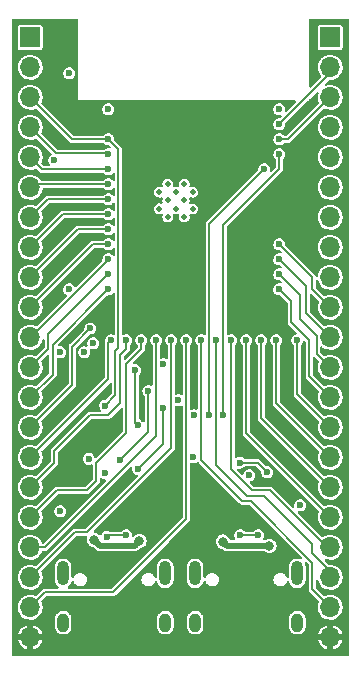
<source format=gbr>
%TF.GenerationSoftware,KiCad,Pcbnew,(6.0.10)*%
%TF.CreationDate,2023-01-22T23:50:18+10:00*%
%TF.ProjectId,ESP32-S3-Breakout,45535033-322d-4533-932d-427265616b6f,rev?*%
%TF.SameCoordinates,Original*%
%TF.FileFunction,Copper,L4,Bot*%
%TF.FilePolarity,Positive*%
%FSLAX46Y46*%
G04 Gerber Fmt 4.6, Leading zero omitted, Abs format (unit mm)*
G04 Created by KiCad (PCBNEW (6.0.10)) date 2023-01-22 23:50:18*
%MOMM*%
%LPD*%
G01*
G04 APERTURE LIST*
%TA.AperFunction,ComponentPad*%
%ADD10O,1.000000X2.100000*%
%TD*%
%TA.AperFunction,ComponentPad*%
%ADD11O,1.000000X1.600000*%
%TD*%
%TA.AperFunction,ComponentPad*%
%ADD12C,0.500000*%
%TD*%
%TA.AperFunction,ComponentPad*%
%ADD13R,1.700000X1.700000*%
%TD*%
%TA.AperFunction,ComponentPad*%
%ADD14O,1.700000X1.700000*%
%TD*%
%TA.AperFunction,ViaPad*%
%ADD15C,0.600000*%
%TD*%
%TA.AperFunction,ViaPad*%
%ADD16C,0.800000*%
%TD*%
%TA.AperFunction,Conductor*%
%ADD17C,0.203200*%
%TD*%
%TA.AperFunction,Conductor*%
%ADD18C,0.508000*%
%TD*%
G04 APERTURE END LIST*
D10*
%TO.P,J1,S1,SHIELD*%
%TO.N,GND*%
X98808000Y-121584000D03*
D11*
X90168000Y-125764000D03*
D10*
X90168000Y-121584000D03*
D11*
X98808000Y-125764000D03*
%TD*%
D12*
%TO.P,U3,41,EPAD*%
%TO.N,GND*%
X87143000Y-90716000D03*
X88543000Y-89316000D03*
X89243000Y-90016000D03*
X87143000Y-89316000D03*
X88543000Y-90716000D03*
X89243000Y-88616000D03*
X89243000Y-91416000D03*
X87843000Y-91416000D03*
X89943000Y-90716000D03*
X87843000Y-88616000D03*
X87843000Y-90016000D03*
X89943000Y-89316000D03*
%TD*%
D10*
%TO.P,J2,S1,SHIELD*%
%TO.N,GND*%
X78992000Y-121584000D03*
D11*
X87632000Y-125764000D03*
X78992000Y-125764000D03*
D10*
X87632000Y-121584000D03*
%TD*%
D13*
%TO.P,J3,1,Pin_1*%
%TO.N,GND*%
X76200000Y-76200000D03*
D14*
%TO.P,J3,2,Pin_2*%
%TO.N,+3V3*%
X76200000Y-78740000D03*
%TO.P,J3,3,Pin_3*%
%TO.N,/EN*%
X76200000Y-81280000D03*
%TO.P,J3,4,Pin_4*%
%TO.N,/IO4*%
X76200000Y-83820000D03*
%TO.P,J3,5,Pin_5*%
%TO.N,/IO5*%
X76200000Y-86360000D03*
%TO.P,J3,6,Pin_6*%
%TO.N,/IO6*%
X76200000Y-88900000D03*
%TO.P,J3,7,Pin_7*%
%TO.N,/IO7*%
X76200000Y-91440000D03*
%TO.P,J3,8,Pin_8*%
%TO.N,/IO15*%
X76200000Y-93980000D03*
%TO.P,J3,9,Pin_9*%
%TO.N,/IO16*%
X76200000Y-96520000D03*
%TO.P,J3,10,Pin_10*%
%TO.N,/IO17*%
X76200000Y-99060000D03*
%TO.P,J3,11,Pin_11*%
%TO.N,/IO18*%
X76200000Y-101600000D03*
%TO.P,J3,12,Pin_12*%
%TO.N,/IO8*%
X76200000Y-104140000D03*
%TO.P,J3,13,Pin_13*%
%TO.N,/IO19*%
X76200000Y-106680000D03*
%TO.P,J3,14,Pin_14*%
%TO.N,/IO20*%
X76200000Y-109220000D03*
%TO.P,J3,15,Pin_15*%
%TO.N,/IO3*%
X76200000Y-111760000D03*
%TO.P,J3,16,Pin_16*%
%TO.N,/IO46*%
X76200000Y-114300000D03*
%TO.P,J3,17,Pin_17*%
%TO.N,/IO9*%
X76200000Y-116840000D03*
%TO.P,J3,18,Pin_18*%
%TO.N,/IO10*%
X76200000Y-119380000D03*
%TO.P,J3,19,Pin_19*%
%TO.N,/IO11*%
X76200000Y-121920000D03*
%TO.P,J3,20,Pin_20*%
%TO.N,/IO12*%
X76200000Y-124460000D03*
%TO.P,J3,21,Pin_21*%
%TO.N,+5V*%
X76200000Y-127000000D03*
%TD*%
D13*
%TO.P,J4,1,Pin_1*%
%TO.N,GND*%
X101600000Y-76200000D03*
D14*
%TO.P,J4,2,Pin_2*%
%TO.N,/IO1*%
X101600000Y-78740000D03*
%TO.P,J4,3,Pin_3*%
%TO.N,/IO2*%
X101600000Y-81280000D03*
%TO.P,J4,4,Pin_4*%
%TO.N,/TXD0*%
X101600000Y-83820000D03*
%TO.P,J4,5,Pin_5*%
%TO.N,/RXD0*%
X101600000Y-86360000D03*
%TO.P,J4,6,Pin_6*%
%TO.N,/IO42*%
X101600000Y-88900000D03*
%TO.P,J4,7,Pin_7*%
%TO.N,/IO41*%
X101600000Y-91440000D03*
%TO.P,J4,8,Pin_8*%
%TO.N,/IO40*%
X101600000Y-93980000D03*
%TO.P,J4,9,Pin_9*%
%TO.N,/IO39*%
X101600000Y-96520000D03*
%TO.P,J4,10,Pin_10*%
%TO.N,/IO38*%
X101600000Y-99060000D03*
%TO.P,J4,11,Pin_11*%
%TO.N,/IO37*%
X101600000Y-101600000D03*
%TO.P,J4,12,Pin_12*%
%TO.N,/IO36*%
X101600000Y-104140000D03*
%TO.P,J4,13,Pin_13*%
%TO.N,/IO35*%
X101600000Y-106680000D03*
%TO.P,J4,14,Pin_14*%
%TO.N,/IO0*%
X101600000Y-109220000D03*
%TO.P,J4,15,Pin_15*%
%TO.N,/IO45*%
X101600000Y-111760000D03*
%TO.P,J4,16,Pin_16*%
%TO.N,/IO48*%
X101600000Y-114300000D03*
%TO.P,J4,17,Pin_17*%
%TO.N,/IO47*%
X101600000Y-116840000D03*
%TO.P,J4,18,Pin_18*%
%TO.N,/IO21*%
X101600000Y-119380000D03*
%TO.P,J4,19,Pin_19*%
%TO.N,/IO14*%
X101600000Y-121920000D03*
%TO.P,J4,20,Pin_20*%
%TO.N,/IO13*%
X101600000Y-124460000D03*
%TO.P,J4,21,Pin_21*%
%TO.N,+5V*%
X101600000Y-127000000D03*
%TD*%
D15*
%TO.N,+3V3*%
X81534000Y-102108000D03*
X88739100Y-106934000D03*
X90009100Y-111760000D03*
X78740000Y-102870000D03*
%TO.N,GND*%
X90076900Y-108204000D03*
X79502000Y-79248000D03*
X94742000Y-113284000D03*
X79502000Y-97536000D03*
X78740000Y-116332000D03*
X99060000Y-115824000D03*
X80772000Y-102870000D03*
X87469100Y-103886000D03*
X82550000Y-113123100D03*
X78232000Y-86614000D03*
X82804000Y-82296000D03*
X81153000Y-111887000D03*
X97282000Y-82296000D03*
%TO.N,/IO15*%
X82804000Y-91186000D03*
%TO.N,/IO16*%
X82804000Y-92456000D03*
%TO.N,/EN*%
X87469100Y-107602900D03*
X82550000Y-107391200D03*
X82804000Y-84836000D03*
X85344000Y-112776000D03*
D16*
%TO.N,+5V*%
X98300000Y-112251100D03*
D15*
X79756000Y-113631100D03*
X78994000Y-111920900D03*
%TO.N,/USB_UART_D+*%
X95504000Y-118364000D03*
X93980000Y-118364000D03*
%TO.N,/IO20*%
X81293000Y-100851000D03*
%TO.N,/IO19*%
X82804000Y-97536000D03*
%TO.N,Net-(Q1-Pad1)*%
X83820000Y-112014000D03*
X86199100Y-106157179D03*
%TO.N,Net-(Q2-Pad1)*%
X85090000Y-104394000D03*
X85283000Y-109027000D03*
%TO.N,/IO0*%
X93935958Y-112223958D03*
X98806000Y-101854000D03*
X96266000Y-113030000D03*
%TO.N,/IO4*%
X82804000Y-86106000D03*
%TO.N,/IO5*%
X82804000Y-87376000D03*
%TO.N,/IO6*%
X82804000Y-88646000D03*
%TO.N,/IO7*%
X82804000Y-89916000D03*
%TO.N,/IO17*%
X82804000Y-93726000D03*
%TO.N,/IO18*%
X82804000Y-94996000D03*
%TO.N,/IO8*%
X82804000Y-96266000D03*
%TO.N,/IO3*%
X83058000Y-101854000D03*
%TO.N,/IO46*%
X84328000Y-101854000D03*
%TO.N,/IO9*%
X85598000Y-101854000D03*
%TO.N,/IO10*%
X86868000Y-101854000D03*
%TO.N,/IO11*%
X88138000Y-101854000D03*
%TO.N,/IO12*%
X89408000Y-101854000D03*
%TO.N,/IO13*%
X90678000Y-101854000D03*
%TO.N,/IO14*%
X91948000Y-101854000D03*
%TO.N,/IO21*%
X93218000Y-101854000D03*
%TO.N,/IO47*%
X94488000Y-101854000D03*
%TO.N,/IO48*%
X95758000Y-101854000D03*
%TO.N,/IO45*%
X97028000Y-101854000D03*
%TO.N,/IO35*%
X97282000Y-97536000D03*
%TO.N,/IO36*%
X97282000Y-96266000D03*
%TO.N,/IO37*%
X97282000Y-94996000D03*
%TO.N,/IO38*%
X97282000Y-93726000D03*
%TO.N,/RXD0*%
X96012000Y-87376000D03*
X91346900Y-108204000D03*
%TO.N,/TXD0*%
X92549100Y-108204000D03*
X97282000Y-86106000D03*
%TO.N,/IO2*%
X97282000Y-84836000D03*
%TO.N,/IO1*%
X97282000Y-83566000D03*
%TO.N,/USB_D+*%
X82677000Y-118491000D03*
X84328000Y-118364000D03*
D16*
%TO.N,/VBUS1*%
X96450000Y-119250000D03*
X92500000Y-118900000D03*
%TO.N,/VBUS2*%
X85450000Y-118850000D03*
X81600000Y-118750000D03*
%TD*%
D17*
%TO.N,/IO15*%
X78994000Y-91186000D02*
X76200000Y-93980000D01*
X82804000Y-91186000D02*
X78994000Y-91186000D01*
%TO.N,/IO16*%
X80264000Y-92456000D02*
X76200000Y-96520000D01*
X82804000Y-92456000D02*
X80264000Y-92456000D01*
%TO.N,/EN*%
X87469100Y-110650900D02*
X85344000Y-112776000D01*
X87469100Y-107602900D02*
X87469100Y-110650900D01*
X82804000Y-84836000D02*
X79756000Y-84836000D01*
X82550000Y-107391200D02*
X83416800Y-106524400D01*
X83659600Y-85691600D02*
X82804000Y-84836000D01*
X83659600Y-102522400D02*
X83659600Y-85691600D01*
X83416800Y-102765200D02*
X83659600Y-102522400D01*
X79756000Y-84836000D02*
X76200000Y-81280000D01*
X83416800Y-106524400D02*
X83416800Y-102765200D01*
D18*
%TO.N,+5V*%
X79756000Y-113631100D02*
X79756000Y-112682900D01*
X79756000Y-112682900D02*
X78994000Y-111920900D01*
D17*
%TO.N,/USB_UART_D+*%
X95504000Y-118364000D02*
X93980000Y-118364000D01*
%TO.N,/IO20*%
X81293000Y-100851000D02*
X79756000Y-102388000D01*
X79756000Y-105664000D02*
X76200000Y-109220000D01*
X79756000Y-102388000D02*
X79756000Y-105664000D01*
%TO.N,/IO19*%
X82804000Y-97536000D02*
X78127200Y-102212800D01*
X78127200Y-104752800D02*
X76200000Y-106680000D01*
X78127200Y-102212800D02*
X78127200Y-104752800D01*
%TO.N,Net-(Q1-Pad1)*%
X83820000Y-112014000D02*
X86199100Y-109634900D01*
X86199100Y-109634900D02*
X86199100Y-106157179D01*
%TO.N,Net-(Q2-Pad1)*%
X85090000Y-108834000D02*
X85090000Y-104394000D01*
X85283000Y-109027000D02*
X85090000Y-108834000D01*
%TO.N,/IO0*%
X98806000Y-101854000D02*
X98806000Y-106426000D01*
X95459958Y-112223958D02*
X96266000Y-113030000D01*
X93935958Y-112223958D02*
X95459958Y-112223958D01*
X98806000Y-106426000D02*
X101600000Y-109220000D01*
%TO.N,/IO4*%
X82804000Y-86106000D02*
X82710400Y-86012400D01*
X78392400Y-86012400D02*
X76200000Y-83820000D01*
X82710400Y-86012400D02*
X78392400Y-86012400D01*
%TO.N,/IO5*%
X77216000Y-87376000D02*
X76200000Y-86360000D01*
X82804000Y-87376000D02*
X77216000Y-87376000D01*
%TO.N,/IO6*%
X76454000Y-88646000D02*
X76200000Y-88900000D01*
X82804000Y-88646000D02*
X76454000Y-88646000D01*
%TO.N,/IO7*%
X82804000Y-89916000D02*
X77724000Y-89916000D01*
X77724000Y-89916000D02*
X76200000Y-91440000D01*
%TO.N,/IO17*%
X82804000Y-93726000D02*
X81534000Y-93726000D01*
X81534000Y-93726000D02*
X76200000Y-99060000D01*
%TO.N,/IO18*%
X76288791Y-101600000D02*
X76200000Y-101600000D01*
X82804000Y-95084791D02*
X76288791Y-101600000D01*
X82804000Y-94996000D02*
X82804000Y-95084791D01*
%TO.N,/IO8*%
X82804000Y-96266000D02*
X77724000Y-101346000D01*
X77724000Y-101346000D02*
X77724000Y-102616000D01*
X77724000Y-102616000D02*
X76200000Y-104140000D01*
%TO.N,/IO3*%
X83058000Y-101854000D02*
X82804000Y-102108000D01*
X82804000Y-105156000D02*
X76200000Y-111760000D01*
X82804000Y-102108000D02*
X82804000Y-105156000D01*
%TO.N,/IO46*%
X84328000Y-101854000D02*
X84328000Y-102616000D01*
X82804000Y-108204000D02*
X81280000Y-108204000D01*
X83820000Y-103124000D02*
X83820000Y-107188000D01*
X83820000Y-107188000D02*
X82804000Y-108204000D01*
X78232000Y-112268000D02*
X76200000Y-114300000D01*
X78232000Y-111252000D02*
X78232000Y-112268000D01*
X84328000Y-102616000D02*
X83820000Y-103124000D01*
X81280000Y-108204000D02*
X78232000Y-111252000D01*
%TO.N,/IO9*%
X85598000Y-101854000D02*
X85598000Y-102616000D01*
X81788000Y-112268000D02*
X81788000Y-113792000D01*
X84328000Y-103886000D02*
X84328000Y-109728000D01*
X84328000Y-109728000D02*
X81788000Y-112268000D01*
X81026000Y-114554000D02*
X78486000Y-114554000D01*
X85598000Y-102616000D02*
X84328000Y-103886000D01*
X81788000Y-113792000D02*
X81026000Y-114554000D01*
X78486000Y-114554000D02*
X76200000Y-116840000D01*
%TO.N,/IO10*%
X86868000Y-101854000D02*
X86868000Y-109982000D01*
X86868000Y-109982000D02*
X77470000Y-119380000D01*
X77470000Y-119380000D02*
X76200000Y-119380000D01*
%TO.N,/IO11*%
X81026000Y-118110000D02*
X80010000Y-118110000D01*
X88138000Y-101854000D02*
X88138000Y-110998000D01*
X88138000Y-110998000D02*
X81026000Y-118110000D01*
X80010000Y-118110000D02*
X76200000Y-121920000D01*
%TO.N,/IO12*%
X89408000Y-116992000D02*
X83210000Y-123190000D01*
X83210000Y-123190000D02*
X77470000Y-123190000D01*
X89408000Y-101854000D02*
X89408000Y-116992000D01*
X77470000Y-123190000D02*
X76200000Y-124460000D01*
%TO.N,/IO13*%
X94162885Y-115465200D02*
X94860095Y-115465200D01*
X90678000Y-111980315D02*
X94162885Y-115465200D01*
X90678000Y-101854000D02*
X90678000Y-111980315D01*
X94860095Y-115465200D02*
X100076000Y-120681105D01*
X100076000Y-120681105D02*
X100076000Y-122936000D01*
X100076000Y-122936000D02*
X101600000Y-124460000D01*
%TO.N,/IO14*%
X101600000Y-121412000D02*
X101600000Y-121920000D01*
X96012000Y-115062000D02*
X100076000Y-119126000D01*
X100076000Y-119126000D02*
X100076000Y-119888000D01*
X91948000Y-101854000D02*
X91948000Y-112448000D01*
X91948000Y-112448000D02*
X94562000Y-115062000D01*
X94562000Y-115062000D02*
X96012000Y-115062000D01*
X100076000Y-119888000D02*
X101600000Y-121412000D01*
%TO.N,/IO21*%
X93218000Y-101854000D02*
X93218000Y-112776000D01*
X94996000Y-114554000D02*
X96520000Y-114554000D01*
X93218000Y-112776000D02*
X94996000Y-114554000D01*
X101346000Y-119380000D02*
X101600000Y-119380000D01*
X96520000Y-114554000D02*
X101346000Y-119380000D01*
%TO.N,/IO47*%
X94488000Y-101854000D02*
X94488000Y-109728000D01*
X94488000Y-109728000D02*
X101600000Y-116840000D01*
%TO.N,/IO48*%
X95758000Y-108458000D02*
X101600000Y-114300000D01*
X95758000Y-101854000D02*
X95758000Y-108458000D01*
%TO.N,/IO45*%
X97028000Y-107188000D02*
X101600000Y-111760000D01*
X97028000Y-101854000D02*
X97028000Y-107188000D01*
%TO.N,/IO35*%
X99822000Y-101854000D02*
X99822000Y-104902000D01*
X98298000Y-98552000D02*
X98298000Y-100330000D01*
X99822000Y-104902000D02*
X101600000Y-106680000D01*
X97282000Y-97536000D02*
X98298000Y-98552000D01*
X98298000Y-100330000D02*
X99822000Y-101854000D01*
%TO.N,/IO36*%
X99060000Y-98044000D02*
X99060000Y-100076000D01*
X99060000Y-100076000D02*
X100448400Y-101464400D01*
X100448400Y-101464400D02*
X100448400Y-102988400D01*
X97282000Y-96266000D02*
X99060000Y-98044000D01*
X100448400Y-102988400D02*
X101600000Y-104140000D01*
%TO.N,/IO37*%
X99568000Y-97282000D02*
X99568000Y-99568000D01*
X97282000Y-94996000D02*
X99568000Y-97282000D01*
X99568000Y-99568000D02*
X101600000Y-101600000D01*
%TO.N,/IO38*%
X100076000Y-96520000D02*
X100076000Y-97536000D01*
X97282000Y-93726000D02*
X100076000Y-96520000D01*
X100076000Y-97536000D02*
X101600000Y-99060000D01*
%TO.N,/RXD0*%
X91346900Y-92041100D02*
X96012000Y-87376000D01*
X91346900Y-108204000D02*
X91346900Y-92041100D01*
%TO.N,/TXD0*%
X92549100Y-108204000D02*
X92549100Y-92108900D01*
X97028000Y-87630000D02*
X97282000Y-87376000D01*
X92549100Y-92108900D02*
X97028000Y-87630000D01*
X97282000Y-87376000D02*
X97282000Y-86106000D01*
%TO.N,/IO2*%
X97282000Y-84836000D02*
X98044000Y-84836000D01*
X98044000Y-84836000D02*
X101600000Y-81280000D01*
%TO.N,/IO1*%
X97282000Y-83566000D02*
X101600000Y-79248000D01*
X101600000Y-79248000D02*
X101600000Y-78740000D01*
%TO.N,/USB_D+*%
X84328000Y-118364000D02*
X82804000Y-118364000D01*
X82804000Y-118364000D02*
X82677000Y-118491000D01*
D18*
%TO.N,/VBUS1*%
X92500000Y-118900000D02*
X92850000Y-119250000D01*
X92850000Y-119250000D02*
X96450000Y-119250000D01*
%TO.N,/VBUS2*%
X85450000Y-118850000D02*
X85055000Y-119245000D01*
X82095000Y-119245000D02*
X81600000Y-118750000D01*
X85055000Y-119245000D02*
X82095000Y-119245000D01*
%TD*%
%TA.AperFunction,Conductor*%
%TO.N,+5V*%
G36*
X80223191Y-74641407D02*
G01*
X80259155Y-74690907D01*
X80264000Y-74721500D01*
X80264000Y-81534000D01*
X98647758Y-81534000D01*
X98705949Y-81552907D01*
X98741913Y-81602407D01*
X98741913Y-81663593D01*
X98717762Y-81703004D01*
X97940796Y-82479970D01*
X97886279Y-82507747D01*
X97825847Y-82498176D01*
X97782582Y-82454911D01*
X97773164Y-82393541D01*
X97786862Y-82312124D01*
X97786862Y-82312120D01*
X97787496Y-82308354D01*
X97787647Y-82296000D01*
X97767323Y-82154082D01*
X97717465Y-82044424D01*
X97710905Y-82029996D01*
X97710904Y-82029995D01*
X97707984Y-82023572D01*
X97614400Y-81914963D01*
X97494095Y-81836985D01*
X97356739Y-81795907D01*
X97273497Y-81795398D01*
X97220427Y-81795074D01*
X97220426Y-81795074D01*
X97213376Y-81795031D01*
X97206599Y-81796968D01*
X97206598Y-81796968D01*
X97082309Y-81832490D01*
X97082307Y-81832491D01*
X97075529Y-81834428D01*
X96954280Y-81910930D01*
X96949613Y-81916214D01*
X96949611Y-81916216D01*
X96864044Y-82013103D01*
X96864042Y-82013105D01*
X96859377Y-82018388D01*
X96798447Y-82148163D01*
X96797362Y-82155132D01*
X96797361Y-82155135D01*
X96789543Y-82205351D01*
X96776391Y-82289823D01*
X96777306Y-82296820D01*
X96777306Y-82296821D01*
X96782296Y-82334980D01*
X96794980Y-82431979D01*
X96797821Y-82438435D01*
X96797821Y-82438436D01*
X96816097Y-82479970D01*
X96852720Y-82563203D01*
X96865792Y-82578754D01*
X96940431Y-82667549D01*
X96940434Y-82667551D01*
X96944970Y-82672948D01*
X96950841Y-82676856D01*
X96950842Y-82676857D01*
X96963143Y-82685045D01*
X97064313Y-82752390D01*
X97161252Y-82782675D01*
X97194425Y-82793039D01*
X97194426Y-82793039D01*
X97201157Y-82795142D01*
X97272828Y-82796456D01*
X97337445Y-82797641D01*
X97337447Y-82797641D01*
X97344499Y-82797770D01*
X97367783Y-82791422D01*
X97428896Y-82794357D01*
X97476614Y-82832654D01*
X97492708Y-82891685D01*
X97471031Y-82948901D01*
X97463826Y-82956940D01*
X97384117Y-83036649D01*
X97329600Y-83064426D01*
X97313508Y-83065643D01*
X97220427Y-83065074D01*
X97220426Y-83065074D01*
X97213376Y-83065031D01*
X97206599Y-83066968D01*
X97206598Y-83066968D01*
X97082309Y-83102490D01*
X97082307Y-83102491D01*
X97075529Y-83104428D01*
X96954280Y-83180930D01*
X96949613Y-83186214D01*
X96949611Y-83186216D01*
X96864044Y-83283103D01*
X96864042Y-83283105D01*
X96859377Y-83288388D01*
X96798447Y-83418163D01*
X96797362Y-83425132D01*
X96797361Y-83425135D01*
X96782680Y-83519430D01*
X96776391Y-83559823D01*
X96777306Y-83566820D01*
X96777306Y-83566821D01*
X96778814Y-83578354D01*
X96794980Y-83701979D01*
X96797821Y-83708435D01*
X96797821Y-83708436D01*
X96846911Y-83820000D01*
X96852720Y-83833203D01*
X96870187Y-83853982D01*
X96940431Y-83937549D01*
X96940434Y-83937551D01*
X96944970Y-83942948D01*
X96950841Y-83946856D01*
X96950842Y-83946857D01*
X96963143Y-83955045D01*
X97064313Y-84022390D01*
X97164920Y-84053821D01*
X97194425Y-84063039D01*
X97194426Y-84063039D01*
X97201157Y-84065142D01*
X97272828Y-84066456D01*
X97337445Y-84067641D01*
X97337447Y-84067641D01*
X97344499Y-84067770D01*
X97351302Y-84065915D01*
X97351304Y-84065915D01*
X97426503Y-84045413D01*
X97482817Y-84030060D01*
X97604991Y-83955045D01*
X97612403Y-83946857D01*
X97696468Y-83853982D01*
X97701200Y-83848754D01*
X97763710Y-83719733D01*
X97767875Y-83694982D01*
X97786862Y-83582124D01*
X97786862Y-83582120D01*
X97787496Y-83578354D01*
X97787647Y-83566000D01*
X97787104Y-83562205D01*
X97784845Y-83546430D01*
X97795313Y-83486147D01*
X97812841Y-83462393D01*
X99712237Y-81562996D01*
X99766754Y-81535219D01*
X99782241Y-81534000D01*
X99822000Y-81534000D01*
X99822000Y-81494241D01*
X99840907Y-81436050D01*
X99850996Y-81424237D01*
X100444219Y-80831014D01*
X100498736Y-80803237D01*
X100559168Y-80812808D01*
X100602433Y-80856073D01*
X100612004Y-80916505D01*
X100608590Y-80930950D01*
X100567484Y-81060532D01*
X100566944Y-81065344D01*
X100566944Y-81065345D01*
X100565865Y-81074970D01*
X100544520Y-81265262D01*
X100544925Y-81270082D01*
X100560305Y-81453233D01*
X100561759Y-81470553D01*
X100563092Y-81475201D01*
X100563092Y-81475202D01*
X100588267Y-81562996D01*
X100618544Y-81668586D01*
X100641653Y-81713550D01*
X100641773Y-81713784D01*
X100651556Y-81774182D01*
X100623725Y-81829041D01*
X97947862Y-84504904D01*
X97893345Y-84532681D01*
X97877858Y-84533900D01*
X97727796Y-84533900D01*
X97669605Y-84514993D01*
X97652798Y-84499524D01*
X97619008Y-84460309D01*
X97619002Y-84460304D01*
X97614400Y-84454963D01*
X97494095Y-84376985D01*
X97356739Y-84335907D01*
X97273497Y-84335398D01*
X97220427Y-84335074D01*
X97220426Y-84335074D01*
X97213376Y-84335031D01*
X97206599Y-84336968D01*
X97206598Y-84336968D01*
X97082309Y-84372490D01*
X97082307Y-84372491D01*
X97075529Y-84374428D01*
X96954280Y-84450930D01*
X96949613Y-84456214D01*
X96949611Y-84456216D01*
X96864044Y-84553103D01*
X96864042Y-84553105D01*
X96859377Y-84558388D01*
X96798447Y-84688163D01*
X96776391Y-84829823D01*
X96777306Y-84836820D01*
X96777306Y-84836821D01*
X96782296Y-84874980D01*
X96794980Y-84971979D01*
X96797821Y-84978435D01*
X96797821Y-84978436D01*
X96847522Y-85091389D01*
X96852720Y-85103203D01*
X96884370Y-85140855D01*
X96940431Y-85207549D01*
X96940434Y-85207551D01*
X96944970Y-85212948D01*
X96950841Y-85216856D01*
X96950842Y-85216857D01*
X96963143Y-85225045D01*
X97064313Y-85292390D01*
X97161252Y-85322675D01*
X97194425Y-85333039D01*
X97194426Y-85333039D01*
X97201157Y-85335142D01*
X97272828Y-85336456D01*
X97337445Y-85337641D01*
X97337447Y-85337641D01*
X97344499Y-85337770D01*
X97351302Y-85335915D01*
X97351304Y-85335915D01*
X97466740Y-85304443D01*
X97482817Y-85300060D01*
X97604991Y-85225045D01*
X97609726Y-85219814D01*
X97654214Y-85170664D01*
X97707282Y-85140210D01*
X97727612Y-85138100D01*
X97990180Y-85138100D01*
X97994359Y-85138407D01*
X97999104Y-85140036D01*
X98048810Y-85138170D01*
X98052523Y-85138100D01*
X98072097Y-85138100D01*
X98076535Y-85137274D01*
X98081801Y-85136932D01*
X98098369Y-85136310D01*
X98111566Y-85135814D01*
X98119962Y-85132207D01*
X98119965Y-85132206D01*
X98122254Y-85131222D01*
X98143206Y-85124857D01*
X98145649Y-85124402D01*
X98145653Y-85124400D01*
X98154639Y-85122727D01*
X98177469Y-85108654D01*
X98190331Y-85101974D01*
X98208545Y-85094149D01*
X98208548Y-85094147D01*
X98214968Y-85091389D01*
X98219877Y-85087357D01*
X98224310Y-85082924D01*
X98242367Y-85068652D01*
X98242660Y-85068471D01*
X98250442Y-85063674D01*
X98255972Y-85056401D01*
X98255976Y-85056398D01*
X98268226Y-85040288D01*
X98277026Y-85030208D01*
X99501972Y-83805262D01*
X100544520Y-83805262D01*
X100548000Y-83846699D01*
X100556659Y-83949814D01*
X100561759Y-84010553D01*
X100563092Y-84015201D01*
X100563092Y-84015202D01*
X100567353Y-84030060D01*
X100618544Y-84208586D01*
X100712712Y-84391818D01*
X100840677Y-84553270D01*
X100844357Y-84556402D01*
X100844359Y-84556404D01*
X100957017Y-84652283D01*
X100997564Y-84686791D01*
X101001787Y-84689151D01*
X101001791Y-84689154D01*
X101118702Y-84754493D01*
X101177398Y-84787297D01*
X101181996Y-84788791D01*
X101368724Y-84849463D01*
X101368726Y-84849464D01*
X101373329Y-84850959D01*
X101577894Y-84875351D01*
X101582716Y-84874980D01*
X101582719Y-84874980D01*
X101650541Y-84869761D01*
X101783300Y-84859546D01*
X101981725Y-84804145D01*
X101986038Y-84801966D01*
X101986044Y-84801964D01*
X102161289Y-84713441D01*
X102161291Y-84713440D01*
X102165610Y-84711258D01*
X102186247Y-84695135D01*
X102324135Y-84587406D01*
X102324139Y-84587402D01*
X102327951Y-84584424D01*
X102350425Y-84558388D01*
X102396590Y-84504904D01*
X102462564Y-84428472D01*
X102481231Y-84395613D01*
X102561934Y-84253550D01*
X102561935Y-84253547D01*
X102564323Y-84249344D01*
X102577882Y-84208586D01*
X102627824Y-84058454D01*
X102627824Y-84058452D01*
X102629351Y-84053863D01*
X102633062Y-84024492D01*
X102648017Y-83906101D01*
X102655171Y-83849474D01*
X102655583Y-83820000D01*
X102653667Y-83800454D01*
X102635952Y-83619780D01*
X102635951Y-83619776D01*
X102635480Y-83614970D01*
X102616725Y-83552849D01*
X102577333Y-83422380D01*
X102575935Y-83417749D01*
X102479218Y-83235849D01*
X102349011Y-83076200D01*
X102340945Y-83069527D01*
X102194002Y-82947965D01*
X102194000Y-82947964D01*
X102190275Y-82944882D01*
X102009055Y-82846897D01*
X101945855Y-82827333D01*
X101816875Y-82787407D01*
X101816871Y-82787406D01*
X101812254Y-82785977D01*
X101807446Y-82785472D01*
X101807443Y-82785471D01*
X101612185Y-82764949D01*
X101612183Y-82764949D01*
X101607369Y-82764443D01*
X101547354Y-82769905D01*
X101407022Y-82782675D01*
X101407017Y-82782676D01*
X101402203Y-82783114D01*
X101204572Y-82841280D01*
X101200288Y-82843519D01*
X101200287Y-82843520D01*
X101189428Y-82849197D01*
X101022002Y-82936726D01*
X101018231Y-82939758D01*
X100865220Y-83062781D01*
X100865217Y-83062783D01*
X100861447Y-83065815D01*
X100858333Y-83069526D01*
X100858332Y-83069527D01*
X100764854Y-83180930D01*
X100729024Y-83223630D01*
X100726689Y-83227878D01*
X100726688Y-83227879D01*
X100719955Y-83240126D01*
X100629776Y-83404162D01*
X100628313Y-83408775D01*
X100628311Y-83408779D01*
X100623997Y-83422380D01*
X100567484Y-83600532D01*
X100566944Y-83605344D01*
X100566944Y-83605345D01*
X100554114Y-83719733D01*
X100544520Y-83805262D01*
X99501972Y-83805262D01*
X101049105Y-82258129D01*
X101103622Y-82230352D01*
X101167409Y-82241715D01*
X101173171Y-82244936D01*
X101173182Y-82244941D01*
X101177398Y-82247297D01*
X101181996Y-82248791D01*
X101368724Y-82309463D01*
X101368726Y-82309464D01*
X101373329Y-82310959D01*
X101577894Y-82335351D01*
X101582716Y-82334980D01*
X101582719Y-82334980D01*
X101650541Y-82329761D01*
X101783300Y-82319546D01*
X101981725Y-82264145D01*
X101986038Y-82261966D01*
X101986044Y-82261964D01*
X102161289Y-82173441D01*
X102161291Y-82173440D01*
X102165610Y-82171258D01*
X102186247Y-82155135D01*
X102324135Y-82047406D01*
X102324139Y-82047402D01*
X102327951Y-82044424D01*
X102350425Y-82018388D01*
X102438616Y-81916216D01*
X102462564Y-81888472D01*
X102481231Y-81855613D01*
X102561934Y-81713550D01*
X102561935Y-81713547D01*
X102564323Y-81709344D01*
X102577882Y-81668586D01*
X102627824Y-81518454D01*
X102627824Y-81518452D01*
X102629351Y-81513863D01*
X102655171Y-81309474D01*
X102655583Y-81280000D01*
X102635480Y-81074970D01*
X102575935Y-80877749D01*
X102479218Y-80695849D01*
X102349011Y-80536200D01*
X102332790Y-80522781D01*
X102194002Y-80407965D01*
X102194000Y-80407964D01*
X102190275Y-80404882D01*
X102009055Y-80306897D01*
X101941855Y-80286095D01*
X101816875Y-80247407D01*
X101816871Y-80247406D01*
X101812254Y-80245977D01*
X101807446Y-80245472D01*
X101807443Y-80245471D01*
X101612185Y-80224949D01*
X101612183Y-80224949D01*
X101607369Y-80224443D01*
X101547354Y-80229905D01*
X101407022Y-80242675D01*
X101407017Y-80242676D01*
X101402203Y-80243114D01*
X101334672Y-80262990D01*
X101250362Y-80287803D01*
X101189200Y-80286095D01*
X101140724Y-80248763D01*
X101123449Y-80190067D01*
X101143973Y-80132427D01*
X101152406Y-80122827D01*
X101456332Y-79818901D01*
X101510849Y-79791124D01*
X101538058Y-79790601D01*
X101542445Y-79791124D01*
X101577894Y-79795351D01*
X101582716Y-79794980D01*
X101582719Y-79794980D01*
X101650541Y-79789761D01*
X101783300Y-79779546D01*
X101981725Y-79724145D01*
X101986038Y-79721966D01*
X101986044Y-79721964D01*
X102161289Y-79633441D01*
X102161291Y-79633440D01*
X102165610Y-79631258D01*
X102169427Y-79628276D01*
X102324135Y-79507406D01*
X102324139Y-79507402D01*
X102327951Y-79504424D01*
X102462564Y-79348472D01*
X102481231Y-79315613D01*
X102561934Y-79173550D01*
X102561935Y-79173547D01*
X102564323Y-79169344D01*
X102577882Y-79128586D01*
X102627824Y-78978454D01*
X102627824Y-78978452D01*
X102629351Y-78973863D01*
X102642856Y-78866963D01*
X102652706Y-78788985D01*
X102655171Y-78769474D01*
X102655583Y-78740000D01*
X102635480Y-78534970D01*
X102575935Y-78337749D01*
X102479218Y-78155849D01*
X102349011Y-77996200D01*
X102190275Y-77864882D01*
X102009055Y-77766897D01*
X101945855Y-77747333D01*
X101816875Y-77707407D01*
X101816871Y-77707406D01*
X101812254Y-77705977D01*
X101807446Y-77705472D01*
X101807443Y-77705471D01*
X101612185Y-77684949D01*
X101612183Y-77684949D01*
X101607369Y-77684443D01*
X101547354Y-77689905D01*
X101407022Y-77702675D01*
X101407017Y-77702676D01*
X101402203Y-77703114D01*
X101204572Y-77761280D01*
X101200288Y-77763519D01*
X101200287Y-77763520D01*
X101189428Y-77769197D01*
X101022002Y-77856726D01*
X101018231Y-77859758D01*
X100865220Y-77982781D01*
X100865217Y-77982783D01*
X100861447Y-77985815D01*
X100858333Y-77989526D01*
X100858332Y-77989527D01*
X100849585Y-77999952D01*
X100729024Y-78143630D01*
X100726689Y-78147878D01*
X100726688Y-78147879D01*
X100719955Y-78160126D01*
X100629776Y-78324162D01*
X100567484Y-78520532D01*
X100566944Y-78525344D01*
X100566944Y-78525345D01*
X100565865Y-78534970D01*
X100544520Y-78725262D01*
X100561759Y-78930553D01*
X100563092Y-78935201D01*
X100563092Y-78935202D01*
X100614094Y-79113066D01*
X100618544Y-79128586D01*
X100712712Y-79311818D01*
X100833119Y-79463734D01*
X100854445Y-79521080D01*
X100837991Y-79580012D01*
X100825536Y-79595230D01*
X99991004Y-80429762D01*
X99936487Y-80457539D01*
X99876055Y-80447968D01*
X99832790Y-80404703D01*
X99822000Y-80359758D01*
X99822000Y-77069748D01*
X100549500Y-77069748D01*
X100561133Y-77128231D01*
X100605448Y-77194552D01*
X100671769Y-77238867D01*
X100681332Y-77240769D01*
X100681334Y-77240770D01*
X100704005Y-77245279D01*
X100730252Y-77250500D01*
X102469748Y-77250500D01*
X102495995Y-77245279D01*
X102518666Y-77240770D01*
X102518668Y-77240769D01*
X102528231Y-77238867D01*
X102594552Y-77194552D01*
X102638867Y-77128231D01*
X102650500Y-77069748D01*
X102650500Y-75330252D01*
X102638867Y-75271769D01*
X102594552Y-75205448D01*
X102528231Y-75161133D01*
X102518668Y-75159231D01*
X102518666Y-75159230D01*
X102495995Y-75154721D01*
X102469748Y-75149500D01*
X100730252Y-75149500D01*
X100704005Y-75154721D01*
X100681334Y-75159230D01*
X100681332Y-75159231D01*
X100671769Y-75161133D01*
X100605448Y-75205448D01*
X100561133Y-75271769D01*
X100549500Y-75330252D01*
X100549500Y-77069748D01*
X99822000Y-77069748D01*
X99822000Y-74721500D01*
X99840907Y-74663309D01*
X99890407Y-74627345D01*
X99921000Y-74622500D01*
X103078500Y-74622500D01*
X103136691Y-74641407D01*
X103172655Y-74690907D01*
X103177500Y-74721500D01*
X103177500Y-128478500D01*
X103158593Y-128536691D01*
X103109093Y-128572655D01*
X103078500Y-128577500D01*
X74721500Y-128577500D01*
X74663309Y-128558593D01*
X74627345Y-128509093D01*
X74622500Y-128478500D01*
X74622500Y-127268222D01*
X75184549Y-127268222D01*
X75217674Y-127383743D01*
X75221225Y-127392711D01*
X75310919Y-127567236D01*
X75316142Y-127575341D01*
X75438037Y-127729134D01*
X75444720Y-127736055D01*
X75594164Y-127863241D01*
X75602078Y-127868742D01*
X75773373Y-127964475D01*
X75782201Y-127968332D01*
X75931088Y-128016708D01*
X75942479Y-128016708D01*
X75946000Y-128005871D01*
X75946000Y-128003608D01*
X76454000Y-128003608D01*
X76457747Y-128015141D01*
X76468079Y-128015357D01*
X76576882Y-127984978D01*
X76585862Y-127981496D01*
X76761020Y-127893017D01*
X76769155Y-127887854D01*
X76923787Y-127767042D01*
X76930771Y-127760391D01*
X77058990Y-127611848D01*
X77064546Y-127603973D01*
X77161471Y-127433353D01*
X77165392Y-127424546D01*
X77217176Y-127268879D01*
X77217181Y-127268222D01*
X100584549Y-127268222D01*
X100617674Y-127383743D01*
X100621225Y-127392711D01*
X100710919Y-127567236D01*
X100716142Y-127575341D01*
X100838037Y-127729134D01*
X100844720Y-127736055D01*
X100994164Y-127863241D01*
X101002078Y-127868742D01*
X101173373Y-127964475D01*
X101182201Y-127968332D01*
X101331088Y-128016708D01*
X101342479Y-128016708D01*
X101346000Y-128005871D01*
X101346000Y-128003608D01*
X101854000Y-128003608D01*
X101857747Y-128015141D01*
X101868079Y-128015357D01*
X101976882Y-127984978D01*
X101985862Y-127981496D01*
X102161020Y-127893017D01*
X102169155Y-127887854D01*
X102323787Y-127767042D01*
X102330771Y-127760391D01*
X102458990Y-127611848D01*
X102464546Y-127603973D01*
X102561471Y-127433353D01*
X102565392Y-127424546D01*
X102617176Y-127268879D01*
X102617255Y-127257612D01*
X102606268Y-127254000D01*
X101869680Y-127254000D01*
X101856995Y-127258122D01*
X101854000Y-127262243D01*
X101854000Y-128003608D01*
X101346000Y-128003608D01*
X101346000Y-127269680D01*
X101341878Y-127256995D01*
X101337757Y-127254000D01*
X100596151Y-127254000D01*
X100584733Y-127257710D01*
X100584549Y-127268222D01*
X77217181Y-127268222D01*
X77217255Y-127257612D01*
X77206268Y-127254000D01*
X76469680Y-127254000D01*
X76456995Y-127258122D01*
X76454000Y-127262243D01*
X76454000Y-128003608D01*
X75946000Y-128003608D01*
X75946000Y-127269680D01*
X75941878Y-127256995D01*
X75937757Y-127254000D01*
X75196151Y-127254000D01*
X75184733Y-127257710D01*
X75184549Y-127268222D01*
X74622500Y-127268222D01*
X74622500Y-126731053D01*
X75183703Y-126731053D01*
X75183784Y-126742570D01*
X75194466Y-126746000D01*
X75930320Y-126746000D01*
X75943005Y-126741878D01*
X75946000Y-126737757D01*
X75946000Y-126730320D01*
X76454000Y-126730320D01*
X76458122Y-126743005D01*
X76462243Y-126746000D01*
X77204493Y-126746000D01*
X77215681Y-126742365D01*
X77215794Y-126731497D01*
X77176869Y-126602572D01*
X77173199Y-126593668D01*
X77081072Y-126420401D01*
X77075740Y-126412376D01*
X76951716Y-126260307D01*
X76944922Y-126253466D01*
X76793721Y-126128381D01*
X76785738Y-126122997D01*
X76755257Y-126106516D01*
X78291500Y-126106516D01*
X78306724Y-126232320D01*
X78366655Y-126390923D01*
X78370035Y-126395840D01*
X78370036Y-126395843D01*
X78447279Y-126508231D01*
X78462688Y-126530651D01*
X78589279Y-126643440D01*
X78739119Y-126722776D01*
X78815166Y-126741878D01*
X78897769Y-126762627D01*
X78897772Y-126762627D01*
X78903559Y-126764081D01*
X78989159Y-126764529D01*
X79067139Y-126764938D01*
X79067141Y-126764938D01*
X79073105Y-126764969D01*
X79078901Y-126763577D01*
X79078905Y-126763577D01*
X79186449Y-126737757D01*
X79237968Y-126725388D01*
X79313299Y-126686507D01*
X79383325Y-126650364D01*
X79383327Y-126650362D01*
X79388631Y-126647625D01*
X79516396Y-126536169D01*
X79613887Y-126397453D01*
X79675476Y-126239487D01*
X79692500Y-126110174D01*
X79692500Y-126106516D01*
X86931500Y-126106516D01*
X86946724Y-126232320D01*
X87006655Y-126390923D01*
X87010035Y-126395840D01*
X87010036Y-126395843D01*
X87087279Y-126508231D01*
X87102688Y-126530651D01*
X87229279Y-126643440D01*
X87379119Y-126722776D01*
X87455166Y-126741878D01*
X87537769Y-126762627D01*
X87537772Y-126762627D01*
X87543559Y-126764081D01*
X87629159Y-126764529D01*
X87707139Y-126764938D01*
X87707141Y-126764938D01*
X87713105Y-126764969D01*
X87718901Y-126763577D01*
X87718905Y-126763577D01*
X87826449Y-126737757D01*
X87877968Y-126725388D01*
X87953299Y-126686507D01*
X88023325Y-126650364D01*
X88023327Y-126650362D01*
X88028631Y-126647625D01*
X88156396Y-126536169D01*
X88253887Y-126397453D01*
X88315476Y-126239487D01*
X88332500Y-126110174D01*
X88332500Y-126106516D01*
X89467500Y-126106516D01*
X89482724Y-126232320D01*
X89542655Y-126390923D01*
X89546035Y-126395840D01*
X89546036Y-126395843D01*
X89623279Y-126508231D01*
X89638688Y-126530651D01*
X89765279Y-126643440D01*
X89915119Y-126722776D01*
X89991166Y-126741878D01*
X90073769Y-126762627D01*
X90073772Y-126762627D01*
X90079559Y-126764081D01*
X90165159Y-126764529D01*
X90243139Y-126764938D01*
X90243141Y-126764938D01*
X90249105Y-126764969D01*
X90254901Y-126763577D01*
X90254905Y-126763577D01*
X90362449Y-126737757D01*
X90413968Y-126725388D01*
X90489299Y-126686507D01*
X90559325Y-126650364D01*
X90559327Y-126650362D01*
X90564631Y-126647625D01*
X90692396Y-126536169D01*
X90789887Y-126397453D01*
X90851476Y-126239487D01*
X90868500Y-126110174D01*
X90868500Y-126106516D01*
X98107500Y-126106516D01*
X98122724Y-126232320D01*
X98182655Y-126390923D01*
X98186035Y-126395840D01*
X98186036Y-126395843D01*
X98263279Y-126508231D01*
X98278688Y-126530651D01*
X98405279Y-126643440D01*
X98555119Y-126722776D01*
X98631166Y-126741878D01*
X98713769Y-126762627D01*
X98713772Y-126762627D01*
X98719559Y-126764081D01*
X98805159Y-126764529D01*
X98883139Y-126764938D01*
X98883141Y-126764938D01*
X98889105Y-126764969D01*
X98894901Y-126763577D01*
X98894905Y-126763577D01*
X99002449Y-126737757D01*
X99030372Y-126731053D01*
X100583703Y-126731053D01*
X100583784Y-126742570D01*
X100594466Y-126746000D01*
X101330320Y-126746000D01*
X101343005Y-126741878D01*
X101346000Y-126737757D01*
X101346000Y-126730320D01*
X101854000Y-126730320D01*
X101858122Y-126743005D01*
X101862243Y-126746000D01*
X102604493Y-126746000D01*
X102615681Y-126742365D01*
X102615794Y-126731497D01*
X102576869Y-126602572D01*
X102573199Y-126593668D01*
X102481072Y-126420401D01*
X102475740Y-126412376D01*
X102351716Y-126260307D01*
X102344922Y-126253466D01*
X102193721Y-126128381D01*
X102185738Y-126122997D01*
X102013114Y-126029660D01*
X102004243Y-126025931D01*
X101868977Y-125984059D01*
X101857340Y-125984222D01*
X101854000Y-125994750D01*
X101854000Y-126730320D01*
X101346000Y-126730320D01*
X101346000Y-125995857D01*
X101342327Y-125984553D01*
X101331638Y-125984404D01*
X101209407Y-126020378D01*
X101200466Y-126023991D01*
X101026573Y-126114899D01*
X101018497Y-126120184D01*
X100865571Y-126243140D01*
X100858687Y-126249881D01*
X100732551Y-126400205D01*
X100727104Y-126408159D01*
X100632573Y-126580111D01*
X100628773Y-126588976D01*
X100583703Y-126731053D01*
X99030372Y-126731053D01*
X99053968Y-126725388D01*
X99129299Y-126686507D01*
X99199325Y-126650364D01*
X99199327Y-126650362D01*
X99204631Y-126647625D01*
X99332396Y-126536169D01*
X99429887Y-126397453D01*
X99491476Y-126239487D01*
X99508500Y-126110174D01*
X99508500Y-125421484D01*
X99493276Y-125295680D01*
X99433345Y-125137077D01*
X99388714Y-125072138D01*
X99340692Y-125002267D01*
X99337312Y-124997349D01*
X99210721Y-124884560D01*
X99060881Y-124805224D01*
X98978661Y-124784571D01*
X98902231Y-124765373D01*
X98902228Y-124765373D01*
X98896441Y-124763919D01*
X98810841Y-124763471D01*
X98732861Y-124763062D01*
X98732859Y-124763062D01*
X98726895Y-124763031D01*
X98721099Y-124764423D01*
X98721095Y-124764423D01*
X98613703Y-124790207D01*
X98562032Y-124802612D01*
X98486700Y-124841494D01*
X98416675Y-124877636D01*
X98416673Y-124877638D01*
X98411369Y-124880375D01*
X98283604Y-124991831D01*
X98280173Y-124996713D01*
X98280172Y-124996714D01*
X98232700Y-125064260D01*
X98186113Y-125130547D01*
X98183945Y-125136108D01*
X98149512Y-125224424D01*
X98124524Y-125288513D01*
X98107500Y-125417826D01*
X98107500Y-126106516D01*
X90868500Y-126106516D01*
X90868500Y-125421484D01*
X90853276Y-125295680D01*
X90793345Y-125137077D01*
X90748714Y-125072138D01*
X90700692Y-125002267D01*
X90697312Y-124997349D01*
X90570721Y-124884560D01*
X90420881Y-124805224D01*
X90338661Y-124784571D01*
X90262231Y-124765373D01*
X90262228Y-124765373D01*
X90256441Y-124763919D01*
X90170841Y-124763471D01*
X90092861Y-124763062D01*
X90092859Y-124763062D01*
X90086895Y-124763031D01*
X90081099Y-124764423D01*
X90081095Y-124764423D01*
X89973703Y-124790207D01*
X89922032Y-124802612D01*
X89846700Y-124841494D01*
X89776675Y-124877636D01*
X89776673Y-124877638D01*
X89771369Y-124880375D01*
X89643604Y-124991831D01*
X89640173Y-124996713D01*
X89640172Y-124996714D01*
X89592700Y-125064260D01*
X89546113Y-125130547D01*
X89543945Y-125136108D01*
X89509512Y-125224424D01*
X89484524Y-125288513D01*
X89467500Y-125417826D01*
X89467500Y-126106516D01*
X88332500Y-126106516D01*
X88332500Y-125421484D01*
X88317276Y-125295680D01*
X88257345Y-125137077D01*
X88212714Y-125072138D01*
X88164692Y-125002267D01*
X88161312Y-124997349D01*
X88034721Y-124884560D01*
X87884881Y-124805224D01*
X87802661Y-124784571D01*
X87726231Y-124765373D01*
X87726228Y-124765373D01*
X87720441Y-124763919D01*
X87634841Y-124763471D01*
X87556861Y-124763062D01*
X87556859Y-124763062D01*
X87550895Y-124763031D01*
X87545099Y-124764423D01*
X87545095Y-124764423D01*
X87437703Y-124790207D01*
X87386032Y-124802612D01*
X87310700Y-124841494D01*
X87240675Y-124877636D01*
X87240673Y-124877638D01*
X87235369Y-124880375D01*
X87107604Y-124991831D01*
X87104173Y-124996713D01*
X87104172Y-124996714D01*
X87056700Y-125064260D01*
X87010113Y-125130547D01*
X87007945Y-125136108D01*
X86973512Y-125224424D01*
X86948524Y-125288513D01*
X86931500Y-125417826D01*
X86931500Y-126106516D01*
X79692500Y-126106516D01*
X79692500Y-125421484D01*
X79677276Y-125295680D01*
X79617345Y-125137077D01*
X79572714Y-125072138D01*
X79524692Y-125002267D01*
X79521312Y-124997349D01*
X79394721Y-124884560D01*
X79244881Y-124805224D01*
X79162661Y-124784571D01*
X79086231Y-124765373D01*
X79086228Y-124765373D01*
X79080441Y-124763919D01*
X78994841Y-124763471D01*
X78916861Y-124763062D01*
X78916859Y-124763062D01*
X78910895Y-124763031D01*
X78905099Y-124764423D01*
X78905095Y-124764423D01*
X78797703Y-124790207D01*
X78746032Y-124802612D01*
X78670700Y-124841494D01*
X78600675Y-124877636D01*
X78600673Y-124877638D01*
X78595369Y-124880375D01*
X78467604Y-124991831D01*
X78464173Y-124996713D01*
X78464172Y-124996714D01*
X78416700Y-125064260D01*
X78370113Y-125130547D01*
X78367945Y-125136108D01*
X78333512Y-125224424D01*
X78308524Y-125288513D01*
X78291500Y-125417826D01*
X78291500Y-126106516D01*
X76755257Y-126106516D01*
X76613114Y-126029660D01*
X76604243Y-126025931D01*
X76468977Y-125984059D01*
X76457340Y-125984222D01*
X76454000Y-125994750D01*
X76454000Y-126730320D01*
X75946000Y-126730320D01*
X75946000Y-125995857D01*
X75942327Y-125984553D01*
X75931638Y-125984404D01*
X75809407Y-126020378D01*
X75800466Y-126023991D01*
X75626573Y-126114899D01*
X75618497Y-126120184D01*
X75465571Y-126243140D01*
X75458687Y-126249881D01*
X75332551Y-126400205D01*
X75327104Y-126408159D01*
X75232573Y-126580111D01*
X75228773Y-126588976D01*
X75183703Y-126731053D01*
X74622500Y-126731053D01*
X74622500Y-124445262D01*
X75144520Y-124445262D01*
X75161759Y-124650553D01*
X75163092Y-124655201D01*
X75163092Y-124655202D01*
X75206147Y-124805351D01*
X75218544Y-124848586D01*
X75312712Y-125031818D01*
X75440677Y-125193270D01*
X75444357Y-125196402D01*
X75444359Y-125196404D01*
X75546053Y-125282952D01*
X75597564Y-125326791D01*
X75601787Y-125329151D01*
X75601791Y-125329154D01*
X75641342Y-125351258D01*
X75777398Y-125427297D01*
X75781996Y-125428791D01*
X75968724Y-125489463D01*
X75968726Y-125489464D01*
X75973329Y-125490959D01*
X76177894Y-125515351D01*
X76182716Y-125514980D01*
X76182719Y-125514980D01*
X76250541Y-125509761D01*
X76383300Y-125499546D01*
X76581725Y-125444145D01*
X76586038Y-125441966D01*
X76586044Y-125441964D01*
X76761289Y-125353441D01*
X76761291Y-125353440D01*
X76765610Y-125351258D01*
X76800943Y-125323653D01*
X76924135Y-125227406D01*
X76924139Y-125227402D01*
X76927951Y-125224424D01*
X77062564Y-125068472D01*
X77081231Y-125035613D01*
X77161934Y-124893550D01*
X77161935Y-124893547D01*
X77164323Y-124889344D01*
X77165915Y-124884560D01*
X77227824Y-124698454D01*
X77227824Y-124698452D01*
X77229351Y-124693863D01*
X77255171Y-124489474D01*
X77255583Y-124460000D01*
X77235480Y-124254970D01*
X77229728Y-124235917D01*
X77177334Y-124062381D01*
X77177332Y-124062376D01*
X77175935Y-124057749D01*
X77166453Y-124039915D01*
X77159489Y-124026819D01*
X77148864Y-123966563D01*
X77176897Y-123910337D01*
X77566138Y-123521096D01*
X77620655Y-123493319D01*
X77636142Y-123492100D01*
X83156180Y-123492100D01*
X83160359Y-123492407D01*
X83165104Y-123494036D01*
X83214810Y-123492170D01*
X83218523Y-123492100D01*
X83238097Y-123492100D01*
X83242535Y-123491274D01*
X83247801Y-123490932D01*
X83264369Y-123490310D01*
X83277566Y-123489814D01*
X83285962Y-123486207D01*
X83285965Y-123486206D01*
X83288254Y-123485222D01*
X83309206Y-123478857D01*
X83311649Y-123478402D01*
X83311653Y-123478400D01*
X83320639Y-123476727D01*
X83343469Y-123462654D01*
X83356331Y-123455974D01*
X83374545Y-123448149D01*
X83374548Y-123448147D01*
X83380968Y-123445389D01*
X83385877Y-123441357D01*
X83390310Y-123436924D01*
X83408367Y-123422652D01*
X83408660Y-123422471D01*
X83416442Y-123417674D01*
X83421972Y-123410401D01*
X83421976Y-123410398D01*
X83434226Y-123394288D01*
X83443026Y-123384208D01*
X84713234Y-122114000D01*
X85621534Y-122114000D01*
X85641313Y-122264236D01*
X85643797Y-122270233D01*
X85696819Y-122398240D01*
X85696821Y-122398244D01*
X85699302Y-122404233D01*
X85703248Y-122409375D01*
X85703250Y-122409379D01*
X85763201Y-122487508D01*
X85791549Y-122524451D01*
X85796698Y-122528402D01*
X85906621Y-122612750D01*
X85906625Y-122612752D01*
X85911767Y-122616698D01*
X85917756Y-122619179D01*
X85917760Y-122619181D01*
X86007625Y-122656404D01*
X86051764Y-122674687D01*
X86164280Y-122689500D01*
X86239720Y-122689500D01*
X86352236Y-122674687D01*
X86396375Y-122656404D01*
X86486240Y-122619181D01*
X86486244Y-122619179D01*
X86492233Y-122616698D01*
X86497375Y-122612752D01*
X86497379Y-122612750D01*
X86607302Y-122528402D01*
X86612451Y-122524451D01*
X86640799Y-122487508D01*
X86700750Y-122409379D01*
X86700752Y-122409375D01*
X86704698Y-122404233D01*
X86707179Y-122398244D01*
X86707181Y-122398240D01*
X86757238Y-122277391D01*
X86796975Y-122230866D01*
X86856470Y-122216582D01*
X86912998Y-122239997D01*
X86944844Y-122291661D01*
X86946007Y-122296397D01*
X86946724Y-122302320D01*
X86948833Y-122307900D01*
X86948833Y-122307902D01*
X86962759Y-122344755D01*
X87006655Y-122460923D01*
X87010035Y-122465840D01*
X87010036Y-122465843D01*
X87050317Y-122524451D01*
X87102688Y-122600651D01*
X87229279Y-122713440D01*
X87379119Y-122792776D01*
X87452698Y-122811258D01*
X87537769Y-122832627D01*
X87537772Y-122832627D01*
X87543559Y-122834081D01*
X87629159Y-122834529D01*
X87707139Y-122834938D01*
X87707141Y-122834938D01*
X87713105Y-122834969D01*
X87718901Y-122833577D01*
X87718905Y-122833577D01*
X87826297Y-122807793D01*
X87877968Y-122795388D01*
X87953614Y-122756344D01*
X88023325Y-122720364D01*
X88023327Y-122720362D01*
X88028631Y-122717625D01*
X88156396Y-122606169D01*
X88211052Y-122528402D01*
X88250456Y-122472335D01*
X88250456Y-122472334D01*
X88253887Y-122467453D01*
X88299936Y-122349344D01*
X88313308Y-122315048D01*
X88313308Y-122315047D01*
X88315476Y-122309487D01*
X88317005Y-122297877D01*
X88332077Y-122183387D01*
X88332500Y-122180174D01*
X88332500Y-122176516D01*
X89467500Y-122176516D01*
X89470274Y-122199443D01*
X89478414Y-122266702D01*
X89482724Y-122302320D01*
X89542655Y-122460923D01*
X89546035Y-122465840D01*
X89546036Y-122465843D01*
X89586317Y-122524451D01*
X89638688Y-122600651D01*
X89765279Y-122713440D01*
X89915119Y-122792776D01*
X89988698Y-122811258D01*
X90073769Y-122832627D01*
X90073772Y-122832627D01*
X90079559Y-122834081D01*
X90165159Y-122834529D01*
X90243139Y-122834938D01*
X90243141Y-122834938D01*
X90249105Y-122834969D01*
X90254901Y-122833577D01*
X90254905Y-122833577D01*
X90362297Y-122807793D01*
X90413968Y-122795388D01*
X90489614Y-122756344D01*
X90559325Y-122720364D01*
X90559327Y-122720362D01*
X90564631Y-122717625D01*
X90692396Y-122606169D01*
X90747052Y-122528402D01*
X90786456Y-122472335D01*
X90786456Y-122472334D01*
X90789887Y-122467453D01*
X90835936Y-122349344D01*
X90849308Y-122315048D01*
X90849308Y-122315047D01*
X90851476Y-122309487D01*
X90852591Y-122301018D01*
X90853283Y-122299568D01*
X90853740Y-122297787D01*
X90854089Y-122297877D01*
X90878932Y-122245793D01*
X90932703Y-122216598D01*
X90993365Y-122224584D01*
X91037747Y-122266702D01*
X91042208Y-122276054D01*
X91092819Y-122398240D01*
X91092821Y-122398244D01*
X91095302Y-122404233D01*
X91099248Y-122409375D01*
X91099250Y-122409379D01*
X91159201Y-122487508D01*
X91187549Y-122524451D01*
X91192698Y-122528402D01*
X91302621Y-122612750D01*
X91302625Y-122612752D01*
X91307767Y-122616698D01*
X91313756Y-122619179D01*
X91313760Y-122619181D01*
X91403625Y-122656404D01*
X91447764Y-122674687D01*
X91560280Y-122689500D01*
X91635720Y-122689500D01*
X91748236Y-122674687D01*
X91792375Y-122656404D01*
X91882240Y-122619181D01*
X91882244Y-122619179D01*
X91888233Y-122616698D01*
X91893375Y-122612752D01*
X91893379Y-122612750D01*
X92003302Y-122528402D01*
X92008451Y-122524451D01*
X92036799Y-122487508D01*
X92096750Y-122409379D01*
X92096752Y-122409375D01*
X92100698Y-122404233D01*
X92103179Y-122398244D01*
X92103181Y-122398240D01*
X92156203Y-122270233D01*
X92158687Y-122264236D01*
X92178466Y-122114000D01*
X92158687Y-121963764D01*
X92152525Y-121948888D01*
X92103181Y-121829760D01*
X92103179Y-121829756D01*
X92100698Y-121823767D01*
X92096752Y-121818625D01*
X92096750Y-121818621D01*
X92012402Y-121708698D01*
X92008451Y-121703549D01*
X91949148Y-121658044D01*
X91893379Y-121615250D01*
X91893375Y-121615248D01*
X91888233Y-121611302D01*
X91882244Y-121608821D01*
X91882240Y-121608819D01*
X91754233Y-121555797D01*
X91748236Y-121553313D01*
X91635720Y-121538500D01*
X91560280Y-121538500D01*
X91447764Y-121553313D01*
X91441767Y-121555797D01*
X91313760Y-121608819D01*
X91313756Y-121608821D01*
X91307767Y-121611302D01*
X91302625Y-121615248D01*
X91302621Y-121615250D01*
X91246852Y-121658044D01*
X91187549Y-121703549D01*
X91183598Y-121708698D01*
X91099250Y-121818621D01*
X91099248Y-121818625D01*
X91095302Y-121823767D01*
X91092821Y-121829756D01*
X91092819Y-121829760D01*
X91058964Y-121911494D01*
X91019227Y-121958020D01*
X90959732Y-121972303D01*
X90903204Y-121948888D01*
X90871235Y-121896719D01*
X90868500Y-121873608D01*
X90868500Y-120991484D01*
X90865726Y-120968557D01*
X90853993Y-120871602D01*
X90853992Y-120871599D01*
X90853276Y-120865680D01*
X90793345Y-120707077D01*
X90697312Y-120567349D01*
X90570721Y-120454560D01*
X90420881Y-120375224D01*
X90338661Y-120354572D01*
X90262231Y-120335373D01*
X90262228Y-120335373D01*
X90256441Y-120333919D01*
X90170841Y-120333471D01*
X90092861Y-120333062D01*
X90092859Y-120333062D01*
X90086895Y-120333031D01*
X90081099Y-120334423D01*
X90081095Y-120334423D01*
X89973703Y-120360207D01*
X89922032Y-120372612D01*
X89850635Y-120409463D01*
X89776675Y-120447636D01*
X89776673Y-120447638D01*
X89771369Y-120450375D01*
X89643604Y-120561831D01*
X89640173Y-120566713D01*
X89640172Y-120566714D01*
X89554859Y-120688102D01*
X89546113Y-120700547D01*
X89484524Y-120858513D01*
X89483745Y-120864428D01*
X89483745Y-120864429D01*
X89483677Y-120864949D01*
X89467500Y-120987826D01*
X89467500Y-122176516D01*
X88332500Y-122176516D01*
X88332500Y-120991484D01*
X88329726Y-120968557D01*
X88317993Y-120871602D01*
X88317992Y-120871599D01*
X88317276Y-120865680D01*
X88257345Y-120707077D01*
X88161312Y-120567349D01*
X88034721Y-120454560D01*
X87884881Y-120375224D01*
X87802661Y-120354572D01*
X87726231Y-120335373D01*
X87726228Y-120335373D01*
X87720441Y-120333919D01*
X87634841Y-120333471D01*
X87556861Y-120333062D01*
X87556859Y-120333062D01*
X87550895Y-120333031D01*
X87545099Y-120334423D01*
X87545095Y-120334423D01*
X87437703Y-120360207D01*
X87386032Y-120372612D01*
X87314635Y-120409463D01*
X87240675Y-120447636D01*
X87240673Y-120447638D01*
X87235369Y-120450375D01*
X87107604Y-120561831D01*
X87104173Y-120566713D01*
X87104172Y-120566714D01*
X87018859Y-120688102D01*
X87010113Y-120700547D01*
X86948524Y-120858513D01*
X86947745Y-120864428D01*
X86947745Y-120864429D01*
X86947677Y-120864949D01*
X86931500Y-120987826D01*
X86931500Y-121873608D01*
X86912593Y-121931799D01*
X86863093Y-121967763D01*
X86801907Y-121967763D01*
X86752407Y-121931799D01*
X86741036Y-121911494D01*
X86707181Y-121829760D01*
X86707179Y-121829756D01*
X86704698Y-121823767D01*
X86700752Y-121818625D01*
X86700750Y-121818621D01*
X86616402Y-121708698D01*
X86612451Y-121703549D01*
X86553148Y-121658044D01*
X86497379Y-121615250D01*
X86497375Y-121615248D01*
X86492233Y-121611302D01*
X86486244Y-121608821D01*
X86486240Y-121608819D01*
X86358233Y-121555797D01*
X86352236Y-121553313D01*
X86239720Y-121538500D01*
X86164280Y-121538500D01*
X86051764Y-121553313D01*
X86045767Y-121555797D01*
X85917760Y-121608819D01*
X85917756Y-121608821D01*
X85911767Y-121611302D01*
X85906625Y-121615248D01*
X85906621Y-121615250D01*
X85850852Y-121658044D01*
X85791549Y-121703549D01*
X85787598Y-121708698D01*
X85703250Y-121818621D01*
X85703248Y-121818625D01*
X85699302Y-121823767D01*
X85696821Y-121829756D01*
X85696819Y-121829760D01*
X85647475Y-121948888D01*
X85641313Y-121963764D01*
X85621534Y-122114000D01*
X84713234Y-122114000D01*
X87927234Y-118900000D01*
X91894318Y-118900000D01*
X91914956Y-119056762D01*
X91975464Y-119202841D01*
X92071718Y-119328282D01*
X92197159Y-119424536D01*
X92343238Y-119485044D01*
X92423982Y-119495674D01*
X92481063Y-119523823D01*
X92505385Y-119548145D01*
X92513126Y-119556857D01*
X92535359Y-119585059D01*
X92584082Y-119618733D01*
X92584429Y-119618973D01*
X92586953Y-119620777D01*
X92634924Y-119656209D01*
X92641743Y-119658604D01*
X92641845Y-119658656D01*
X92647789Y-119662764D01*
X92654845Y-119664995D01*
X92654846Y-119664996D01*
X92704661Y-119680750D01*
X92707607Y-119681733D01*
X92711676Y-119683162D01*
X92756888Y-119699040D01*
X92756890Y-119699040D01*
X92763874Y-119701493D01*
X92769937Y-119701731D01*
X92772712Y-119702272D01*
X92778097Y-119703975D01*
X92784768Y-119704500D01*
X92838464Y-119704500D01*
X92842350Y-119704576D01*
X92893045Y-119706568D01*
X92893048Y-119706568D01*
X92900437Y-119706858D01*
X92907264Y-119705048D01*
X92917221Y-119704500D01*
X96022280Y-119704500D01*
X96082547Y-119724958D01*
X96114989Y-119749851D01*
X96147159Y-119774536D01*
X96293238Y-119835044D01*
X96450000Y-119855682D01*
X96606762Y-119835044D01*
X96752841Y-119774536D01*
X96878282Y-119678282D01*
X96974536Y-119552841D01*
X97035044Y-119406762D01*
X97055682Y-119250000D01*
X97035044Y-119093238D01*
X96974536Y-118947159D01*
X96878282Y-118821718D01*
X96752841Y-118725464D01*
X96606762Y-118664956D01*
X96450000Y-118644318D01*
X96293238Y-118664956D01*
X96147159Y-118725464D01*
X96142010Y-118729415D01*
X96082547Y-118775042D01*
X96022280Y-118795500D01*
X96007856Y-118795500D01*
X95949665Y-118776593D01*
X95913701Y-118727093D01*
X95913701Y-118665907D01*
X95922859Y-118647131D01*
X95923200Y-118646754D01*
X95985710Y-118517733D01*
X95987354Y-118507965D01*
X96008862Y-118380124D01*
X96008862Y-118380120D01*
X96009496Y-118376354D01*
X96009546Y-118372309D01*
X96009600Y-118367826D01*
X96009600Y-118367825D01*
X96009647Y-118364000D01*
X95989323Y-118222082D01*
X95929984Y-118091572D01*
X95858561Y-118008682D01*
X95841005Y-117988307D01*
X95841004Y-117988306D01*
X95836400Y-117982963D01*
X95716095Y-117904985D01*
X95578739Y-117863907D01*
X95495497Y-117863398D01*
X95442427Y-117863074D01*
X95442426Y-117863074D01*
X95435376Y-117863031D01*
X95428599Y-117864968D01*
X95428598Y-117864968D01*
X95304309Y-117900490D01*
X95304307Y-117900491D01*
X95297529Y-117902428D01*
X95176280Y-117978930D01*
X95171613Y-117984214D01*
X95171611Y-117984216D01*
X95132560Y-118028434D01*
X95079868Y-118059534D01*
X95058356Y-118061900D01*
X94425796Y-118061900D01*
X94367605Y-118042993D01*
X94350798Y-118027524D01*
X94317008Y-117988309D01*
X94317002Y-117988304D01*
X94312400Y-117982963D01*
X94192095Y-117904985D01*
X94054739Y-117863907D01*
X93971497Y-117863398D01*
X93918427Y-117863074D01*
X93918426Y-117863074D01*
X93911376Y-117863031D01*
X93904599Y-117864968D01*
X93904598Y-117864968D01*
X93780309Y-117900490D01*
X93780307Y-117900491D01*
X93773529Y-117902428D01*
X93652280Y-117978930D01*
X93647613Y-117984214D01*
X93647611Y-117984216D01*
X93562044Y-118081103D01*
X93562042Y-118081105D01*
X93557377Y-118086388D01*
X93496447Y-118216163D01*
X93495362Y-118223132D01*
X93495361Y-118223135D01*
X93484147Y-118295165D01*
X93474391Y-118357823D01*
X93475306Y-118364820D01*
X93475306Y-118364821D01*
X93492065Y-118492982D01*
X93492980Y-118499979D01*
X93495821Y-118506435D01*
X93495821Y-118506436D01*
X93533475Y-118592010D01*
X93550720Y-118631203D01*
X93555258Y-118636602D01*
X93558985Y-118642589D01*
X93556621Y-118644061D01*
X93575030Y-118689498D01*
X93560286Y-118748881D01*
X93513453Y-118788255D01*
X93476278Y-118795500D01*
X93172841Y-118795500D01*
X93114650Y-118776593D01*
X93081377Y-118734385D01*
X93027021Y-118603156D01*
X93027018Y-118603150D01*
X93024536Y-118597159D01*
X92928282Y-118471718D01*
X92802841Y-118375464D01*
X92656762Y-118314956D01*
X92500000Y-118294318D01*
X92343238Y-118314956D01*
X92197159Y-118375464D01*
X92071718Y-118471718D01*
X91975464Y-118597159D01*
X91914956Y-118743238D01*
X91894318Y-118900000D01*
X87927234Y-118900000D01*
X89583563Y-117243671D01*
X89586733Y-117240935D01*
X89591240Y-117238732D01*
X89625067Y-117202266D01*
X89627644Y-117199590D01*
X89641485Y-117185749D01*
X89644042Y-117182021D01*
X89647505Y-117178077D01*
X89661561Y-117162925D01*
X89661561Y-117162924D01*
X89667777Y-117156224D01*
X89672089Y-117145417D01*
X89682403Y-117126101D01*
X89683810Y-117124051D01*
X89683812Y-117124047D01*
X89688980Y-117116513D01*
X89695174Y-117090413D01*
X89699540Y-117076610D01*
X89709480Y-117051695D01*
X89710100Y-117045372D01*
X89710100Y-117039109D01*
X89712776Y-117016248D01*
X89712856Y-117015909D01*
X89712856Y-117015908D01*
X89714967Y-117007013D01*
X89711004Y-116977892D01*
X89710100Y-116964543D01*
X89710100Y-112325635D01*
X89729007Y-112267444D01*
X89778507Y-112231480D01*
X89838622Y-112231139D01*
X89921525Y-112257039D01*
X89921526Y-112257039D01*
X89928257Y-112259142D01*
X89999928Y-112260456D01*
X90064545Y-112261641D01*
X90064547Y-112261641D01*
X90071599Y-112261770D01*
X90078402Y-112259915D01*
X90078404Y-112259915D01*
X90182701Y-112231480D01*
X90209917Y-112224060D01*
X90317548Y-112157975D01*
X90377028Y-112143639D01*
X90433576Y-112167004D01*
X90442688Y-112175842D01*
X90445530Y-112178976D01*
X90450326Y-112186757D01*
X90457602Y-112192290D01*
X90457603Y-112192291D01*
X90473712Y-112204541D01*
X90483792Y-112213341D01*
X93911214Y-115640763D01*
X93913950Y-115643933D01*
X93916153Y-115648440D01*
X93922854Y-115654656D01*
X93952619Y-115682267D01*
X93955295Y-115684844D01*
X93969136Y-115698685D01*
X93972864Y-115701242D01*
X93976805Y-115704702D01*
X93998661Y-115724977D01*
X94009468Y-115729289D01*
X94028784Y-115739603D01*
X94030834Y-115741010D01*
X94030838Y-115741012D01*
X94038372Y-115746180D01*
X94064472Y-115752374D01*
X94078275Y-115756740D01*
X94103190Y-115766680D01*
X94109513Y-115767300D01*
X94115776Y-115767300D01*
X94138637Y-115769976D01*
X94138976Y-115770056D01*
X94138977Y-115770056D01*
X94147872Y-115772167D01*
X94176993Y-115768204D01*
X94190342Y-115767300D01*
X94693953Y-115767300D01*
X94752144Y-115786207D01*
X94763957Y-115796296D01*
X99194590Y-120226929D01*
X99222367Y-120281446D01*
X99212796Y-120341878D01*
X99169531Y-120385143D01*
X99109099Y-120394714D01*
X99078262Y-120384426D01*
X99066159Y-120378018D01*
X99066155Y-120378017D01*
X99060881Y-120375224D01*
X98978661Y-120354572D01*
X98902231Y-120335373D01*
X98902228Y-120335373D01*
X98896441Y-120333919D01*
X98810841Y-120333471D01*
X98732861Y-120333062D01*
X98732859Y-120333062D01*
X98726895Y-120333031D01*
X98721099Y-120334423D01*
X98721095Y-120334423D01*
X98613703Y-120360207D01*
X98562032Y-120372612D01*
X98490635Y-120409463D01*
X98416675Y-120447636D01*
X98416673Y-120447638D01*
X98411369Y-120450375D01*
X98283604Y-120561831D01*
X98280173Y-120566713D01*
X98280172Y-120566714D01*
X98194859Y-120688102D01*
X98186113Y-120700547D01*
X98124524Y-120858513D01*
X98123745Y-120864428D01*
X98123745Y-120864429D01*
X98123677Y-120864949D01*
X98107500Y-120987826D01*
X98107500Y-121873608D01*
X98088593Y-121931799D01*
X98039093Y-121967763D01*
X97977907Y-121967763D01*
X97928407Y-121931799D01*
X97917036Y-121911494D01*
X97883181Y-121829760D01*
X97883179Y-121829756D01*
X97880698Y-121823767D01*
X97876752Y-121818625D01*
X97876750Y-121818621D01*
X97792402Y-121708698D01*
X97788451Y-121703549D01*
X97729148Y-121658044D01*
X97673379Y-121615250D01*
X97673375Y-121615248D01*
X97668233Y-121611302D01*
X97662244Y-121608821D01*
X97662240Y-121608819D01*
X97534233Y-121555797D01*
X97528236Y-121553313D01*
X97415720Y-121538500D01*
X97340280Y-121538500D01*
X97227764Y-121553313D01*
X97221767Y-121555797D01*
X97093760Y-121608819D01*
X97093756Y-121608821D01*
X97087767Y-121611302D01*
X97082625Y-121615248D01*
X97082621Y-121615250D01*
X97026852Y-121658044D01*
X96967549Y-121703549D01*
X96963598Y-121708698D01*
X96879250Y-121818621D01*
X96879248Y-121818625D01*
X96875302Y-121823767D01*
X96872821Y-121829756D01*
X96872819Y-121829760D01*
X96823475Y-121948888D01*
X96817313Y-121963764D01*
X96797534Y-122114000D01*
X96817313Y-122264236D01*
X96819797Y-122270233D01*
X96872819Y-122398240D01*
X96872821Y-122398244D01*
X96875302Y-122404233D01*
X96879248Y-122409375D01*
X96879250Y-122409379D01*
X96939201Y-122487508D01*
X96967549Y-122524451D01*
X96972698Y-122528402D01*
X97082621Y-122612750D01*
X97082625Y-122612752D01*
X97087767Y-122616698D01*
X97093756Y-122619179D01*
X97093760Y-122619181D01*
X97183625Y-122656404D01*
X97227764Y-122674687D01*
X97340280Y-122689500D01*
X97415720Y-122689500D01*
X97528236Y-122674687D01*
X97572375Y-122656404D01*
X97662240Y-122619181D01*
X97662244Y-122619179D01*
X97668233Y-122616698D01*
X97673375Y-122612752D01*
X97673379Y-122612750D01*
X97783302Y-122528402D01*
X97788451Y-122524451D01*
X97816799Y-122487508D01*
X97876750Y-122409379D01*
X97876752Y-122409375D01*
X97880698Y-122404233D01*
X97883179Y-122398244D01*
X97883181Y-122398240D01*
X97933238Y-122277391D01*
X97972975Y-122230866D01*
X98032470Y-122216582D01*
X98088998Y-122239997D01*
X98120844Y-122291661D01*
X98122007Y-122296397D01*
X98122724Y-122302320D01*
X98124833Y-122307900D01*
X98124833Y-122307902D01*
X98138759Y-122344755D01*
X98182655Y-122460923D01*
X98186035Y-122465840D01*
X98186036Y-122465843D01*
X98226317Y-122524451D01*
X98278688Y-122600651D01*
X98405279Y-122713440D01*
X98555119Y-122792776D01*
X98628698Y-122811258D01*
X98713769Y-122832627D01*
X98713772Y-122832627D01*
X98719559Y-122834081D01*
X98805159Y-122834529D01*
X98883139Y-122834938D01*
X98883141Y-122834938D01*
X98889105Y-122834969D01*
X98894901Y-122833577D01*
X98894905Y-122833577D01*
X99002297Y-122807793D01*
X99053968Y-122795388D01*
X99129614Y-122756344D01*
X99199325Y-122720364D01*
X99199327Y-122720362D01*
X99204631Y-122717625D01*
X99332396Y-122606169D01*
X99387052Y-122528402D01*
X99426456Y-122472335D01*
X99426456Y-122472334D01*
X99429887Y-122467453D01*
X99475936Y-122349344D01*
X99489308Y-122315048D01*
X99489308Y-122315047D01*
X99491476Y-122309487D01*
X99493005Y-122297877D01*
X99508077Y-122183387D01*
X99508500Y-122180174D01*
X99508500Y-120991484D01*
X99505726Y-120968557D01*
X99493993Y-120871602D01*
X99493992Y-120871599D01*
X99493276Y-120865680D01*
X99449269Y-120749219D01*
X99446387Y-120688102D01*
X99479979Y-120636962D01*
X99537214Y-120615335D01*
X99596231Y-120631480D01*
X99611882Y-120644221D01*
X99744904Y-120777243D01*
X99772681Y-120831760D01*
X99773900Y-120847247D01*
X99773900Y-122882180D01*
X99773593Y-122886359D01*
X99771964Y-122891104D01*
X99772601Y-122908069D01*
X99773830Y-122940809D01*
X99773900Y-122944523D01*
X99773900Y-122964097D01*
X99774726Y-122968535D01*
X99775068Y-122973801D01*
X99775690Y-122990369D01*
X99776186Y-123003566D01*
X99779793Y-123011962D01*
X99779794Y-123011965D01*
X99780778Y-123014254D01*
X99787143Y-123035206D01*
X99787598Y-123037649D01*
X99787600Y-123037653D01*
X99789273Y-123046639D01*
X99803346Y-123069469D01*
X99810026Y-123082331D01*
X99817851Y-123100545D01*
X99817853Y-123100548D01*
X99820611Y-123106968D01*
X99824643Y-123111877D01*
X99829076Y-123116310D01*
X99843348Y-123134367D01*
X99848326Y-123142442D01*
X99855599Y-123147972D01*
X99855602Y-123147976D01*
X99871712Y-123160226D01*
X99881792Y-123169026D01*
X100622321Y-123909555D01*
X100650098Y-123964072D01*
X100639072Y-124027251D01*
X100633136Y-124038051D01*
X100629776Y-124044162D01*
X100628313Y-124048775D01*
X100628311Y-124048779D01*
X100574413Y-124218689D01*
X100567484Y-124240532D01*
X100566944Y-124245344D01*
X100566944Y-124245345D01*
X100565865Y-124254970D01*
X100544520Y-124445262D01*
X100561759Y-124650553D01*
X100563092Y-124655201D01*
X100563092Y-124655202D01*
X100606147Y-124805351D01*
X100618544Y-124848586D01*
X100712712Y-125031818D01*
X100840677Y-125193270D01*
X100844357Y-125196402D01*
X100844359Y-125196404D01*
X100946053Y-125282952D01*
X100997564Y-125326791D01*
X101001787Y-125329151D01*
X101001791Y-125329154D01*
X101041342Y-125351258D01*
X101177398Y-125427297D01*
X101181996Y-125428791D01*
X101368724Y-125489463D01*
X101368726Y-125489464D01*
X101373329Y-125490959D01*
X101577894Y-125515351D01*
X101582716Y-125514980D01*
X101582719Y-125514980D01*
X101650541Y-125509761D01*
X101783300Y-125499546D01*
X101981725Y-125444145D01*
X101986038Y-125441966D01*
X101986044Y-125441964D01*
X102161289Y-125353441D01*
X102161291Y-125353440D01*
X102165610Y-125351258D01*
X102200943Y-125323653D01*
X102324135Y-125227406D01*
X102324139Y-125227402D01*
X102327951Y-125224424D01*
X102462564Y-125068472D01*
X102481231Y-125035613D01*
X102561934Y-124893550D01*
X102561935Y-124893547D01*
X102564323Y-124889344D01*
X102565915Y-124884560D01*
X102627824Y-124698454D01*
X102627824Y-124698452D01*
X102629351Y-124693863D01*
X102655171Y-124489474D01*
X102655583Y-124460000D01*
X102635480Y-124254970D01*
X102575935Y-124057749D01*
X102479218Y-123875849D01*
X102349011Y-123716200D01*
X102190275Y-123584882D01*
X102032945Y-123499814D01*
X102013309Y-123489197D01*
X102013307Y-123489196D01*
X102009055Y-123486897D01*
X101909159Y-123455974D01*
X101816875Y-123427407D01*
X101816871Y-123427406D01*
X101812254Y-123425977D01*
X101807446Y-123425472D01*
X101807443Y-123425471D01*
X101612185Y-123404949D01*
X101612183Y-123404949D01*
X101607369Y-123404443D01*
X101547354Y-123409905D01*
X101407022Y-123422675D01*
X101407017Y-123422676D01*
X101402203Y-123423114D01*
X101355281Y-123436924D01*
X101209219Y-123479912D01*
X101209216Y-123479913D01*
X101204572Y-123481280D01*
X101166536Y-123501164D01*
X101106210Y-123511368D01*
X101050668Y-123483434D01*
X100407096Y-122839862D01*
X100379319Y-122785345D01*
X100378100Y-122769858D01*
X100378100Y-122174480D01*
X100397007Y-122116289D01*
X100446507Y-122080325D01*
X100507693Y-122080325D01*
X100557193Y-122116289D01*
X100572265Y-122147192D01*
X100609216Y-122276054D01*
X100618544Y-122308586D01*
X100712712Y-122491818D01*
X100840677Y-122653270D01*
X100844357Y-122656402D01*
X100844359Y-122656404D01*
X100913306Y-122715082D01*
X100997564Y-122786791D01*
X101001787Y-122789151D01*
X101001791Y-122789154D01*
X101083768Y-122834969D01*
X101177398Y-122887297D01*
X101181996Y-122888791D01*
X101368724Y-122949463D01*
X101368726Y-122949464D01*
X101373329Y-122950959D01*
X101577894Y-122975351D01*
X101582716Y-122974980D01*
X101582719Y-122974980D01*
X101650541Y-122969761D01*
X101783300Y-122959546D01*
X101981725Y-122904145D01*
X101986038Y-122901966D01*
X101986044Y-122901964D01*
X102161289Y-122813441D01*
X102161291Y-122813440D01*
X102165610Y-122811258D01*
X102196927Y-122786791D01*
X102324135Y-122687406D01*
X102324139Y-122687402D01*
X102327951Y-122684424D01*
X102462564Y-122528472D01*
X102464957Y-122524260D01*
X102561934Y-122353550D01*
X102561935Y-122353547D01*
X102564323Y-122349344D01*
X102577882Y-122308586D01*
X102627824Y-122158454D01*
X102627824Y-122158452D01*
X102629351Y-122153863D01*
X102655171Y-121949474D01*
X102655583Y-121920000D01*
X102653667Y-121900454D01*
X102635952Y-121719780D01*
X102635951Y-121719776D01*
X102635480Y-121714970D01*
X102633587Y-121708698D01*
X102577333Y-121522380D01*
X102575935Y-121517749D01*
X102479218Y-121335849D01*
X102349011Y-121176200D01*
X102190275Y-121044882D01*
X102009055Y-120946897D01*
X101945855Y-120927333D01*
X101816875Y-120887407D01*
X101816871Y-120887406D01*
X101812254Y-120885977D01*
X101807446Y-120885472D01*
X101807443Y-120885471D01*
X101612185Y-120864949D01*
X101612183Y-120864949D01*
X101607369Y-120864443D01*
X101565896Y-120868217D01*
X101536512Y-120870891D01*
X101476847Y-120857335D01*
X101457536Y-120842302D01*
X101150702Y-120535468D01*
X101122925Y-120480951D01*
X101132496Y-120420519D01*
X101175761Y-120377254D01*
X101236193Y-120367683D01*
X101251299Y-120371309D01*
X101368724Y-120409463D01*
X101368726Y-120409464D01*
X101373329Y-120410959D01*
X101577894Y-120435351D01*
X101582716Y-120434980D01*
X101582719Y-120434980D01*
X101650541Y-120429761D01*
X101783300Y-120419546D01*
X101981725Y-120364145D01*
X101986038Y-120361966D01*
X101986044Y-120361964D01*
X102161289Y-120273441D01*
X102161291Y-120273440D01*
X102165610Y-120271258D01*
X102222349Y-120226929D01*
X102324135Y-120147406D01*
X102324139Y-120147402D01*
X102327951Y-120144424D01*
X102462564Y-119988472D01*
X102482148Y-119953998D01*
X102561934Y-119813550D01*
X102561935Y-119813547D01*
X102564323Y-119809344D01*
X102565853Y-119804747D01*
X102627824Y-119618454D01*
X102627824Y-119618452D01*
X102629351Y-119613863D01*
X102633622Y-119580059D01*
X102654823Y-119412228D01*
X102655171Y-119409474D01*
X102655583Y-119380000D01*
X102655047Y-119374536D01*
X102635952Y-119179780D01*
X102635951Y-119179776D01*
X102635480Y-119174970D01*
X102630354Y-119157990D01*
X102584922Y-119007514D01*
X102575935Y-118977749D01*
X102479218Y-118795849D01*
X102349011Y-118636200D01*
X102213484Y-118524082D01*
X102194002Y-118507965D01*
X102194000Y-118507964D01*
X102190275Y-118504882D01*
X102029153Y-118417764D01*
X102013309Y-118409197D01*
X102013308Y-118409197D01*
X102009055Y-118406897D01*
X101945855Y-118387333D01*
X101816875Y-118347407D01*
X101816871Y-118347406D01*
X101812254Y-118345977D01*
X101807446Y-118345472D01*
X101807443Y-118345471D01*
X101612185Y-118324949D01*
X101612183Y-118324949D01*
X101607369Y-118324443D01*
X101552734Y-118329415D01*
X101407022Y-118342675D01*
X101407017Y-118342676D01*
X101402203Y-118343114D01*
X101204572Y-118401280D01*
X101200288Y-118403519D01*
X101200287Y-118403520D01*
X101026290Y-118494484D01*
X101026288Y-118494485D01*
X101022002Y-118496726D01*
X101018233Y-118499756D01*
X101018229Y-118499759D01*
X101018027Y-118499922D01*
X101017917Y-118499964D01*
X101014179Y-118502410D01*
X101013641Y-118501588D01*
X100960827Y-118521642D01*
X100901784Y-118505593D01*
X100885998Y-118492764D01*
X98881117Y-116487883D01*
X98853340Y-116433366D01*
X98862911Y-116372934D01*
X98906176Y-116329669D01*
X98966946Y-116320152D01*
X98972427Y-116321039D01*
X98979157Y-116323142D01*
X99046982Y-116324385D01*
X99115445Y-116325641D01*
X99115447Y-116325641D01*
X99122499Y-116325770D01*
X99129302Y-116323915D01*
X99129304Y-116323915D01*
X99204503Y-116303413D01*
X99260817Y-116288060D01*
X99382991Y-116213045D01*
X99397455Y-116197066D01*
X99474468Y-116111982D01*
X99479200Y-116106754D01*
X99541710Y-115977733D01*
X99543354Y-115967965D01*
X99564862Y-115840124D01*
X99564862Y-115840120D01*
X99565496Y-115836354D01*
X99565551Y-115831907D01*
X99565600Y-115827818D01*
X99565647Y-115824000D01*
X99545323Y-115682082D01*
X99485984Y-115551572D01*
X99392400Y-115442963D01*
X99272095Y-115364985D01*
X99134739Y-115323907D01*
X99051497Y-115323398D01*
X98998427Y-115323074D01*
X98998426Y-115323074D01*
X98991376Y-115323031D01*
X98984599Y-115324968D01*
X98984598Y-115324968D01*
X98860309Y-115360490D01*
X98860307Y-115360491D01*
X98853529Y-115362428D01*
X98732280Y-115438930D01*
X98727613Y-115444214D01*
X98727611Y-115444216D01*
X98642044Y-115541103D01*
X98642042Y-115541105D01*
X98637377Y-115546388D01*
X98576447Y-115676163D01*
X98575362Y-115683132D01*
X98575361Y-115683135D01*
X98561841Y-115769976D01*
X98554391Y-115817823D01*
X98555306Y-115824820D01*
X98555306Y-115824821D01*
X98568280Y-115924038D01*
X98557078Y-115984189D01*
X98512658Y-116026267D01*
X98451990Y-116034200D01*
X98400112Y-116006878D01*
X96771671Y-114378437D01*
X96768935Y-114375267D01*
X96766732Y-114370760D01*
X96730266Y-114336933D01*
X96727590Y-114334356D01*
X96713749Y-114320515D01*
X96710021Y-114317958D01*
X96706077Y-114314495D01*
X96690925Y-114300439D01*
X96690924Y-114300439D01*
X96684224Y-114294223D01*
X96673417Y-114289911D01*
X96654101Y-114279597D01*
X96652052Y-114278191D01*
X96652050Y-114278190D01*
X96644513Y-114273020D01*
X96635620Y-114270910D01*
X96635619Y-114270909D01*
X96618426Y-114266829D01*
X96604607Y-114262459D01*
X96579695Y-114252520D01*
X96573372Y-114251900D01*
X96567105Y-114251900D01*
X96544245Y-114249224D01*
X96543911Y-114249145D01*
X96543907Y-114249145D01*
X96535013Y-114247034D01*
X96505901Y-114250996D01*
X96492551Y-114251900D01*
X95162142Y-114251900D01*
X95103951Y-114232993D01*
X95092138Y-114222904D01*
X94807671Y-113938437D01*
X94779894Y-113883920D01*
X94789465Y-113823488D01*
X94832730Y-113780223D01*
X94851633Y-113772920D01*
X94942817Y-113748060D01*
X95064991Y-113673045D01*
X95091364Y-113643909D01*
X95156468Y-113571982D01*
X95161200Y-113566754D01*
X95223710Y-113437733D01*
X95225354Y-113427965D01*
X95246862Y-113300124D01*
X95246862Y-113300120D01*
X95247496Y-113296354D01*
X95247647Y-113284000D01*
X95227323Y-113142082D01*
X95205543Y-113094180D01*
X95170905Y-113017996D01*
X95170904Y-113017995D01*
X95167984Y-113011572D01*
X95094077Y-112925799D01*
X95079005Y-112908307D01*
X95079004Y-112908306D01*
X95074400Y-112902963D01*
X94954095Y-112824985D01*
X94816739Y-112783907D01*
X94733497Y-112783398D01*
X94680427Y-112783074D01*
X94680426Y-112783074D01*
X94673376Y-112783031D01*
X94666599Y-112784968D01*
X94666598Y-112784968D01*
X94542309Y-112820490D01*
X94542307Y-112820491D01*
X94535529Y-112822428D01*
X94414280Y-112898930D01*
X94409613Y-112904214D01*
X94409611Y-112904216D01*
X94324044Y-113001103D01*
X94324042Y-113001105D01*
X94319377Y-113006388D01*
X94316381Y-113012770D01*
X94316380Y-113012771D01*
X94313927Y-113017996D01*
X94258447Y-113136163D01*
X94254344Y-113162515D01*
X94226712Y-113217101D01*
X94172269Y-113245022D01*
X94111812Y-113235610D01*
X94086520Y-113217286D01*
X93757075Y-112887841D01*
X93729298Y-112833324D01*
X93738869Y-112772892D01*
X93782134Y-112729627D01*
X93842904Y-112720110D01*
X93848385Y-112720997D01*
X93855115Y-112723100D01*
X93922940Y-112724343D01*
X93991403Y-112725599D01*
X93991405Y-112725599D01*
X93998457Y-112725728D01*
X94005260Y-112723873D01*
X94005262Y-112723873D01*
X94080461Y-112703371D01*
X94136775Y-112688018D01*
X94258949Y-112613003D01*
X94294169Y-112574092D01*
X94308172Y-112558622D01*
X94361240Y-112528168D01*
X94381570Y-112526058D01*
X95293816Y-112526058D01*
X95352007Y-112544965D01*
X95363820Y-112555054D01*
X95734565Y-112925799D01*
X95762342Y-112980316D01*
X95762383Y-113011030D01*
X95760391Y-113023823D01*
X95761306Y-113030820D01*
X95761306Y-113030821D01*
X95773877Y-113126958D01*
X95778980Y-113165979D01*
X95781821Y-113172435D01*
X95781821Y-113172436D01*
X95830911Y-113284000D01*
X95836720Y-113297203D01*
X95863613Y-113329196D01*
X95924431Y-113401549D01*
X95924434Y-113401551D01*
X95928970Y-113406948D01*
X95934841Y-113410856D01*
X95934842Y-113410857D01*
X95947143Y-113419045D01*
X96048313Y-113486390D01*
X96130752Y-113512145D01*
X96178425Y-113527039D01*
X96178426Y-113527039D01*
X96185157Y-113529142D01*
X96256828Y-113530456D01*
X96321445Y-113531641D01*
X96321447Y-113531641D01*
X96328499Y-113531770D01*
X96335302Y-113529915D01*
X96335304Y-113529915D01*
X96444853Y-113500048D01*
X96466817Y-113494060D01*
X96588991Y-113419045D01*
X96596403Y-113410857D01*
X96680468Y-113317982D01*
X96685200Y-113312754D01*
X96747710Y-113183733D01*
X96749498Y-113173110D01*
X96770862Y-113046124D01*
X96770862Y-113046120D01*
X96771496Y-113042354D01*
X96771647Y-113030000D01*
X96751323Y-112888082D01*
X96703579Y-112783074D01*
X96694905Y-112763996D01*
X96694904Y-112763995D01*
X96691984Y-112757572D01*
X96598400Y-112648963D01*
X96478095Y-112570985D01*
X96340739Y-112529907D01*
X96232887Y-112529248D01*
X96174813Y-112509986D01*
X96163488Y-112500254D01*
X95711629Y-112048395D01*
X95708893Y-112045225D01*
X95706690Y-112040718D01*
X95670224Y-112006891D01*
X95667548Y-112004314D01*
X95653707Y-111990473D01*
X95649979Y-111987916D01*
X95646035Y-111984453D01*
X95630883Y-111970397D01*
X95630882Y-111970397D01*
X95624182Y-111964181D01*
X95613375Y-111959869D01*
X95594059Y-111949555D01*
X95592010Y-111948149D01*
X95592008Y-111948148D01*
X95584471Y-111942978D01*
X95575578Y-111940868D01*
X95575577Y-111940867D01*
X95558384Y-111936787D01*
X95544565Y-111932417D01*
X95519653Y-111922478D01*
X95513330Y-111921858D01*
X95507063Y-111921858D01*
X95484203Y-111919182D01*
X95483869Y-111919103D01*
X95483865Y-111919103D01*
X95474971Y-111916992D01*
X95445859Y-111920954D01*
X95432509Y-111921858D01*
X94381754Y-111921858D01*
X94323563Y-111902951D01*
X94306756Y-111887482D01*
X94272966Y-111848267D01*
X94272960Y-111848262D01*
X94268358Y-111842921D01*
X94148053Y-111764943D01*
X94010697Y-111723865D01*
X93927455Y-111723356D01*
X93874385Y-111723032D01*
X93874384Y-111723032D01*
X93867334Y-111722989D01*
X93860557Y-111724926D01*
X93860556Y-111724926D01*
X93736267Y-111760448D01*
X93736265Y-111760449D01*
X93729487Y-111762386D01*
X93719352Y-111768781D01*
X93671928Y-111798703D01*
X93612625Y-111813764D01*
X93555796Y-111791091D01*
X93523146Y-111739345D01*
X93520100Y-111714976D01*
X93520100Y-102304276D01*
X93539007Y-102246085D01*
X93545702Y-102237840D01*
X93551941Y-102230948D01*
X93637200Y-102136754D01*
X93699710Y-102007733D01*
X93700880Y-102000777D01*
X93700881Y-102000775D01*
X93722862Y-101870124D01*
X93722862Y-101870120D01*
X93723496Y-101866354D01*
X93723647Y-101854000D01*
X93722762Y-101847823D01*
X93982391Y-101847823D01*
X93983306Y-101854820D01*
X93983306Y-101854821D01*
X93984805Y-101866284D01*
X94000980Y-101989979D01*
X94003821Y-101996435D01*
X94003821Y-101996436D01*
X94052911Y-102108000D01*
X94058720Y-102121203D01*
X94097643Y-102167508D01*
X94146432Y-102225550D01*
X94146434Y-102225552D01*
X94150970Y-102230948D01*
X94153746Y-102232796D01*
X94183665Y-102284204D01*
X94185900Y-102305123D01*
X94185900Y-109674180D01*
X94185593Y-109678359D01*
X94183964Y-109683104D01*
X94184307Y-109692238D01*
X94185830Y-109732809D01*
X94185900Y-109736523D01*
X94185900Y-109756097D01*
X94186726Y-109760535D01*
X94187068Y-109765801D01*
X94188186Y-109795566D01*
X94191793Y-109803962D01*
X94191794Y-109803965D01*
X94192778Y-109806254D01*
X94199143Y-109827206D01*
X94199598Y-109829649D01*
X94199600Y-109829653D01*
X94201273Y-109838639D01*
X94215346Y-109861469D01*
X94222026Y-109874331D01*
X94229851Y-109892545D01*
X94229853Y-109892548D01*
X94232611Y-109898968D01*
X94236643Y-109903877D01*
X94241076Y-109908310D01*
X94255348Y-109926367D01*
X94260326Y-109934442D01*
X94267599Y-109939972D01*
X94267602Y-109939976D01*
X94283712Y-109952226D01*
X94293792Y-109961026D01*
X100622321Y-116289555D01*
X100650098Y-116344072D01*
X100639072Y-116407251D01*
X100633136Y-116418051D01*
X100629776Y-116424162D01*
X100628313Y-116428775D01*
X100628311Y-116428779D01*
X100576298Y-116592747D01*
X100567484Y-116620532D01*
X100566944Y-116625344D01*
X100566944Y-116625345D01*
X100547588Y-116797914D01*
X100544520Y-116825262D01*
X100545526Y-116837244D01*
X100560558Y-117016248D01*
X100561759Y-117030553D01*
X100563092Y-117035201D01*
X100563092Y-117035202D01*
X100610605Y-117200898D01*
X100618544Y-117228586D01*
X100712712Y-117411818D01*
X100840677Y-117573270D01*
X100844357Y-117576402D01*
X100844359Y-117576404D01*
X100957017Y-117672283D01*
X100997564Y-117706791D01*
X101001787Y-117709151D01*
X101001791Y-117709154D01*
X101041342Y-117731258D01*
X101177398Y-117807297D01*
X101181996Y-117808791D01*
X101368724Y-117869463D01*
X101368726Y-117869464D01*
X101373329Y-117870959D01*
X101577894Y-117895351D01*
X101582716Y-117894980D01*
X101582719Y-117894980D01*
X101650541Y-117889761D01*
X101783300Y-117879546D01*
X101981725Y-117824145D01*
X101986038Y-117821966D01*
X101986044Y-117821964D01*
X102161289Y-117733441D01*
X102161291Y-117733440D01*
X102165610Y-117731258D01*
X102200943Y-117703653D01*
X102324135Y-117607406D01*
X102324139Y-117607402D01*
X102327951Y-117604424D01*
X102462564Y-117448472D01*
X102481231Y-117415613D01*
X102561934Y-117273550D01*
X102561935Y-117273547D01*
X102564323Y-117269344D01*
X102572864Y-117243671D01*
X102627824Y-117078454D01*
X102627824Y-117078452D01*
X102629351Y-117073863D01*
X102632152Y-117051695D01*
X102654823Y-116872228D01*
X102655171Y-116869474D01*
X102655583Y-116840000D01*
X102654960Y-116833641D01*
X102635952Y-116639780D01*
X102635951Y-116639776D01*
X102635480Y-116634970D01*
X102629377Y-116614754D01*
X102590422Y-116485733D01*
X102575935Y-116437749D01*
X102479218Y-116255849D01*
X102349011Y-116096200D01*
X102306185Y-116060771D01*
X102194002Y-115967965D01*
X102194000Y-115967964D01*
X102190275Y-115964882D01*
X102016577Y-115870964D01*
X102013309Y-115869197D01*
X102013307Y-115869196D01*
X102009055Y-115866897D01*
X101945855Y-115847333D01*
X101816875Y-115807407D01*
X101816871Y-115807406D01*
X101812254Y-115805977D01*
X101807446Y-115805472D01*
X101807443Y-115805471D01*
X101612185Y-115784949D01*
X101612183Y-115784949D01*
X101607369Y-115784443D01*
X101547354Y-115789905D01*
X101407022Y-115802675D01*
X101407017Y-115802676D01*
X101402203Y-115803114D01*
X101387617Y-115807407D01*
X101209219Y-115859912D01*
X101209216Y-115859913D01*
X101204572Y-115861280D01*
X101166536Y-115881164D01*
X101106210Y-115891368D01*
X101050668Y-115863434D01*
X94819096Y-109631862D01*
X94791319Y-109577345D01*
X94790100Y-109561858D01*
X94790100Y-102304276D01*
X94809007Y-102246085D01*
X94815702Y-102237840D01*
X94821941Y-102230948D01*
X94907200Y-102136754D01*
X94969710Y-102007733D01*
X94970880Y-102000777D01*
X94970881Y-102000775D01*
X94992862Y-101870124D01*
X94992862Y-101870120D01*
X94993496Y-101866354D01*
X94993647Y-101854000D01*
X94992762Y-101847823D01*
X95252391Y-101847823D01*
X95253306Y-101854820D01*
X95253306Y-101854821D01*
X95254805Y-101866284D01*
X95270980Y-101989979D01*
X95273821Y-101996435D01*
X95273821Y-101996436D01*
X95322911Y-102108000D01*
X95328720Y-102121203D01*
X95367643Y-102167508D01*
X95416432Y-102225550D01*
X95416434Y-102225552D01*
X95420970Y-102230948D01*
X95423746Y-102232796D01*
X95453665Y-102284204D01*
X95455900Y-102305123D01*
X95455900Y-108404180D01*
X95455593Y-108408359D01*
X95453964Y-108413104D01*
X95454307Y-108422238D01*
X95455830Y-108462809D01*
X95455900Y-108466523D01*
X95455900Y-108486097D01*
X95456726Y-108490535D01*
X95457068Y-108495801D01*
X95457369Y-108503814D01*
X95458186Y-108525566D01*
X95461793Y-108533962D01*
X95461794Y-108533965D01*
X95462778Y-108536254D01*
X95469143Y-108557206D01*
X95469598Y-108559649D01*
X95469600Y-108559653D01*
X95471273Y-108568639D01*
X95485346Y-108591469D01*
X95492026Y-108604331D01*
X95499851Y-108622545D01*
X95499853Y-108622548D01*
X95502611Y-108628968D01*
X95506643Y-108633877D01*
X95511076Y-108638310D01*
X95525348Y-108656367D01*
X95530326Y-108664442D01*
X95537599Y-108669972D01*
X95537602Y-108669976D01*
X95553712Y-108682226D01*
X95563792Y-108691026D01*
X100622321Y-113749555D01*
X100650098Y-113804072D01*
X100639072Y-113867251D01*
X100633933Y-113876601D01*
X100629776Y-113884162D01*
X100628313Y-113888775D01*
X100628311Y-113888779D01*
X100598990Y-113981212D01*
X100567484Y-114080532D01*
X100566944Y-114085344D01*
X100566944Y-114085345D01*
X100546538Y-114267273D01*
X100544520Y-114285262D01*
X100561759Y-114490553D01*
X100618544Y-114688586D01*
X100712712Y-114871818D01*
X100840677Y-115033270D01*
X100844357Y-115036402D01*
X100844359Y-115036404D01*
X100957017Y-115132283D01*
X100997564Y-115166791D01*
X101001787Y-115169151D01*
X101001791Y-115169154D01*
X101041342Y-115191258D01*
X101177398Y-115267297D01*
X101181996Y-115268791D01*
X101368724Y-115329463D01*
X101368726Y-115329464D01*
X101373329Y-115330959D01*
X101577894Y-115355351D01*
X101582716Y-115354980D01*
X101582719Y-115354980D01*
X101650541Y-115349761D01*
X101783300Y-115339546D01*
X101981725Y-115284145D01*
X101986038Y-115281966D01*
X101986044Y-115281964D01*
X102161289Y-115193441D01*
X102161291Y-115193440D01*
X102165610Y-115191258D01*
X102200943Y-115163653D01*
X102324135Y-115067406D01*
X102324139Y-115067402D01*
X102327951Y-115064424D01*
X102462564Y-114908472D01*
X102464957Y-114904260D01*
X102561934Y-114733550D01*
X102561935Y-114733547D01*
X102564323Y-114729344D01*
X102577882Y-114688586D01*
X102627824Y-114538454D01*
X102627824Y-114538452D01*
X102629351Y-114533863D01*
X102655171Y-114329474D01*
X102655331Y-114318065D01*
X102655544Y-114302776D01*
X102655583Y-114300000D01*
X102654128Y-114285157D01*
X102635952Y-114099780D01*
X102635951Y-114099776D01*
X102635480Y-114094970D01*
X102616478Y-114032031D01*
X102590328Y-113945420D01*
X102575935Y-113897749D01*
X102479218Y-113715849D01*
X102349011Y-113556200D01*
X102317238Y-113529915D01*
X102194002Y-113427965D01*
X102194000Y-113427964D01*
X102190275Y-113424882D01*
X102009055Y-113326897D01*
X101942869Y-113306409D01*
X101816875Y-113267407D01*
X101816871Y-113267406D01*
X101812254Y-113265977D01*
X101807446Y-113265472D01*
X101807443Y-113265471D01*
X101612185Y-113244949D01*
X101612183Y-113244949D01*
X101607369Y-113244443D01*
X101547354Y-113249905D01*
X101407022Y-113262675D01*
X101407017Y-113262676D01*
X101402203Y-113263114D01*
X101355590Y-113276833D01*
X101209219Y-113319912D01*
X101209216Y-113319913D01*
X101204572Y-113321280D01*
X101166536Y-113341164D01*
X101106210Y-113351368D01*
X101050668Y-113323434D01*
X96089096Y-108361862D01*
X96061319Y-108307345D01*
X96060100Y-108291858D01*
X96060100Y-102304276D01*
X96079007Y-102246085D01*
X96085702Y-102237840D01*
X96091941Y-102230948D01*
X96177200Y-102136754D01*
X96239710Y-102007733D01*
X96240880Y-102000777D01*
X96240881Y-102000775D01*
X96262862Y-101870124D01*
X96262862Y-101870120D01*
X96263496Y-101866354D01*
X96263647Y-101854000D01*
X96262762Y-101847823D01*
X96522391Y-101847823D01*
X96523306Y-101854820D01*
X96523306Y-101854821D01*
X96524805Y-101866284D01*
X96540980Y-101989979D01*
X96543821Y-101996435D01*
X96543821Y-101996436D01*
X96592911Y-102108000D01*
X96598720Y-102121203D01*
X96637643Y-102167508D01*
X96686432Y-102225550D01*
X96686434Y-102225552D01*
X96690970Y-102230948D01*
X96693746Y-102232796D01*
X96723665Y-102284204D01*
X96725900Y-102305123D01*
X96725900Y-107134180D01*
X96725593Y-107138359D01*
X96723964Y-107143104D01*
X96725830Y-107192809D01*
X96725900Y-107196523D01*
X96725900Y-107216097D01*
X96726726Y-107220535D01*
X96727068Y-107225801D01*
X96728186Y-107255566D01*
X96731793Y-107263962D01*
X96731794Y-107263965D01*
X96732778Y-107266254D01*
X96739143Y-107287206D01*
X96739598Y-107289649D01*
X96739600Y-107289653D01*
X96741273Y-107298639D01*
X96755346Y-107321469D01*
X96762026Y-107334331D01*
X96769851Y-107352545D01*
X96769853Y-107352548D01*
X96772611Y-107358968D01*
X96776643Y-107363877D01*
X96781076Y-107368310D01*
X96795348Y-107386367D01*
X96800326Y-107394442D01*
X96807599Y-107399972D01*
X96807602Y-107399976D01*
X96823712Y-107412226D01*
X96833792Y-107421026D01*
X100622321Y-111209555D01*
X100650098Y-111264072D01*
X100639072Y-111327251D01*
X100633136Y-111338051D01*
X100629776Y-111344162D01*
X100628313Y-111348775D01*
X100628311Y-111348779D01*
X100615880Y-111387968D01*
X100567484Y-111540532D01*
X100566944Y-111545344D01*
X100566944Y-111545345D01*
X100545184Y-111739345D01*
X100544520Y-111745262D01*
X100548464Y-111792228D01*
X100560946Y-111940867D01*
X100561759Y-111950553D01*
X100563092Y-111955201D01*
X100563092Y-111955202D01*
X100616904Y-112142866D01*
X100618544Y-112148586D01*
X100620759Y-112152896D01*
X100628941Y-112168816D01*
X100712712Y-112331818D01*
X100840677Y-112493270D01*
X100844357Y-112496402D01*
X100844359Y-112496404D01*
X100924397Y-112564521D01*
X100997564Y-112626791D01*
X101001787Y-112629151D01*
X101001791Y-112629154D01*
X101073850Y-112669426D01*
X101177398Y-112727297D01*
X101181996Y-112728791D01*
X101368724Y-112789463D01*
X101368726Y-112789464D01*
X101373329Y-112790959D01*
X101577894Y-112815351D01*
X101582716Y-112814980D01*
X101582719Y-112814980D01*
X101653857Y-112809506D01*
X101783300Y-112799546D01*
X101981725Y-112744145D01*
X101986038Y-112741966D01*
X101986044Y-112741964D01*
X102161289Y-112653441D01*
X102161291Y-112653440D01*
X102165610Y-112651258D01*
X102193902Y-112629154D01*
X102324135Y-112527406D01*
X102324139Y-112527402D01*
X102327951Y-112524424D01*
X102334058Y-112517350D01*
X102401751Y-112438925D01*
X102462564Y-112368472D01*
X102471401Y-112352916D01*
X102561934Y-112193550D01*
X102561935Y-112193547D01*
X102564323Y-112189344D01*
X102570139Y-112171862D01*
X102627824Y-111998454D01*
X102627824Y-111998452D01*
X102629351Y-111993863D01*
X102630173Y-111987361D01*
X102654823Y-111792228D01*
X102655171Y-111789474D01*
X102655583Y-111760000D01*
X102654138Y-111745262D01*
X102635952Y-111559780D01*
X102635951Y-111559776D01*
X102635480Y-111554970D01*
X102575935Y-111357749D01*
X102479218Y-111175849D01*
X102349011Y-111016200D01*
X102336458Y-111005815D01*
X102194002Y-110887965D01*
X102194000Y-110887964D01*
X102190275Y-110884882D01*
X102009055Y-110786897D01*
X101945855Y-110767333D01*
X101816875Y-110727407D01*
X101816871Y-110727406D01*
X101812254Y-110725977D01*
X101807446Y-110725472D01*
X101807443Y-110725471D01*
X101612185Y-110704949D01*
X101612183Y-110704949D01*
X101607369Y-110704443D01*
X101547354Y-110709905D01*
X101407022Y-110722675D01*
X101407017Y-110722676D01*
X101402203Y-110723114D01*
X101325069Y-110745816D01*
X101209219Y-110779912D01*
X101209216Y-110779913D01*
X101204572Y-110781280D01*
X101166536Y-110801164D01*
X101106210Y-110811368D01*
X101050668Y-110783434D01*
X97359096Y-107091862D01*
X97331319Y-107037345D01*
X97330100Y-107021858D01*
X97330100Y-102304276D01*
X97349007Y-102246085D01*
X97355702Y-102237840D01*
X97361941Y-102230948D01*
X97447200Y-102136754D01*
X97509710Y-102007733D01*
X97510880Y-102000777D01*
X97510881Y-102000775D01*
X97532862Y-101870124D01*
X97532862Y-101870120D01*
X97533496Y-101866354D01*
X97533647Y-101854000D01*
X97513323Y-101712082D01*
X97465579Y-101607074D01*
X97456905Y-101587996D01*
X97456904Y-101587995D01*
X97453984Y-101581572D01*
X97360400Y-101472963D01*
X97240095Y-101394985D01*
X97102739Y-101353907D01*
X97019497Y-101353398D01*
X96966427Y-101353074D01*
X96966426Y-101353074D01*
X96959376Y-101353031D01*
X96952599Y-101354968D01*
X96952598Y-101354968D01*
X96828309Y-101390490D01*
X96828307Y-101390491D01*
X96821529Y-101392428D01*
X96700280Y-101468930D01*
X96695613Y-101474214D01*
X96695611Y-101474216D01*
X96610044Y-101571103D01*
X96610042Y-101571105D01*
X96605377Y-101576388D01*
X96602381Y-101582770D01*
X96602380Y-101582771D01*
X96589629Y-101609929D01*
X96544447Y-101706163D01*
X96543362Y-101713132D01*
X96543361Y-101713135D01*
X96535189Y-101765623D01*
X96522391Y-101847823D01*
X96262762Y-101847823D01*
X96243323Y-101712082D01*
X96195579Y-101607074D01*
X96186905Y-101587996D01*
X96186904Y-101587995D01*
X96183984Y-101581572D01*
X96090400Y-101472963D01*
X95970095Y-101394985D01*
X95832739Y-101353907D01*
X95749497Y-101353398D01*
X95696427Y-101353074D01*
X95696426Y-101353074D01*
X95689376Y-101353031D01*
X95682599Y-101354968D01*
X95682598Y-101354968D01*
X95558309Y-101390490D01*
X95558307Y-101390491D01*
X95551529Y-101392428D01*
X95430280Y-101468930D01*
X95425613Y-101474214D01*
X95425611Y-101474216D01*
X95340044Y-101571103D01*
X95340042Y-101571105D01*
X95335377Y-101576388D01*
X95332381Y-101582770D01*
X95332380Y-101582771D01*
X95319629Y-101609929D01*
X95274447Y-101706163D01*
X95273362Y-101713132D01*
X95273361Y-101713135D01*
X95265189Y-101765623D01*
X95252391Y-101847823D01*
X94992762Y-101847823D01*
X94973323Y-101712082D01*
X94925579Y-101607074D01*
X94916905Y-101587996D01*
X94916904Y-101587995D01*
X94913984Y-101581572D01*
X94820400Y-101472963D01*
X94700095Y-101394985D01*
X94562739Y-101353907D01*
X94479497Y-101353398D01*
X94426427Y-101353074D01*
X94426426Y-101353074D01*
X94419376Y-101353031D01*
X94412599Y-101354968D01*
X94412598Y-101354968D01*
X94288309Y-101390490D01*
X94288307Y-101390491D01*
X94281529Y-101392428D01*
X94160280Y-101468930D01*
X94155613Y-101474214D01*
X94155611Y-101474216D01*
X94070044Y-101571103D01*
X94070042Y-101571105D01*
X94065377Y-101576388D01*
X94062381Y-101582770D01*
X94062380Y-101582771D01*
X94049629Y-101609929D01*
X94004447Y-101706163D01*
X94003362Y-101713132D01*
X94003361Y-101713135D01*
X93995189Y-101765623D01*
X93982391Y-101847823D01*
X93722762Y-101847823D01*
X93703323Y-101712082D01*
X93655579Y-101607074D01*
X93646905Y-101587996D01*
X93646904Y-101587995D01*
X93643984Y-101581572D01*
X93550400Y-101472963D01*
X93430095Y-101394985D01*
X93292739Y-101353907D01*
X93209497Y-101353398D01*
X93156427Y-101353074D01*
X93156426Y-101353074D01*
X93149376Y-101353031D01*
X93142599Y-101354968D01*
X93142598Y-101354968D01*
X93018309Y-101390490D01*
X93018307Y-101390491D01*
X93011529Y-101392428D01*
X93003029Y-101397791D01*
X93000620Y-101398403D01*
X92999127Y-101399071D01*
X92999011Y-101398812D01*
X92943727Y-101412853D01*
X92886897Y-101390182D01*
X92854247Y-101338436D01*
X92851200Y-101314065D01*
X92851200Y-97529823D01*
X96776391Y-97529823D01*
X96777306Y-97536820D01*
X96777306Y-97536821D01*
X96782296Y-97574980D01*
X96794980Y-97671979D01*
X96852720Y-97803203D01*
X96863237Y-97815714D01*
X96940431Y-97907549D01*
X96940434Y-97907551D01*
X96944970Y-97912948D01*
X96950841Y-97916856D01*
X96950842Y-97916857D01*
X96963143Y-97925045D01*
X97064313Y-97992390D01*
X97161252Y-98022675D01*
X97194425Y-98033039D01*
X97194426Y-98033039D01*
X97201157Y-98035142D01*
X97251992Y-98036074D01*
X97316819Y-98037263D01*
X97374653Y-98057234D01*
X97385008Y-98066242D01*
X97966904Y-98648138D01*
X97994681Y-98702655D01*
X97995900Y-98718142D01*
X97995900Y-100276180D01*
X97995593Y-100280359D01*
X97993964Y-100285104D01*
X97994307Y-100294238D01*
X97995830Y-100334809D01*
X97995900Y-100338523D01*
X97995900Y-100358097D01*
X97996726Y-100362535D01*
X97997068Y-100367801D01*
X97998186Y-100397566D01*
X98001793Y-100405962D01*
X98001794Y-100405965D01*
X98002778Y-100408254D01*
X98009143Y-100429206D01*
X98009598Y-100431649D01*
X98009600Y-100431653D01*
X98011273Y-100440639D01*
X98025346Y-100463469D01*
X98032026Y-100476331D01*
X98039851Y-100494545D01*
X98039853Y-100494548D01*
X98042611Y-100500968D01*
X98046643Y-100505877D01*
X98051076Y-100510310D01*
X98065348Y-100528367D01*
X98070326Y-100536442D01*
X98077599Y-100541972D01*
X98077602Y-100541976D01*
X98093712Y-100554226D01*
X98103792Y-100563026D01*
X98740067Y-101199301D01*
X98767844Y-101253818D01*
X98758273Y-101314250D01*
X98715008Y-101357515D01*
X98697268Y-101364494D01*
X98606309Y-101390490D01*
X98606307Y-101390491D01*
X98599529Y-101392428D01*
X98478280Y-101468930D01*
X98473613Y-101474214D01*
X98473611Y-101474216D01*
X98388044Y-101571103D01*
X98388042Y-101571105D01*
X98383377Y-101576388D01*
X98380381Y-101582770D01*
X98380380Y-101582771D01*
X98367629Y-101609929D01*
X98322447Y-101706163D01*
X98321362Y-101713132D01*
X98321361Y-101713135D01*
X98313189Y-101765623D01*
X98300391Y-101847823D01*
X98301306Y-101854820D01*
X98301306Y-101854821D01*
X98302805Y-101866284D01*
X98318980Y-101989979D01*
X98321821Y-101996435D01*
X98321821Y-101996436D01*
X98370911Y-102108000D01*
X98376720Y-102121203D01*
X98415643Y-102167508D01*
X98464432Y-102225550D01*
X98464434Y-102225552D01*
X98468970Y-102230948D01*
X98471746Y-102232796D01*
X98501665Y-102284204D01*
X98503900Y-102305123D01*
X98503900Y-106372180D01*
X98503593Y-106376359D01*
X98501964Y-106381104D01*
X98502307Y-106390238D01*
X98503830Y-106430809D01*
X98503900Y-106434523D01*
X98503900Y-106454097D01*
X98504726Y-106458535D01*
X98505068Y-106463801D01*
X98506186Y-106493566D01*
X98509793Y-106501962D01*
X98509794Y-106501965D01*
X98510778Y-106504254D01*
X98517143Y-106525206D01*
X98517598Y-106527649D01*
X98517600Y-106527653D01*
X98519273Y-106536639D01*
X98533346Y-106559469D01*
X98540026Y-106572331D01*
X98547851Y-106590545D01*
X98547853Y-106590548D01*
X98550611Y-106596968D01*
X98554643Y-106601877D01*
X98559076Y-106606310D01*
X98573348Y-106624367D01*
X98578326Y-106632442D01*
X98585599Y-106637972D01*
X98585602Y-106637976D01*
X98601712Y-106650226D01*
X98611792Y-106659026D01*
X100622321Y-108669555D01*
X100650098Y-108724072D01*
X100639072Y-108787251D01*
X100633136Y-108798051D01*
X100629776Y-108804162D01*
X100628313Y-108808775D01*
X100628311Y-108808779D01*
X100611398Y-108862097D01*
X100567484Y-109000532D01*
X100566944Y-109005344D01*
X100566944Y-109005345D01*
X100549263Y-109162979D01*
X100544520Y-109205262D01*
X100561759Y-109410553D01*
X100563092Y-109415201D01*
X100563092Y-109415202D01*
X100616904Y-109602866D01*
X100618544Y-109608586D01*
X100712712Y-109791818D01*
X100840677Y-109953270D01*
X100844357Y-109956402D01*
X100844359Y-109956404D01*
X100951880Y-110047911D01*
X100997564Y-110086791D01*
X101001787Y-110089151D01*
X101001791Y-110089154D01*
X101103907Y-110146224D01*
X101177398Y-110187297D01*
X101181996Y-110188791D01*
X101368724Y-110249463D01*
X101368726Y-110249464D01*
X101373329Y-110250959D01*
X101577894Y-110275351D01*
X101582716Y-110274980D01*
X101582719Y-110274980D01*
X101650541Y-110269761D01*
X101783300Y-110259546D01*
X101981725Y-110204145D01*
X101986038Y-110201966D01*
X101986044Y-110201964D01*
X102161289Y-110113441D01*
X102161291Y-110113440D01*
X102165610Y-110111258D01*
X102169427Y-110108276D01*
X102324135Y-109987406D01*
X102324139Y-109987402D01*
X102327951Y-109984424D01*
X102334058Y-109977350D01*
X102414418Y-109884250D01*
X102462564Y-109828472D01*
X102464957Y-109824260D01*
X102561934Y-109653550D01*
X102561935Y-109653547D01*
X102564323Y-109649344D01*
X102570139Y-109631862D01*
X102627824Y-109458454D01*
X102627824Y-109458452D01*
X102629351Y-109453863D01*
X102634129Y-109416045D01*
X102654823Y-109252228D01*
X102655171Y-109249474D01*
X102655583Y-109220000D01*
X102655313Y-109217244D01*
X102635952Y-109019780D01*
X102635951Y-109019776D01*
X102635480Y-109014970D01*
X102575935Y-108817749D01*
X102479218Y-108635849D01*
X102349011Y-108476200D01*
X102336458Y-108465815D01*
X102194002Y-108347965D01*
X102194000Y-108347964D01*
X102190275Y-108344882D01*
X102009055Y-108246897D01*
X101945855Y-108227333D01*
X101816875Y-108187407D01*
X101816871Y-108187406D01*
X101812254Y-108185977D01*
X101807446Y-108185472D01*
X101807443Y-108185471D01*
X101612185Y-108164949D01*
X101612183Y-108164949D01*
X101607369Y-108164443D01*
X101547354Y-108169905D01*
X101407022Y-108182675D01*
X101407017Y-108182676D01*
X101402203Y-108183114D01*
X101387617Y-108187407D01*
X101209219Y-108239912D01*
X101209216Y-108239913D01*
X101204572Y-108241280D01*
X101166536Y-108261164D01*
X101106210Y-108271368D01*
X101050668Y-108243434D01*
X99137096Y-106329862D01*
X99109319Y-106275345D01*
X99108100Y-106259858D01*
X99108100Y-102304276D01*
X99127007Y-102246085D01*
X99133702Y-102237840D01*
X99139941Y-102230948D01*
X99225200Y-102136754D01*
X99287710Y-102007733D01*
X99293410Y-101973854D01*
X99321710Y-101919607D01*
X99376491Y-101892355D01*
X99436829Y-101902506D01*
X99461042Y-101920276D01*
X99490904Y-101950138D01*
X99518681Y-102004655D01*
X99519900Y-102020142D01*
X99519900Y-104848180D01*
X99519593Y-104852359D01*
X99517964Y-104857104D01*
X99518307Y-104866238D01*
X99519830Y-104906809D01*
X99519900Y-104910523D01*
X99519900Y-104930097D01*
X99520726Y-104934535D01*
X99521068Y-104939801D01*
X99522186Y-104969566D01*
X99525793Y-104977962D01*
X99525794Y-104977965D01*
X99526778Y-104980254D01*
X99533143Y-105001206D01*
X99533598Y-105003649D01*
X99533600Y-105003653D01*
X99535273Y-105012639D01*
X99549346Y-105035469D01*
X99556026Y-105048331D01*
X99563851Y-105066545D01*
X99563853Y-105066548D01*
X99566611Y-105072968D01*
X99570643Y-105077877D01*
X99575076Y-105082310D01*
X99589348Y-105100367D01*
X99594326Y-105108442D01*
X99601599Y-105113972D01*
X99601602Y-105113976D01*
X99617712Y-105126226D01*
X99627792Y-105135026D01*
X100622321Y-106129555D01*
X100650098Y-106184072D01*
X100639072Y-106247251D01*
X100633136Y-106258051D01*
X100629776Y-106264162D01*
X100628313Y-106268775D01*
X100628311Y-106268779D01*
X100574413Y-106438689D01*
X100567484Y-106460532D01*
X100566944Y-106465344D01*
X100566944Y-106465345D01*
X100546207Y-106650226D01*
X100544520Y-106665262D01*
X100561759Y-106870553D01*
X100563092Y-106875201D01*
X100563092Y-106875202D01*
X100616904Y-107062866D01*
X100618544Y-107068586D01*
X100712712Y-107251818D01*
X100840677Y-107413270D01*
X100844357Y-107416402D01*
X100844359Y-107416404D01*
X100910982Y-107473104D01*
X100997564Y-107546791D01*
X101001787Y-107549151D01*
X101001791Y-107549154D01*
X101098848Y-107603397D01*
X101177398Y-107647297D01*
X101181996Y-107648791D01*
X101368724Y-107709463D01*
X101368726Y-107709464D01*
X101373329Y-107710959D01*
X101577894Y-107735351D01*
X101582716Y-107734980D01*
X101582719Y-107734980D01*
X101650541Y-107729761D01*
X101783300Y-107719546D01*
X101981725Y-107664145D01*
X101986038Y-107661966D01*
X101986044Y-107661964D01*
X102161289Y-107573441D01*
X102161291Y-107573440D01*
X102165610Y-107571258D01*
X102200943Y-107543653D01*
X102324135Y-107447406D01*
X102324139Y-107447402D01*
X102327951Y-107444424D01*
X102334058Y-107437350D01*
X102428745Y-107327652D01*
X102462564Y-107288472D01*
X102464957Y-107284260D01*
X102561934Y-107113550D01*
X102561935Y-107113547D01*
X102564323Y-107109344D01*
X102570139Y-107091862D01*
X102627824Y-106918454D01*
X102627824Y-106918452D01*
X102629351Y-106913863D01*
X102632337Y-106890231D01*
X102654823Y-106712228D01*
X102655171Y-106709474D01*
X102655583Y-106680000D01*
X102650157Y-106624660D01*
X102635952Y-106479780D01*
X102635951Y-106479776D01*
X102635480Y-106474970D01*
X102620207Y-106424382D01*
X102577333Y-106282380D01*
X102575935Y-106277749D01*
X102479218Y-106095849D01*
X102349011Y-105936200D01*
X102312741Y-105906195D01*
X102194002Y-105807965D01*
X102194000Y-105807964D01*
X102190275Y-105804882D01*
X102023932Y-105714941D01*
X102013309Y-105709197D01*
X102013307Y-105709196D01*
X102009055Y-105706897D01*
X101945855Y-105687333D01*
X101816875Y-105647407D01*
X101816871Y-105647406D01*
X101812254Y-105645977D01*
X101807446Y-105645472D01*
X101807443Y-105645471D01*
X101612185Y-105624949D01*
X101612183Y-105624949D01*
X101607369Y-105624443D01*
X101547354Y-105629905D01*
X101407022Y-105642675D01*
X101407017Y-105642676D01*
X101402203Y-105643114D01*
X101347860Y-105659108D01*
X101209219Y-105699912D01*
X101209216Y-105699913D01*
X101204572Y-105701280D01*
X101166536Y-105721164D01*
X101106210Y-105731368D01*
X101050668Y-105703434D01*
X100153096Y-104805862D01*
X100125319Y-104751345D01*
X100124100Y-104735858D01*
X100124100Y-103330342D01*
X100143007Y-103272151D01*
X100192507Y-103236187D01*
X100253693Y-103236187D01*
X100293104Y-103260338D01*
X100622321Y-103589555D01*
X100650098Y-103644072D01*
X100639072Y-103707251D01*
X100633136Y-103718051D01*
X100629776Y-103724162D01*
X100628313Y-103728775D01*
X100628311Y-103728779D01*
X100574841Y-103897341D01*
X100567484Y-103920532D01*
X100566944Y-103925344D01*
X100566944Y-103925345D01*
X100545534Y-104116226D01*
X100544520Y-104125262D01*
X100544925Y-104130082D01*
X100555170Y-104252082D01*
X100561759Y-104330553D01*
X100563092Y-104335201D01*
X100563092Y-104335202D01*
X100596479Y-104451635D01*
X100618544Y-104528586D01*
X100712712Y-104711818D01*
X100840677Y-104873270D01*
X100844357Y-104876402D01*
X100844359Y-104876404D01*
X100912532Y-104934423D01*
X100997564Y-105006791D01*
X101001787Y-105009151D01*
X101001791Y-105009154D01*
X101041342Y-105031258D01*
X101177398Y-105107297D01*
X101181996Y-105108791D01*
X101368724Y-105169463D01*
X101368726Y-105169464D01*
X101373329Y-105170959D01*
X101577894Y-105195351D01*
X101582716Y-105194980D01*
X101582719Y-105194980D01*
X101650541Y-105189761D01*
X101783300Y-105179546D01*
X101981725Y-105124145D01*
X101986038Y-105121966D01*
X101986044Y-105121964D01*
X102161289Y-105033441D01*
X102161291Y-105033440D01*
X102165610Y-105031258D01*
X102179485Y-105020418D01*
X102324135Y-104907406D01*
X102324139Y-104907402D01*
X102327951Y-104904424D01*
X102335235Y-104895986D01*
X102412759Y-104806172D01*
X102462564Y-104748472D01*
X102469730Y-104735858D01*
X102561934Y-104573550D01*
X102561935Y-104573547D01*
X102564323Y-104569344D01*
X102577882Y-104528586D01*
X102627824Y-104378454D01*
X102627824Y-104378452D01*
X102629351Y-104373863D01*
X102641835Y-104275045D01*
X102654823Y-104172228D01*
X102655171Y-104169474D01*
X102655583Y-104140000D01*
X102635480Y-103934970D01*
X102575935Y-103737749D01*
X102479218Y-103555849D01*
X102349011Y-103396200D01*
X102339013Y-103387929D01*
X102194002Y-103267965D01*
X102194000Y-103267964D01*
X102190275Y-103264882D01*
X102009055Y-103166897D01*
X101942869Y-103146409D01*
X101816875Y-103107407D01*
X101816871Y-103107406D01*
X101812254Y-103105977D01*
X101807446Y-103105472D01*
X101807443Y-103105471D01*
X101612185Y-103084949D01*
X101612183Y-103084949D01*
X101607369Y-103084443D01*
X101547354Y-103089905D01*
X101407022Y-103102675D01*
X101407017Y-103102676D01*
X101402203Y-103103114D01*
X101204572Y-103161280D01*
X101200285Y-103163521D01*
X101200283Y-103163522D01*
X101166536Y-103181164D01*
X101106207Y-103191368D01*
X101050666Y-103163433D01*
X100917316Y-103030082D01*
X100779496Y-102892262D01*
X100751719Y-102837746D01*
X100750500Y-102822259D01*
X100750500Y-102470779D01*
X100769407Y-102412588D01*
X100818907Y-102376624D01*
X100880093Y-102376624D01*
X100913662Y-102395385D01*
X100997564Y-102466791D01*
X101001787Y-102469151D01*
X101001791Y-102469154D01*
X101090029Y-102518468D01*
X101177398Y-102567297D01*
X101181996Y-102568791D01*
X101368724Y-102629463D01*
X101368726Y-102629464D01*
X101373329Y-102630959D01*
X101577894Y-102655351D01*
X101582716Y-102654980D01*
X101582719Y-102654980D01*
X101650541Y-102649761D01*
X101783300Y-102639546D01*
X101981725Y-102584145D01*
X101986038Y-102581966D01*
X101986044Y-102581964D01*
X102161289Y-102493441D01*
X102161291Y-102493440D01*
X102165610Y-102491258D01*
X102173459Y-102485126D01*
X102324135Y-102367406D01*
X102324139Y-102367402D01*
X102327951Y-102364424D01*
X102338259Y-102352483D01*
X102411110Y-102268082D01*
X102462564Y-102208472D01*
X102464957Y-102204260D01*
X102561934Y-102033550D01*
X102561935Y-102033547D01*
X102564323Y-102029344D01*
X102567385Y-102020142D01*
X102627824Y-101838454D01*
X102627824Y-101838452D01*
X102629351Y-101833863D01*
X102635425Y-101785787D01*
X102652886Y-101647558D01*
X102655171Y-101629474D01*
X102655583Y-101600000D01*
X102652750Y-101571103D01*
X102635952Y-101399780D01*
X102635951Y-101399776D01*
X102635480Y-101394970D01*
X102634035Y-101390182D01*
X102577333Y-101202380D01*
X102575935Y-101197749D01*
X102479218Y-101015849D01*
X102349011Y-100856200D01*
X102332790Y-100842781D01*
X102194002Y-100727965D01*
X102194000Y-100727964D01*
X102190275Y-100724882D01*
X102035441Y-100641164D01*
X102013309Y-100629197D01*
X102013308Y-100629197D01*
X102009055Y-100626897D01*
X101873695Y-100584996D01*
X101816875Y-100567407D01*
X101816871Y-100567406D01*
X101812254Y-100565977D01*
X101807446Y-100565472D01*
X101807443Y-100565471D01*
X101612185Y-100544949D01*
X101612183Y-100544949D01*
X101607369Y-100544443D01*
X101547354Y-100549905D01*
X101407022Y-100562675D01*
X101407017Y-100562676D01*
X101402203Y-100563114D01*
X101327854Y-100584996D01*
X101209219Y-100619912D01*
X101209216Y-100619913D01*
X101204572Y-100621280D01*
X101166536Y-100641164D01*
X101106210Y-100651368D01*
X101050668Y-100623434D01*
X99899096Y-99471862D01*
X99871319Y-99417345D01*
X99870100Y-99401858D01*
X99870100Y-97996342D01*
X99889007Y-97938151D01*
X99938507Y-97902187D01*
X99999693Y-97902187D01*
X100039104Y-97926338D01*
X100622321Y-98509555D01*
X100650098Y-98564072D01*
X100639072Y-98627251D01*
X100633136Y-98638051D01*
X100629776Y-98644162D01*
X100628313Y-98648775D01*
X100628311Y-98648779D01*
X100611221Y-98702655D01*
X100567484Y-98840532D01*
X100566944Y-98845344D01*
X100566944Y-98845345D01*
X100565865Y-98854970D01*
X100544520Y-99045262D01*
X100561759Y-99250553D01*
X100563092Y-99255201D01*
X100563092Y-99255202D01*
X100616904Y-99442866D01*
X100618544Y-99448586D01*
X100712712Y-99631818D01*
X100840677Y-99793270D01*
X100844357Y-99796402D01*
X100844359Y-99796404D01*
X100957017Y-99892283D01*
X100997564Y-99926791D01*
X101001787Y-99929151D01*
X101001791Y-99929154D01*
X101041342Y-99951258D01*
X101177398Y-100027297D01*
X101181996Y-100028791D01*
X101368724Y-100089463D01*
X101368726Y-100089464D01*
X101373329Y-100090959D01*
X101577894Y-100115351D01*
X101582716Y-100114980D01*
X101582719Y-100114980D01*
X101653857Y-100109506D01*
X101783300Y-100099546D01*
X101981725Y-100044145D01*
X101986038Y-100041966D01*
X101986044Y-100041964D01*
X102161289Y-99953441D01*
X102161291Y-99953440D01*
X102165610Y-99951258D01*
X102200943Y-99923653D01*
X102324135Y-99827406D01*
X102324139Y-99827402D01*
X102327951Y-99824424D01*
X102356803Y-99790999D01*
X102387313Y-99755651D01*
X102462564Y-99668472D01*
X102481231Y-99635613D01*
X102561934Y-99493550D01*
X102561935Y-99493547D01*
X102564323Y-99489344D01*
X102570139Y-99471862D01*
X102627824Y-99298454D01*
X102627824Y-99298452D01*
X102629351Y-99293863D01*
X102655171Y-99089474D01*
X102655583Y-99060000D01*
X102635480Y-98854970D01*
X102575935Y-98657749D01*
X102479218Y-98475849D01*
X102349011Y-98316200D01*
X102190275Y-98184882D01*
X102032945Y-98099814D01*
X102013309Y-98089197D01*
X102013307Y-98089196D01*
X102009055Y-98086897D01*
X101938488Y-98065053D01*
X101816875Y-98027407D01*
X101816871Y-98027406D01*
X101812254Y-98025977D01*
X101807446Y-98025472D01*
X101807443Y-98025471D01*
X101612185Y-98004949D01*
X101612183Y-98004949D01*
X101607369Y-98004443D01*
X101547354Y-98009905D01*
X101407022Y-98022675D01*
X101407017Y-98022676D01*
X101402203Y-98023114D01*
X101358709Y-98035915D01*
X101209219Y-98079912D01*
X101209216Y-98079913D01*
X101204572Y-98081280D01*
X101166536Y-98101164D01*
X101106210Y-98111368D01*
X101050668Y-98083434D01*
X100407096Y-97439862D01*
X100379319Y-97385345D01*
X100378100Y-97369858D01*
X100378100Y-96774480D01*
X100397007Y-96716289D01*
X100446507Y-96680325D01*
X100507693Y-96680325D01*
X100557193Y-96716289D01*
X100572265Y-96747192D01*
X100618544Y-96908586D01*
X100712712Y-97091818D01*
X100840677Y-97253270D01*
X100844357Y-97256402D01*
X100844359Y-97256404D01*
X100918085Y-97319149D01*
X100997564Y-97386791D01*
X101001787Y-97389151D01*
X101001791Y-97389154D01*
X101086871Y-97436703D01*
X101177398Y-97487297D01*
X101181996Y-97488791D01*
X101368724Y-97549463D01*
X101368726Y-97549464D01*
X101373329Y-97550959D01*
X101577894Y-97575351D01*
X101582716Y-97574980D01*
X101582719Y-97574980D01*
X101650541Y-97569761D01*
X101783300Y-97559546D01*
X101981725Y-97504145D01*
X101986038Y-97501966D01*
X101986044Y-97501964D01*
X102161289Y-97413441D01*
X102161291Y-97413440D01*
X102165610Y-97411258D01*
X102186247Y-97395135D01*
X102324135Y-97287406D01*
X102324139Y-97287402D01*
X102327951Y-97284424D01*
X102350425Y-97258388D01*
X102438616Y-97156216D01*
X102462564Y-97128472D01*
X102481231Y-97095613D01*
X102561934Y-96953550D01*
X102561935Y-96953547D01*
X102564323Y-96949344D01*
X102567229Y-96940610D01*
X102627824Y-96758454D01*
X102627824Y-96758452D01*
X102629351Y-96753863D01*
X102633062Y-96724492D01*
X102654823Y-96552228D01*
X102655171Y-96549474D01*
X102655583Y-96520000D01*
X102644735Y-96409361D01*
X102635952Y-96319780D01*
X102635951Y-96319776D01*
X102635480Y-96314970D01*
X102629685Y-96295774D01*
X102577333Y-96122380D01*
X102575935Y-96117749D01*
X102479218Y-95935849D01*
X102349011Y-95776200D01*
X102339013Y-95767929D01*
X102194002Y-95647965D01*
X102194000Y-95647964D01*
X102190275Y-95644882D01*
X102009055Y-95546897D01*
X101942329Y-95526242D01*
X101816875Y-95487407D01*
X101816871Y-95487406D01*
X101812254Y-95485977D01*
X101807446Y-95485472D01*
X101807443Y-95485471D01*
X101612185Y-95464949D01*
X101612183Y-95464949D01*
X101607369Y-95464443D01*
X101547354Y-95469905D01*
X101407022Y-95482675D01*
X101407017Y-95482676D01*
X101402203Y-95483114D01*
X101204572Y-95541280D01*
X101200288Y-95543519D01*
X101200287Y-95543520D01*
X101189430Y-95549196D01*
X101022002Y-95636726D01*
X101018231Y-95639758D01*
X100865220Y-95762781D01*
X100865217Y-95762783D01*
X100861447Y-95765815D01*
X100858333Y-95769526D01*
X100858332Y-95769527D01*
X100761470Y-95884963D01*
X100729024Y-95923630D01*
X100726689Y-95927878D01*
X100726688Y-95927879D01*
X100720230Y-95939626D01*
X100629776Y-96104162D01*
X100628313Y-96108775D01*
X100628311Y-96108779D01*
X100582610Y-96252849D01*
X100567484Y-96300532D01*
X100566944Y-96305344D01*
X100566944Y-96305345D01*
X100556605Y-96397522D01*
X100531329Y-96453243D01*
X100478129Y-96483465D01*
X100417325Y-96476645D01*
X100372142Y-96435387D01*
X100365860Y-96422129D01*
X100364400Y-96418347D01*
X100362727Y-96409361D01*
X100348659Y-96386538D01*
X100341976Y-96373672D01*
X100334150Y-96355456D01*
X100331390Y-96349032D01*
X100327357Y-96344123D01*
X100322924Y-96339690D01*
X100308652Y-96321633D01*
X100308471Y-96321340D01*
X100303674Y-96313558D01*
X100296401Y-96308028D01*
X100296398Y-96308024D01*
X100280288Y-96295774D01*
X100270208Y-96286974D01*
X97948496Y-93965262D01*
X100544520Y-93965262D01*
X100544925Y-93970082D01*
X100556659Y-94109814D01*
X100561759Y-94170553D01*
X100563092Y-94175201D01*
X100563092Y-94175202D01*
X100567353Y-94190060D01*
X100618544Y-94368586D01*
X100712712Y-94551818D01*
X100840677Y-94713270D01*
X100844357Y-94716402D01*
X100844359Y-94716404D01*
X100925110Y-94785128D01*
X100997564Y-94846791D01*
X101001787Y-94849151D01*
X101001791Y-94849154D01*
X101041342Y-94871258D01*
X101177398Y-94947297D01*
X101181996Y-94948791D01*
X101368724Y-95009463D01*
X101368726Y-95009464D01*
X101373329Y-95010959D01*
X101577894Y-95035351D01*
X101582716Y-95034980D01*
X101582719Y-95034980D01*
X101650541Y-95029761D01*
X101783300Y-95019546D01*
X101981725Y-94964145D01*
X101986038Y-94961966D01*
X101986044Y-94961964D01*
X102161289Y-94873441D01*
X102161291Y-94873440D01*
X102165610Y-94871258D01*
X102186247Y-94855135D01*
X102324135Y-94747406D01*
X102324139Y-94747402D01*
X102327951Y-94744424D01*
X102350425Y-94718388D01*
X102438616Y-94616216D01*
X102462564Y-94588472D01*
X102481231Y-94555613D01*
X102561934Y-94413550D01*
X102561935Y-94413547D01*
X102564323Y-94409344D01*
X102577882Y-94368586D01*
X102627824Y-94218454D01*
X102627824Y-94218452D01*
X102629351Y-94213863D01*
X102633062Y-94184492D01*
X102654823Y-94012228D01*
X102655171Y-94009474D01*
X102655583Y-93980000D01*
X102645752Y-93879733D01*
X102635952Y-93779780D01*
X102635951Y-93779776D01*
X102635480Y-93774970D01*
X102626260Y-93744430D01*
X102577333Y-93582380D01*
X102575935Y-93577749D01*
X102479218Y-93395849D01*
X102349011Y-93236200D01*
X102339013Y-93227929D01*
X102194002Y-93107965D01*
X102194000Y-93107964D01*
X102190275Y-93104882D01*
X102009055Y-93006897D01*
X101945855Y-92987333D01*
X101816875Y-92947407D01*
X101816871Y-92947406D01*
X101812254Y-92945977D01*
X101807446Y-92945472D01*
X101807443Y-92945471D01*
X101612185Y-92924949D01*
X101612183Y-92924949D01*
X101607369Y-92924443D01*
X101547354Y-92929905D01*
X101407022Y-92942675D01*
X101407017Y-92942676D01*
X101402203Y-92943114D01*
X101204572Y-93001280D01*
X101200288Y-93003519D01*
X101200287Y-93003520D01*
X101189430Y-93009196D01*
X101022002Y-93096726D01*
X101018231Y-93099758D01*
X100865220Y-93222781D01*
X100865217Y-93222783D01*
X100861447Y-93225815D01*
X100858333Y-93229526D01*
X100858332Y-93229527D01*
X100761470Y-93344963D01*
X100729024Y-93383630D01*
X100726689Y-93387878D01*
X100726688Y-93387879D01*
X100720230Y-93399626D01*
X100629776Y-93564162D01*
X100628313Y-93568775D01*
X100628311Y-93568779D01*
X100582610Y-93712849D01*
X100567484Y-93760532D01*
X100566944Y-93765344D01*
X100566944Y-93765345D01*
X100554114Y-93879733D01*
X100544520Y-93965262D01*
X97948496Y-93965262D01*
X97814097Y-93830863D01*
X97786320Y-93776346D01*
X97786474Y-93744430D01*
X97786861Y-93742128D01*
X97787496Y-93738354D01*
X97787647Y-93726000D01*
X97767323Y-93584082D01*
X97738965Y-93521712D01*
X97710905Y-93459996D01*
X97710904Y-93459995D01*
X97707984Y-93453572D01*
X97614400Y-93344963D01*
X97494095Y-93266985D01*
X97356739Y-93225907D01*
X97273497Y-93225398D01*
X97220427Y-93225074D01*
X97220426Y-93225074D01*
X97213376Y-93225031D01*
X97206599Y-93226968D01*
X97206598Y-93226968D01*
X97082309Y-93262490D01*
X97082307Y-93262491D01*
X97075529Y-93264428D01*
X96954280Y-93340930D01*
X96949613Y-93346214D01*
X96949611Y-93346216D01*
X96864044Y-93443103D01*
X96864042Y-93443105D01*
X96859377Y-93448388D01*
X96798447Y-93578163D01*
X96776391Y-93719823D01*
X96794980Y-93861979D01*
X96797821Y-93868435D01*
X96797821Y-93868436D01*
X96846911Y-93980000D01*
X96852720Y-93993203D01*
X96875573Y-94020390D01*
X96940431Y-94097549D01*
X96940434Y-94097551D01*
X96944970Y-94102948D01*
X96950841Y-94106856D01*
X96950842Y-94106857D01*
X96963143Y-94115045D01*
X97064313Y-94182390D01*
X97164920Y-94213821D01*
X97194425Y-94223039D01*
X97194426Y-94223039D01*
X97201157Y-94225142D01*
X97252236Y-94226078D01*
X97316819Y-94227263D01*
X97374653Y-94247234D01*
X97385008Y-94256242D01*
X97461830Y-94333064D01*
X97489607Y-94387581D01*
X97480036Y-94448013D01*
X97436771Y-94491278D01*
X97376339Y-94500849D01*
X97363537Y-94497935D01*
X97363503Y-94497930D01*
X97356739Y-94495907D01*
X97273497Y-94495398D01*
X97220427Y-94495074D01*
X97220426Y-94495074D01*
X97213376Y-94495031D01*
X97206599Y-94496968D01*
X97206598Y-94496968D01*
X97082309Y-94532490D01*
X97082307Y-94532491D01*
X97075529Y-94534428D01*
X96954280Y-94610930D01*
X96949613Y-94616214D01*
X96949611Y-94616216D01*
X96864044Y-94713103D01*
X96864042Y-94713105D01*
X96859377Y-94718388D01*
X96798447Y-94848163D01*
X96776391Y-94989823D01*
X96777306Y-94996820D01*
X96777306Y-94996821D01*
X96782296Y-95034980D01*
X96794980Y-95131979D01*
X96852720Y-95263203D01*
X96865792Y-95278754D01*
X96940431Y-95367549D01*
X96940434Y-95367551D01*
X96944970Y-95372948D01*
X96950841Y-95376856D01*
X96950842Y-95376857D01*
X96963143Y-95385045D01*
X97064313Y-95452390D01*
X97161252Y-95482675D01*
X97194425Y-95493039D01*
X97194426Y-95493039D01*
X97201157Y-95495142D01*
X97252236Y-95496078D01*
X97316819Y-95497263D01*
X97374653Y-95517234D01*
X97385008Y-95526242D01*
X97461830Y-95603064D01*
X97489607Y-95657581D01*
X97480036Y-95718013D01*
X97436771Y-95761278D01*
X97376339Y-95770849D01*
X97363537Y-95767935D01*
X97363503Y-95767930D01*
X97356739Y-95765907D01*
X97273497Y-95765398D01*
X97220427Y-95765074D01*
X97220426Y-95765074D01*
X97213376Y-95765031D01*
X97206599Y-95766968D01*
X97206598Y-95766968D01*
X97082309Y-95802490D01*
X97082307Y-95802491D01*
X97075529Y-95804428D01*
X96954280Y-95880930D01*
X96949613Y-95886214D01*
X96949611Y-95886216D01*
X96864044Y-95983103D01*
X96864042Y-95983105D01*
X96859377Y-95988388D01*
X96798447Y-96118163D01*
X96776391Y-96259823D01*
X96794980Y-96401979D01*
X96797821Y-96408435D01*
X96797821Y-96408436D01*
X96846911Y-96520000D01*
X96852720Y-96533203D01*
X96875573Y-96560390D01*
X96940431Y-96637549D01*
X96940434Y-96637551D01*
X96944970Y-96642948D01*
X96950841Y-96646856D01*
X96950842Y-96646857D01*
X96963143Y-96655045D01*
X97064313Y-96722390D01*
X97164920Y-96753821D01*
X97194425Y-96763039D01*
X97194426Y-96763039D01*
X97201157Y-96765142D01*
X97251992Y-96766074D01*
X97316819Y-96767263D01*
X97374653Y-96787234D01*
X97385008Y-96796242D01*
X97461830Y-96873064D01*
X97489607Y-96927581D01*
X97480036Y-96988013D01*
X97436771Y-97031278D01*
X97376339Y-97040849D01*
X97363537Y-97037935D01*
X97363503Y-97037930D01*
X97356739Y-97035907D01*
X97273497Y-97035398D01*
X97220427Y-97035074D01*
X97220426Y-97035074D01*
X97213376Y-97035031D01*
X97206599Y-97036968D01*
X97206598Y-97036968D01*
X97082309Y-97072490D01*
X97082307Y-97072491D01*
X97075529Y-97074428D01*
X96954280Y-97150930D01*
X96949613Y-97156214D01*
X96949611Y-97156216D01*
X96864044Y-97253103D01*
X96864042Y-97253105D01*
X96859377Y-97258388D01*
X96798447Y-97388163D01*
X96797362Y-97395132D01*
X96797361Y-97395135D01*
X96789108Y-97448142D01*
X96776391Y-97529823D01*
X92851200Y-97529823D01*
X92851200Y-92275042D01*
X92870107Y-92216851D01*
X92880196Y-92205038D01*
X93659972Y-91425262D01*
X100544520Y-91425262D01*
X100544925Y-91430082D01*
X100556659Y-91569814D01*
X100561759Y-91630553D01*
X100563092Y-91635201D01*
X100563092Y-91635202D01*
X100610654Y-91801069D01*
X100618544Y-91828586D01*
X100712712Y-92011818D01*
X100840677Y-92173270D01*
X100844357Y-92176402D01*
X100844359Y-92176404D01*
X100913917Y-92235602D01*
X100997564Y-92306791D01*
X101001787Y-92309151D01*
X101001791Y-92309154D01*
X101041342Y-92331258D01*
X101177398Y-92407297D01*
X101181996Y-92408791D01*
X101368724Y-92469463D01*
X101368726Y-92469464D01*
X101373329Y-92470959D01*
X101577894Y-92495351D01*
X101582716Y-92494980D01*
X101582719Y-92494980D01*
X101650541Y-92489761D01*
X101783300Y-92479546D01*
X101981725Y-92424145D01*
X101986038Y-92421966D01*
X101986044Y-92421964D01*
X102161289Y-92333441D01*
X102161291Y-92333440D01*
X102165610Y-92331258D01*
X102169427Y-92328276D01*
X102324135Y-92207406D01*
X102324139Y-92207402D01*
X102327951Y-92204424D01*
X102331243Y-92200611D01*
X102387313Y-92135651D01*
X102462564Y-92048472D01*
X102464957Y-92044260D01*
X102561934Y-91873550D01*
X102561935Y-91873547D01*
X102564323Y-91869344D01*
X102566376Y-91863175D01*
X102627824Y-91678454D01*
X102627824Y-91678452D01*
X102629351Y-91673863D01*
X102633062Y-91644492D01*
X102654823Y-91472228D01*
X102655171Y-91469474D01*
X102655583Y-91440000D01*
X102654138Y-91425262D01*
X102635952Y-91239780D01*
X102635951Y-91239776D01*
X102635480Y-91234970D01*
X102614694Y-91166122D01*
X102585491Y-91069399D01*
X102575935Y-91037749D01*
X102479218Y-90855849D01*
X102349011Y-90696200D01*
X102339013Y-90687929D01*
X102194002Y-90567965D01*
X102194000Y-90567964D01*
X102190275Y-90564882D01*
X102009055Y-90466897D01*
X101901813Y-90433700D01*
X101816875Y-90407407D01*
X101816871Y-90407406D01*
X101812254Y-90405977D01*
X101807446Y-90405472D01*
X101807443Y-90405471D01*
X101612185Y-90384949D01*
X101612183Y-90384949D01*
X101607369Y-90384443D01*
X101547354Y-90389905D01*
X101407022Y-90402675D01*
X101407017Y-90402676D01*
X101402203Y-90403114D01*
X101204572Y-90461280D01*
X101200288Y-90463519D01*
X101200287Y-90463520D01*
X101174097Y-90477212D01*
X101022002Y-90556726D01*
X101018231Y-90559758D01*
X100865220Y-90682781D01*
X100865217Y-90682783D01*
X100861447Y-90685815D01*
X100858333Y-90689526D01*
X100858332Y-90689527D01*
X100733418Y-90838394D01*
X100729024Y-90843630D01*
X100726689Y-90847878D01*
X100726688Y-90847879D01*
X100717386Y-90864799D01*
X100629776Y-91024162D01*
X100628313Y-91028775D01*
X100628311Y-91028779D01*
X100584971Y-91165407D01*
X100567484Y-91220532D01*
X100566944Y-91225344D01*
X100566944Y-91225345D01*
X100545398Y-91417438D01*
X100544520Y-91425262D01*
X93659972Y-91425262D01*
X96199971Y-88885262D01*
X100544520Y-88885262D01*
X100545991Y-88902776D01*
X100560639Y-89077212D01*
X100561759Y-89090553D01*
X100563092Y-89095201D01*
X100563092Y-89095202D01*
X100567353Y-89110060D01*
X100618544Y-89288586D01*
X100712712Y-89471818D01*
X100840677Y-89633270D01*
X100844357Y-89636402D01*
X100844359Y-89636404D01*
X100899731Y-89683529D01*
X100997564Y-89766791D01*
X101001787Y-89769151D01*
X101001791Y-89769154D01*
X101041342Y-89791258D01*
X101177398Y-89867297D01*
X101181996Y-89868791D01*
X101368724Y-89929463D01*
X101368726Y-89929464D01*
X101373329Y-89930959D01*
X101577894Y-89955351D01*
X101582716Y-89954980D01*
X101582719Y-89954980D01*
X101650541Y-89949761D01*
X101783300Y-89939546D01*
X101981725Y-89884145D01*
X101986038Y-89881966D01*
X101986044Y-89881964D01*
X102161289Y-89793441D01*
X102161291Y-89793440D01*
X102165610Y-89791258D01*
X102176025Y-89783121D01*
X102324135Y-89667406D01*
X102324139Y-89667402D01*
X102327951Y-89664424D01*
X102331243Y-89660611D01*
X102398066Y-89583194D01*
X102462564Y-89508472D01*
X102464957Y-89504260D01*
X102561934Y-89333550D01*
X102561935Y-89333547D01*
X102564323Y-89329344D01*
X102572932Y-89303466D01*
X102627824Y-89138454D01*
X102627824Y-89138452D01*
X102629351Y-89133863D01*
X102633062Y-89104492D01*
X102654823Y-88932228D01*
X102655171Y-88929474D01*
X102655583Y-88900000D01*
X102654611Y-88890082D01*
X102635952Y-88699780D01*
X102635951Y-88699776D01*
X102635480Y-88694970D01*
X102575935Y-88497749D01*
X102479218Y-88315849D01*
X102349011Y-88156200D01*
X102339013Y-88147929D01*
X102194002Y-88027965D01*
X102194000Y-88027964D01*
X102190275Y-88024882D01*
X102009055Y-87926897D01*
X101938488Y-87905053D01*
X101816875Y-87867407D01*
X101816871Y-87867406D01*
X101812254Y-87865977D01*
X101807446Y-87865472D01*
X101807443Y-87865471D01*
X101612185Y-87844949D01*
X101612183Y-87844949D01*
X101607369Y-87844443D01*
X101547354Y-87849905D01*
X101407022Y-87862675D01*
X101407017Y-87862676D01*
X101402203Y-87863114D01*
X101204572Y-87921280D01*
X101200288Y-87923519D01*
X101200287Y-87923520D01*
X101189428Y-87929197D01*
X101022002Y-88016726D01*
X101018231Y-88019758D01*
X100865220Y-88142781D01*
X100865217Y-88142783D01*
X100861447Y-88145815D01*
X100858333Y-88149526D01*
X100858332Y-88149527D01*
X100753313Y-88274684D01*
X100729024Y-88303630D01*
X100726689Y-88307878D01*
X100726688Y-88307879D01*
X100720230Y-88319626D01*
X100629776Y-88484162D01*
X100628313Y-88488775D01*
X100628311Y-88488779D01*
X100586741Y-88619825D01*
X100567484Y-88680532D01*
X100566944Y-88685344D01*
X100566944Y-88685345D01*
X100546567Y-88867015D01*
X100544520Y-88885262D01*
X96199971Y-88885262D01*
X97203865Y-87881368D01*
X97203888Y-87881346D01*
X97457563Y-87627671D01*
X97460733Y-87624935D01*
X97465240Y-87622732D01*
X97499067Y-87586266D01*
X97501644Y-87583590D01*
X97515484Y-87569750D01*
X97518041Y-87566022D01*
X97521504Y-87562078D01*
X97535561Y-87546925D01*
X97535561Y-87546924D01*
X97541777Y-87540224D01*
X97546087Y-87529421D01*
X97556404Y-87510099D01*
X97557809Y-87508051D01*
X97557809Y-87508050D01*
X97562980Y-87500513D01*
X97569171Y-87474426D01*
X97573541Y-87460607D01*
X97583480Y-87435695D01*
X97584100Y-87429372D01*
X97584100Y-87423105D01*
X97586776Y-87400245D01*
X97586855Y-87399911D01*
X97586855Y-87399907D01*
X97588966Y-87391013D01*
X97585004Y-87361900D01*
X97584100Y-87348551D01*
X97584100Y-86556276D01*
X97603007Y-86498085D01*
X97609702Y-86489840D01*
X97615941Y-86482948D01*
X97701200Y-86388754D01*
X97722272Y-86345262D01*
X100544520Y-86345262D01*
X100548000Y-86386699D01*
X100558035Y-86506200D01*
X100561759Y-86550553D01*
X100563092Y-86555201D01*
X100563092Y-86555202D01*
X100584576Y-86630124D01*
X100618544Y-86748586D01*
X100712712Y-86931818D01*
X100840677Y-87093270D01*
X100844357Y-87096402D01*
X100844359Y-87096404D01*
X100957017Y-87192283D01*
X100997564Y-87226791D01*
X101001787Y-87229151D01*
X101001791Y-87229154D01*
X101118702Y-87294493D01*
X101177398Y-87327297D01*
X101181996Y-87328791D01*
X101368724Y-87389463D01*
X101368726Y-87389464D01*
X101373329Y-87390959D01*
X101577894Y-87415351D01*
X101582716Y-87414980D01*
X101582719Y-87414980D01*
X101650541Y-87409761D01*
X101783300Y-87399546D01*
X101981725Y-87344145D01*
X101986038Y-87341966D01*
X101986044Y-87341964D01*
X102161289Y-87253441D01*
X102161291Y-87253440D01*
X102165610Y-87251258D01*
X102186247Y-87235135D01*
X102324135Y-87127406D01*
X102324139Y-87127402D01*
X102327951Y-87124424D01*
X102350425Y-87098388D01*
X102398066Y-87043194D01*
X102462564Y-86968472D01*
X102481231Y-86935613D01*
X102561934Y-86793550D01*
X102561935Y-86793547D01*
X102564323Y-86789344D01*
X102577882Y-86748586D01*
X102627824Y-86598454D01*
X102627824Y-86598452D01*
X102629351Y-86593863D01*
X102633062Y-86564492D01*
X102653792Y-86400390D01*
X102655171Y-86389474D01*
X102655583Y-86360000D01*
X102652750Y-86331103D01*
X102635952Y-86159780D01*
X102635951Y-86159776D01*
X102635480Y-86154970D01*
X102619551Y-86102209D01*
X102577333Y-85962380D01*
X102575935Y-85957749D01*
X102479218Y-85775849D01*
X102349011Y-85616200D01*
X102339013Y-85607929D01*
X102194002Y-85487965D01*
X102194000Y-85487964D01*
X102190275Y-85484882D01*
X102009055Y-85386897D01*
X101942329Y-85366242D01*
X101816875Y-85327407D01*
X101816871Y-85327406D01*
X101812254Y-85325977D01*
X101807446Y-85325472D01*
X101807443Y-85325471D01*
X101612185Y-85304949D01*
X101612183Y-85304949D01*
X101607369Y-85304443D01*
X101547354Y-85309905D01*
X101407022Y-85322675D01*
X101407017Y-85322676D01*
X101402203Y-85323114D01*
X101204572Y-85381280D01*
X101200288Y-85383519D01*
X101200287Y-85383520D01*
X101189428Y-85389197D01*
X101022002Y-85476726D01*
X101018231Y-85479758D01*
X100865220Y-85602781D01*
X100865217Y-85602783D01*
X100861447Y-85605815D01*
X100858333Y-85609526D01*
X100858332Y-85609527D01*
X100747061Y-85742135D01*
X100729024Y-85763630D01*
X100726689Y-85767878D01*
X100726688Y-85767879D01*
X100719955Y-85780126D01*
X100629776Y-85944162D01*
X100628313Y-85948775D01*
X100628311Y-85948779D01*
X100601279Y-86033995D01*
X100567484Y-86140532D01*
X100566944Y-86145344D01*
X100566944Y-86145345D01*
X100545060Y-86340451D01*
X100544520Y-86345262D01*
X97722272Y-86345262D01*
X97763710Y-86259733D01*
X97767875Y-86234982D01*
X97786862Y-86122124D01*
X97786862Y-86122120D01*
X97787496Y-86118354D01*
X97787647Y-86106000D01*
X97767323Y-85964082D01*
X97707984Y-85833572D01*
X97632027Y-85745420D01*
X97619005Y-85730307D01*
X97619004Y-85730306D01*
X97614400Y-85724963D01*
X97494095Y-85646985D01*
X97356739Y-85605907D01*
X97273497Y-85605398D01*
X97220427Y-85605074D01*
X97220426Y-85605074D01*
X97213376Y-85605031D01*
X97206599Y-85606968D01*
X97206598Y-85606968D01*
X97082309Y-85642490D01*
X97082307Y-85642491D01*
X97075529Y-85644428D01*
X96954280Y-85720930D01*
X96949613Y-85726214D01*
X96949611Y-85726216D01*
X96864044Y-85823103D01*
X96864042Y-85823105D01*
X96859377Y-85828388D01*
X96798447Y-85958163D01*
X96776391Y-86099823D01*
X96777306Y-86106820D01*
X96777306Y-86106821D01*
X96778814Y-86118354D01*
X96794980Y-86241979D01*
X96797821Y-86248435D01*
X96797821Y-86248436D01*
X96846911Y-86360000D01*
X96852720Y-86373203D01*
X96901172Y-86430844D01*
X96940432Y-86477550D01*
X96940434Y-86477552D01*
X96944970Y-86482948D01*
X96947746Y-86484796D01*
X96977665Y-86536204D01*
X96979900Y-86557123D01*
X96979900Y-87209860D01*
X96960993Y-87268051D01*
X96950904Y-87279862D01*
X96670795Y-87559971D01*
X96616279Y-87587748D01*
X96555846Y-87578176D01*
X96512582Y-87534912D01*
X96503164Y-87473542D01*
X96516862Y-87392124D01*
X96516862Y-87392120D01*
X96517496Y-87388354D01*
X96517647Y-87376000D01*
X96497323Y-87234082D01*
X96447465Y-87124424D01*
X96440905Y-87109996D01*
X96440904Y-87109995D01*
X96437984Y-87103572D01*
X96372254Y-87027289D01*
X96349005Y-87000307D01*
X96349004Y-87000306D01*
X96344400Y-86994963D01*
X96224095Y-86916985D01*
X96086739Y-86875907D01*
X96003497Y-86875398D01*
X95950427Y-86875074D01*
X95950426Y-86875074D01*
X95943376Y-86875031D01*
X95936599Y-86876968D01*
X95936598Y-86876968D01*
X95812309Y-86912490D01*
X95812307Y-86912491D01*
X95805529Y-86914428D01*
X95684280Y-86990930D01*
X95679613Y-86996214D01*
X95679611Y-86996216D01*
X95594044Y-87093103D01*
X95594042Y-87093105D01*
X95589377Y-87098388D01*
X95528447Y-87228163D01*
X95527362Y-87235132D01*
X95527361Y-87235135D01*
X95520397Y-87279864D01*
X95506391Y-87369823D01*
X95507306Y-87376820D01*
X95507306Y-87376824D01*
X95509845Y-87396242D01*
X95498642Y-87456393D01*
X95481685Y-87479081D01*
X91171337Y-91789429D01*
X91168167Y-91792165D01*
X91163660Y-91794368D01*
X91157444Y-91801069D01*
X91129833Y-91830834D01*
X91127256Y-91833510D01*
X91113415Y-91847351D01*
X91110858Y-91851079D01*
X91107398Y-91855020D01*
X91087123Y-91876876D01*
X91083737Y-91885364D01*
X91082813Y-91887680D01*
X91072497Y-91906999D01*
X91071091Y-91909048D01*
X91071090Y-91909050D01*
X91065920Y-91916587D01*
X91063810Y-91925480D01*
X91063809Y-91925481D01*
X91059729Y-91942674D01*
X91055359Y-91956493D01*
X91045420Y-91981405D01*
X91044800Y-91987728D01*
X91044800Y-91993995D01*
X91042124Y-92016855D01*
X91042045Y-92017189D01*
X91042045Y-92017193D01*
X91039934Y-92026087D01*
X91043080Y-92049205D01*
X91043896Y-92055199D01*
X91044800Y-92068549D01*
X91044800Y-101313114D01*
X91025893Y-101371305D01*
X90976393Y-101407269D01*
X90915207Y-101407269D01*
X90902645Y-101401284D01*
X90902416Y-101401780D01*
X90896016Y-101398823D01*
X90890095Y-101394985D01*
X90752739Y-101353907D01*
X90669497Y-101353398D01*
X90616427Y-101353074D01*
X90616426Y-101353074D01*
X90609376Y-101353031D01*
X90602599Y-101354968D01*
X90602598Y-101354968D01*
X90478309Y-101390490D01*
X90478307Y-101390491D01*
X90471529Y-101392428D01*
X90350280Y-101468930D01*
X90345613Y-101474214D01*
X90345611Y-101474216D01*
X90260044Y-101571103D01*
X90260042Y-101571105D01*
X90255377Y-101576388D01*
X90252381Y-101582770D01*
X90252380Y-101582771D01*
X90239629Y-101609929D01*
X90194447Y-101706163D01*
X90193362Y-101713132D01*
X90193361Y-101713135D01*
X90185189Y-101765623D01*
X90172391Y-101847823D01*
X90173306Y-101854820D01*
X90173306Y-101854821D01*
X90174805Y-101866284D01*
X90190980Y-101989979D01*
X90193821Y-101996435D01*
X90193821Y-101996436D01*
X90242911Y-102108000D01*
X90248720Y-102121203D01*
X90287643Y-102167508D01*
X90336432Y-102225550D01*
X90336434Y-102225552D01*
X90340970Y-102230948D01*
X90343746Y-102232796D01*
X90373665Y-102284204D01*
X90375900Y-102305123D01*
X90375900Y-107638036D01*
X90356993Y-107696227D01*
X90307493Y-107732191D01*
X90248535Y-107732885D01*
X90151639Y-107703907D01*
X90068397Y-107703398D01*
X90015327Y-107703074D01*
X90015326Y-107703074D01*
X90008276Y-107703031D01*
X90001499Y-107704968D01*
X90001498Y-107704968D01*
X89877209Y-107740490D01*
X89877207Y-107740491D01*
X89870429Y-107742428D01*
X89861929Y-107747791D01*
X89859520Y-107748403D01*
X89858027Y-107749071D01*
X89857911Y-107748812D01*
X89802627Y-107762853D01*
X89745797Y-107740182D01*
X89713147Y-107688436D01*
X89710100Y-107664065D01*
X89710100Y-102304276D01*
X89729007Y-102246085D01*
X89735702Y-102237840D01*
X89741941Y-102230948D01*
X89827200Y-102136754D01*
X89889710Y-102007733D01*
X89890880Y-102000777D01*
X89890881Y-102000775D01*
X89912862Y-101870124D01*
X89912862Y-101870120D01*
X89913496Y-101866354D01*
X89913647Y-101854000D01*
X89893323Y-101712082D01*
X89845579Y-101607074D01*
X89836905Y-101587996D01*
X89836904Y-101587995D01*
X89833984Y-101581572D01*
X89740400Y-101472963D01*
X89620095Y-101394985D01*
X89482739Y-101353907D01*
X89399497Y-101353398D01*
X89346427Y-101353074D01*
X89346426Y-101353074D01*
X89339376Y-101353031D01*
X89332599Y-101354968D01*
X89332598Y-101354968D01*
X89208309Y-101390490D01*
X89208307Y-101390491D01*
X89201529Y-101392428D01*
X89080280Y-101468930D01*
X89075613Y-101474214D01*
X89075611Y-101474216D01*
X88990044Y-101571103D01*
X88990042Y-101571105D01*
X88985377Y-101576388D01*
X88982381Y-101582770D01*
X88982380Y-101582771D01*
X88969629Y-101609929D01*
X88924447Y-101706163D01*
X88923362Y-101713132D01*
X88923361Y-101713135D01*
X88915189Y-101765623D01*
X88902391Y-101847823D01*
X88903306Y-101854820D01*
X88903306Y-101854821D01*
X88904805Y-101866284D01*
X88920980Y-101989979D01*
X88923821Y-101996435D01*
X88923821Y-101996436D01*
X88972911Y-102108000D01*
X88978720Y-102121203D01*
X89017643Y-102167508D01*
X89066432Y-102225550D01*
X89066434Y-102225552D01*
X89070970Y-102230948D01*
X89073746Y-102232796D01*
X89103665Y-102284204D01*
X89105900Y-102305123D01*
X89105900Y-106393114D01*
X89086993Y-106451305D01*
X89037493Y-106487269D01*
X88976307Y-106487269D01*
X88963745Y-106481284D01*
X88963516Y-106481780D01*
X88957116Y-106478823D01*
X88951195Y-106474985D01*
X88813839Y-106433907D01*
X88730597Y-106433398D01*
X88677527Y-106433074D01*
X88677526Y-106433074D01*
X88670476Y-106433031D01*
X88663699Y-106434968D01*
X88663698Y-106434968D01*
X88566305Y-106462803D01*
X88505159Y-106460614D01*
X88456977Y-106422902D01*
X88440100Y-106367614D01*
X88440100Y-102304276D01*
X88459007Y-102246085D01*
X88465702Y-102237840D01*
X88471941Y-102230948D01*
X88557200Y-102136754D01*
X88619710Y-102007733D01*
X88620880Y-102000777D01*
X88620881Y-102000775D01*
X88642862Y-101870124D01*
X88642862Y-101870120D01*
X88643496Y-101866354D01*
X88643647Y-101854000D01*
X88623323Y-101712082D01*
X88575579Y-101607074D01*
X88566905Y-101587996D01*
X88566904Y-101587995D01*
X88563984Y-101581572D01*
X88470400Y-101472963D01*
X88350095Y-101394985D01*
X88212739Y-101353907D01*
X88129497Y-101353398D01*
X88076427Y-101353074D01*
X88076426Y-101353074D01*
X88069376Y-101353031D01*
X88062599Y-101354968D01*
X88062598Y-101354968D01*
X87938309Y-101390490D01*
X87938307Y-101390491D01*
X87931529Y-101392428D01*
X87810280Y-101468930D01*
X87805613Y-101474214D01*
X87805611Y-101474216D01*
X87720044Y-101571103D01*
X87720042Y-101571105D01*
X87715377Y-101576388D01*
X87712381Y-101582770D01*
X87712380Y-101582771D01*
X87699629Y-101609929D01*
X87654447Y-101706163D01*
X87653362Y-101713132D01*
X87653361Y-101713135D01*
X87645189Y-101765623D01*
X87632391Y-101847823D01*
X87633306Y-101854820D01*
X87633306Y-101854821D01*
X87634805Y-101866284D01*
X87650980Y-101989979D01*
X87653821Y-101996435D01*
X87653821Y-101996436D01*
X87702911Y-102108000D01*
X87708720Y-102121203D01*
X87747643Y-102167508D01*
X87796432Y-102225550D01*
X87796434Y-102225552D01*
X87800970Y-102230948D01*
X87803746Y-102232796D01*
X87833665Y-102284204D01*
X87835900Y-102305123D01*
X87835900Y-103345114D01*
X87816993Y-103403305D01*
X87767493Y-103439269D01*
X87706307Y-103439269D01*
X87693745Y-103433284D01*
X87693516Y-103433780D01*
X87687116Y-103430823D01*
X87681195Y-103426985D01*
X87543839Y-103385907D01*
X87460597Y-103385398D01*
X87407527Y-103385074D01*
X87407526Y-103385074D01*
X87400476Y-103385031D01*
X87393699Y-103386968D01*
X87393698Y-103386968D01*
X87296305Y-103414803D01*
X87235159Y-103412614D01*
X87186977Y-103374902D01*
X87170100Y-103319614D01*
X87170100Y-102304276D01*
X87189007Y-102246085D01*
X87195702Y-102237840D01*
X87201941Y-102230948D01*
X87287200Y-102136754D01*
X87349710Y-102007733D01*
X87350880Y-102000777D01*
X87350881Y-102000775D01*
X87372862Y-101870124D01*
X87372862Y-101870120D01*
X87373496Y-101866354D01*
X87373647Y-101854000D01*
X87353323Y-101712082D01*
X87305579Y-101607074D01*
X87296905Y-101587996D01*
X87296904Y-101587995D01*
X87293984Y-101581572D01*
X87200400Y-101472963D01*
X87080095Y-101394985D01*
X86942739Y-101353907D01*
X86859497Y-101353398D01*
X86806427Y-101353074D01*
X86806426Y-101353074D01*
X86799376Y-101353031D01*
X86792599Y-101354968D01*
X86792598Y-101354968D01*
X86668309Y-101390490D01*
X86668307Y-101390491D01*
X86661529Y-101392428D01*
X86540280Y-101468930D01*
X86535613Y-101474214D01*
X86535611Y-101474216D01*
X86450044Y-101571103D01*
X86450042Y-101571105D01*
X86445377Y-101576388D01*
X86442381Y-101582770D01*
X86442380Y-101582771D01*
X86429629Y-101609929D01*
X86384447Y-101706163D01*
X86383362Y-101713132D01*
X86383361Y-101713135D01*
X86375189Y-101765623D01*
X86362391Y-101847823D01*
X86363306Y-101854820D01*
X86363306Y-101854821D01*
X86364805Y-101866284D01*
X86380980Y-101989979D01*
X86383821Y-101996435D01*
X86383821Y-101996436D01*
X86432911Y-102108000D01*
X86438720Y-102121203D01*
X86477643Y-102167508D01*
X86526432Y-102225550D01*
X86526434Y-102225552D01*
X86530970Y-102230948D01*
X86533746Y-102232796D01*
X86563665Y-102284204D01*
X86565900Y-102305123D01*
X86565900Y-105616293D01*
X86546993Y-105674484D01*
X86497493Y-105710448D01*
X86436307Y-105710448D01*
X86423745Y-105704463D01*
X86423516Y-105704959D01*
X86417116Y-105702002D01*
X86411195Y-105698164D01*
X86273839Y-105657086D01*
X86190597Y-105656577D01*
X86137527Y-105656253D01*
X86137526Y-105656253D01*
X86130476Y-105656210D01*
X86123699Y-105658147D01*
X86123698Y-105658147D01*
X85999409Y-105693669D01*
X85999407Y-105693670D01*
X85992629Y-105695607D01*
X85980224Y-105703434D01*
X85898725Y-105754856D01*
X85871380Y-105772109D01*
X85866713Y-105777393D01*
X85866711Y-105777395D01*
X85781144Y-105874282D01*
X85781142Y-105874284D01*
X85776477Y-105879567D01*
X85715547Y-106009342D01*
X85714462Y-106016311D01*
X85714461Y-106016314D01*
X85703319Y-106087879D01*
X85693491Y-106151002D01*
X85694406Y-106157999D01*
X85694406Y-106158000D01*
X85707733Y-106259913D01*
X85712080Y-106293158D01*
X85714921Y-106299614D01*
X85714921Y-106299615D01*
X85756062Y-106393114D01*
X85769820Y-106424382D01*
X85799345Y-106459506D01*
X85857532Y-106528729D01*
X85857534Y-106528731D01*
X85862070Y-106534127D01*
X85864846Y-106535975D01*
X85894765Y-106587383D01*
X85897000Y-106608302D01*
X85897000Y-108711867D01*
X85878093Y-108770058D01*
X85828593Y-108806022D01*
X85767407Y-108806022D01*
X85714597Y-108765205D01*
X85711903Y-108760993D01*
X85708984Y-108754572D01*
X85704382Y-108749231D01*
X85704380Y-108749228D01*
X85620005Y-108651307D01*
X85620004Y-108651306D01*
X85615400Y-108645963D01*
X85495095Y-108567985D01*
X85488340Y-108565965D01*
X85488336Y-108565963D01*
X85462734Y-108558307D01*
X85412400Y-108523520D01*
X85392100Y-108463458D01*
X85392100Y-104844276D01*
X85411007Y-104786085D01*
X85417702Y-104777840D01*
X85423941Y-104770948D01*
X85509200Y-104676754D01*
X85571710Y-104547733D01*
X85574207Y-104532896D01*
X85594862Y-104410124D01*
X85594862Y-104410120D01*
X85595496Y-104406354D01*
X85595551Y-104401908D01*
X85595600Y-104397826D01*
X85595647Y-104394000D01*
X85575323Y-104252082D01*
X85515984Y-104121572D01*
X85422400Y-104012963D01*
X85302095Y-103934985D01*
X85164739Y-103893907D01*
X85081497Y-103893398D01*
X85028427Y-103893074D01*
X85028426Y-103893074D01*
X85021376Y-103893031D01*
X85014595Y-103894969D01*
X85006294Y-103897341D01*
X84945148Y-103895152D01*
X84896966Y-103857440D01*
X84880153Y-103798610D01*
X84901131Y-103741133D01*
X84909086Y-103732148D01*
X85773563Y-102867671D01*
X85776733Y-102864935D01*
X85781240Y-102862732D01*
X85815067Y-102826266D01*
X85817644Y-102823590D01*
X85831484Y-102809750D01*
X85834041Y-102806022D01*
X85837504Y-102802078D01*
X85851561Y-102786925D01*
X85851561Y-102786924D01*
X85857777Y-102780224D01*
X85862087Y-102769421D01*
X85872404Y-102750099D01*
X85873809Y-102748051D01*
X85873809Y-102748050D01*
X85878980Y-102740513D01*
X85883454Y-102721663D01*
X85885171Y-102714426D01*
X85889541Y-102700607D01*
X85899480Y-102675695D01*
X85900100Y-102669372D01*
X85900100Y-102663105D01*
X85902776Y-102640245D01*
X85902855Y-102639911D01*
X85902855Y-102639907D01*
X85904966Y-102631013D01*
X85901004Y-102601900D01*
X85900100Y-102588551D01*
X85900100Y-102304276D01*
X85919007Y-102246085D01*
X85925702Y-102237840D01*
X85931941Y-102230948D01*
X86017200Y-102136754D01*
X86079710Y-102007733D01*
X86080880Y-102000777D01*
X86080881Y-102000775D01*
X86102862Y-101870124D01*
X86102862Y-101870120D01*
X86103496Y-101866354D01*
X86103647Y-101854000D01*
X86083323Y-101712082D01*
X86035579Y-101607074D01*
X86026905Y-101587996D01*
X86026904Y-101587995D01*
X86023984Y-101581572D01*
X85930400Y-101472963D01*
X85810095Y-101394985D01*
X85672739Y-101353907D01*
X85589497Y-101353398D01*
X85536427Y-101353074D01*
X85536426Y-101353074D01*
X85529376Y-101353031D01*
X85522599Y-101354968D01*
X85522598Y-101354968D01*
X85398309Y-101390490D01*
X85398307Y-101390491D01*
X85391529Y-101392428D01*
X85270280Y-101468930D01*
X85265613Y-101474214D01*
X85265611Y-101474216D01*
X85180044Y-101571103D01*
X85180042Y-101571105D01*
X85175377Y-101576388D01*
X85172381Y-101582770D01*
X85172380Y-101582771D01*
X85159629Y-101609929D01*
X85114447Y-101706163D01*
X85113362Y-101713132D01*
X85113361Y-101713135D01*
X85105189Y-101765623D01*
X85092391Y-101847823D01*
X85093306Y-101854820D01*
X85093306Y-101854821D01*
X85094805Y-101866284D01*
X85110980Y-101989979D01*
X85113821Y-101996435D01*
X85113821Y-101996436D01*
X85162911Y-102108000D01*
X85168720Y-102121203D01*
X85207643Y-102167508D01*
X85256432Y-102225550D01*
X85256434Y-102225552D01*
X85260970Y-102230948D01*
X85263746Y-102232796D01*
X85293665Y-102284204D01*
X85295900Y-102305123D01*
X85295900Y-102449858D01*
X85276993Y-102508049D01*
X85266904Y-102519862D01*
X84291104Y-103495662D01*
X84236587Y-103523439D01*
X84176155Y-103513868D01*
X84132890Y-103470603D01*
X84122100Y-103425658D01*
X84122100Y-103290142D01*
X84141007Y-103231951D01*
X84151096Y-103220138D01*
X84503563Y-102867671D01*
X84506733Y-102864935D01*
X84511240Y-102862732D01*
X84545067Y-102826266D01*
X84547644Y-102823590D01*
X84561484Y-102809750D01*
X84564041Y-102806022D01*
X84567504Y-102802078D01*
X84581561Y-102786925D01*
X84581561Y-102786924D01*
X84587777Y-102780224D01*
X84592087Y-102769421D01*
X84602404Y-102750099D01*
X84603809Y-102748051D01*
X84603809Y-102748050D01*
X84608980Y-102740513D01*
X84613454Y-102721663D01*
X84615171Y-102714426D01*
X84619541Y-102700607D01*
X84629480Y-102675695D01*
X84630100Y-102669372D01*
X84630100Y-102663105D01*
X84632776Y-102640246D01*
X84632855Y-102639912D01*
X84632855Y-102639908D01*
X84634966Y-102631014D01*
X84631004Y-102601900D01*
X84630100Y-102588551D01*
X84630100Y-102304276D01*
X84649007Y-102246085D01*
X84655702Y-102237840D01*
X84661941Y-102230948D01*
X84747200Y-102136754D01*
X84809710Y-102007733D01*
X84810880Y-102000777D01*
X84810881Y-102000775D01*
X84832862Y-101870124D01*
X84832862Y-101870120D01*
X84833496Y-101866354D01*
X84833647Y-101854000D01*
X84813323Y-101712082D01*
X84765579Y-101607074D01*
X84756905Y-101587996D01*
X84756904Y-101587995D01*
X84753984Y-101581572D01*
X84660400Y-101472963D01*
X84540095Y-101394985D01*
X84402739Y-101353907D01*
X84319497Y-101353398D01*
X84266427Y-101353074D01*
X84266426Y-101353074D01*
X84259376Y-101353031D01*
X84252599Y-101354968D01*
X84252598Y-101354968D01*
X84128309Y-101390490D01*
X84128307Y-101390491D01*
X84121529Y-101392428D01*
X84115567Y-101396190D01*
X84115562Y-101396192D01*
X84113526Y-101397477D01*
X84111593Y-101397968D01*
X84109127Y-101399071D01*
X84108935Y-101398643D01*
X84054223Y-101412537D01*
X83997394Y-101389863D01*
X83964746Y-101338116D01*
X83961700Y-101313749D01*
X83961700Y-90710440D01*
X86687901Y-90710440D01*
X86688816Y-90717437D01*
X86688816Y-90717438D01*
X86690082Y-90727120D01*
X86704633Y-90838394D01*
X86707471Y-90844845D01*
X86707472Y-90844847D01*
X86752228Y-90946563D01*
X86756605Y-90956510D01*
X86786263Y-90991792D01*
X86835100Y-91049892D01*
X86835103Y-91049894D01*
X86839639Y-91055291D01*
X86947060Y-91126796D01*
X86953788Y-91128898D01*
X86953790Y-91128899D01*
X86994390Y-91141583D01*
X87070233Y-91165278D01*
X87134744Y-91166460D01*
X87192202Y-91167514D01*
X87192204Y-91167514D01*
X87199255Y-91167643D01*
X87293722Y-91141888D01*
X87354837Y-91144823D01*
X87402554Y-91183121D01*
X87418648Y-91242152D01*
X87411852Y-91269506D01*
X87412814Y-91269800D01*
X87410751Y-91276548D01*
X87407754Y-91282932D01*
X87387901Y-91410440D01*
X87388816Y-91417437D01*
X87388816Y-91417438D01*
X87390575Y-91430891D01*
X87404633Y-91538394D01*
X87407471Y-91544845D01*
X87407472Y-91544847D01*
X87453764Y-91650054D01*
X87456605Y-91656510D01*
X87482882Y-91687770D01*
X87535100Y-91749892D01*
X87535103Y-91749894D01*
X87539639Y-91755291D01*
X87647060Y-91826796D01*
X87653788Y-91828898D01*
X87653790Y-91828899D01*
X87702530Y-91844126D01*
X87770233Y-91865278D01*
X87834744Y-91866460D01*
X87892202Y-91867514D01*
X87892204Y-91867514D01*
X87899255Y-91867643D01*
X87906058Y-91865788D01*
X87906060Y-91865788D01*
X87973684Y-91847351D01*
X88023755Y-91833700D01*
X88133724Y-91766179D01*
X88204813Y-91687641D01*
X88215590Y-91675735D01*
X88215590Y-91675734D01*
X88220322Y-91670507D01*
X88269108Y-91569814D01*
X88273512Y-91560724D01*
X88273512Y-91560723D01*
X88276588Y-91554375D01*
X88290408Y-91472228D01*
X88297363Y-91430891D01*
X88297363Y-91430886D01*
X88297997Y-91427120D01*
X88298133Y-91416000D01*
X88279839Y-91288259D01*
X88276918Y-91281834D01*
X88274745Y-91277054D01*
X88267872Y-91216256D01*
X88298048Y-91163029D01*
X88353747Y-91137706D01*
X88394389Y-91141583D01*
X88463501Y-91163175D01*
X88463503Y-91163175D01*
X88470233Y-91165278D01*
X88534744Y-91166460D01*
X88592202Y-91167514D01*
X88592204Y-91167514D01*
X88599255Y-91167643D01*
X88693722Y-91141888D01*
X88754837Y-91144823D01*
X88802554Y-91183121D01*
X88818648Y-91242152D01*
X88811852Y-91269506D01*
X88812814Y-91269800D01*
X88810751Y-91276548D01*
X88807754Y-91282932D01*
X88787901Y-91410440D01*
X88788816Y-91417437D01*
X88788816Y-91417438D01*
X88790575Y-91430891D01*
X88804633Y-91538394D01*
X88807471Y-91544845D01*
X88807472Y-91544847D01*
X88853764Y-91650054D01*
X88856605Y-91656510D01*
X88882882Y-91687770D01*
X88935100Y-91749892D01*
X88935103Y-91749894D01*
X88939639Y-91755291D01*
X89047060Y-91826796D01*
X89053788Y-91828898D01*
X89053790Y-91828899D01*
X89102530Y-91844126D01*
X89170233Y-91865278D01*
X89234744Y-91866460D01*
X89292202Y-91867514D01*
X89292204Y-91867514D01*
X89299255Y-91867643D01*
X89306058Y-91865788D01*
X89306060Y-91865788D01*
X89373684Y-91847351D01*
X89423755Y-91833700D01*
X89533724Y-91766179D01*
X89604813Y-91687641D01*
X89615590Y-91675735D01*
X89615590Y-91675734D01*
X89620322Y-91670507D01*
X89669108Y-91569814D01*
X89673512Y-91560724D01*
X89673512Y-91560723D01*
X89676588Y-91554375D01*
X89690408Y-91472228D01*
X89697363Y-91430891D01*
X89697363Y-91430886D01*
X89697997Y-91427120D01*
X89698133Y-91416000D01*
X89679839Y-91288259D01*
X89676918Y-91281834D01*
X89674745Y-91277054D01*
X89667872Y-91216256D01*
X89698048Y-91163029D01*
X89753747Y-91137706D01*
X89794389Y-91141583D01*
X89863501Y-91163175D01*
X89863503Y-91163175D01*
X89870233Y-91165278D01*
X89934744Y-91166460D01*
X89992202Y-91167514D01*
X89992204Y-91167514D01*
X89999255Y-91167643D01*
X90006058Y-91165788D01*
X90006060Y-91165788D01*
X90047828Y-91154400D01*
X90123755Y-91133700D01*
X90233724Y-91066179D01*
X90259458Y-91037749D01*
X90315590Y-90975735D01*
X90315590Y-90975734D01*
X90320322Y-90970507D01*
X90376588Y-90854375D01*
X90397997Y-90727120D01*
X90398133Y-90716000D01*
X90379839Y-90588259D01*
X90335395Y-90490509D01*
X90329349Y-90477212D01*
X90329348Y-90477211D01*
X90326428Y-90470788D01*
X90242193Y-90373028D01*
X90236276Y-90369193D01*
X90236274Y-90369191D01*
X90165813Y-90323522D01*
X90133906Y-90302841D01*
X90127150Y-90300821D01*
X90127149Y-90300820D01*
X90082774Y-90287549D01*
X90010273Y-90265866D01*
X89933644Y-90265398D01*
X89888282Y-90265121D01*
X89881231Y-90265078D01*
X89874454Y-90267015D01*
X89874453Y-90267015D01*
X89871399Y-90267888D01*
X89793730Y-90290086D01*
X89732585Y-90287897D01*
X89684403Y-90250186D01*
X89667589Y-90191356D01*
X89672212Y-90164799D01*
X89673513Y-90160721D01*
X89676588Y-90154375D01*
X89697997Y-90027120D01*
X89698133Y-90016000D01*
X89679839Y-89888259D01*
X89676918Y-89881834D01*
X89674745Y-89877054D01*
X89667872Y-89816256D01*
X89698048Y-89763029D01*
X89753747Y-89737706D01*
X89794389Y-89741583D01*
X89863501Y-89763175D01*
X89863503Y-89763175D01*
X89870233Y-89765278D01*
X89934744Y-89766461D01*
X89992202Y-89767514D01*
X89992204Y-89767514D01*
X89999255Y-89767643D01*
X90006058Y-89765788D01*
X90006060Y-89765788D01*
X90047828Y-89754400D01*
X90123755Y-89733700D01*
X90233724Y-89666179D01*
X90260675Y-89636404D01*
X90315590Y-89575735D01*
X90315590Y-89575734D01*
X90320322Y-89570507D01*
X90376588Y-89454375D01*
X90387596Y-89388941D01*
X90397363Y-89330891D01*
X90397363Y-89330886D01*
X90397997Y-89327120D01*
X90398133Y-89316000D01*
X90379839Y-89188259D01*
X90339020Y-89098482D01*
X90329349Y-89077212D01*
X90329348Y-89077211D01*
X90326428Y-89070788D01*
X90255097Y-88988004D01*
X90246798Y-88978372D01*
X90246797Y-88978371D01*
X90242193Y-88973028D01*
X90236276Y-88969193D01*
X90236274Y-88969191D01*
X90139824Y-88906677D01*
X90133906Y-88902841D01*
X90127150Y-88900821D01*
X90127149Y-88900820D01*
X90075127Y-88885262D01*
X90010273Y-88865866D01*
X89933644Y-88865398D01*
X89888282Y-88865121D01*
X89881231Y-88865078D01*
X89874454Y-88867015D01*
X89874453Y-88867015D01*
X89871399Y-88867888D01*
X89793730Y-88890086D01*
X89732585Y-88887897D01*
X89684403Y-88850186D01*
X89667589Y-88791356D01*
X89672212Y-88764799D01*
X89673513Y-88760721D01*
X89676588Y-88754375D01*
X89687361Y-88690342D01*
X89697363Y-88630891D01*
X89697363Y-88630886D01*
X89697997Y-88627120D01*
X89698133Y-88616000D01*
X89679839Y-88488259D01*
X89626428Y-88370788D01*
X89542193Y-88273028D01*
X89536276Y-88269193D01*
X89536274Y-88269191D01*
X89439824Y-88206677D01*
X89433906Y-88202841D01*
X89427150Y-88200821D01*
X89427149Y-88200820D01*
X89374131Y-88184964D01*
X89310273Y-88165866D01*
X89233644Y-88165398D01*
X89188282Y-88165121D01*
X89181231Y-88165078D01*
X89174454Y-88167015D01*
X89174453Y-88167015D01*
X89063935Y-88198601D01*
X89063933Y-88198602D01*
X89057155Y-88200539D01*
X88948019Y-88269399D01*
X88862596Y-88366122D01*
X88807754Y-88482932D01*
X88787901Y-88610440D01*
X88788816Y-88617437D01*
X88788816Y-88617438D01*
X88790082Y-88627120D01*
X88804633Y-88738394D01*
X88807471Y-88744845D01*
X88807472Y-88744847D01*
X88812383Y-88756008D01*
X88818511Y-88816886D01*
X88787687Y-88869739D01*
X88731682Y-88894380D01*
X88693401Y-88890727D01*
X88610273Y-88865866D01*
X88533644Y-88865398D01*
X88488282Y-88865121D01*
X88481231Y-88865078D01*
X88474454Y-88867015D01*
X88474453Y-88867015D01*
X88471399Y-88867888D01*
X88393730Y-88890086D01*
X88332585Y-88887897D01*
X88284403Y-88850186D01*
X88267589Y-88791356D01*
X88272212Y-88764799D01*
X88273513Y-88760721D01*
X88276588Y-88754375D01*
X88287361Y-88690342D01*
X88297363Y-88630891D01*
X88297363Y-88630886D01*
X88297997Y-88627120D01*
X88298133Y-88616000D01*
X88279839Y-88488259D01*
X88226428Y-88370788D01*
X88142193Y-88273028D01*
X88136276Y-88269193D01*
X88136274Y-88269191D01*
X88039824Y-88206677D01*
X88033906Y-88202841D01*
X88027150Y-88200821D01*
X88027149Y-88200820D01*
X87974131Y-88184964D01*
X87910273Y-88165866D01*
X87833644Y-88165398D01*
X87788282Y-88165121D01*
X87781231Y-88165078D01*
X87774454Y-88167015D01*
X87774453Y-88167015D01*
X87663935Y-88198601D01*
X87663933Y-88198602D01*
X87657155Y-88200539D01*
X87548019Y-88269399D01*
X87462596Y-88366122D01*
X87407754Y-88482932D01*
X87387901Y-88610440D01*
X87388816Y-88617437D01*
X87388816Y-88617438D01*
X87390082Y-88627120D01*
X87404633Y-88738394D01*
X87407471Y-88744845D01*
X87407472Y-88744847D01*
X87412383Y-88756008D01*
X87418511Y-88816886D01*
X87387687Y-88869739D01*
X87331682Y-88894380D01*
X87293401Y-88890727D01*
X87210273Y-88865866D01*
X87133644Y-88865398D01*
X87088282Y-88865121D01*
X87081231Y-88865078D01*
X87074454Y-88867015D01*
X87074453Y-88867015D01*
X86963935Y-88898601D01*
X86963933Y-88898602D01*
X86957155Y-88900539D01*
X86848019Y-88969399D01*
X86762596Y-89066122D01*
X86707754Y-89182932D01*
X86687901Y-89310440D01*
X86688816Y-89317437D01*
X86688816Y-89317438D01*
X86689773Y-89324755D01*
X86704633Y-89438394D01*
X86707471Y-89444845D01*
X86707472Y-89444847D01*
X86753764Y-89550054D01*
X86756605Y-89556510D01*
X86788438Y-89594380D01*
X86835100Y-89649892D01*
X86835103Y-89649894D01*
X86839639Y-89655291D01*
X86947060Y-89726796D01*
X86953788Y-89728898D01*
X86953790Y-89728899D01*
X86994390Y-89741583D01*
X87070233Y-89765278D01*
X87134744Y-89766461D01*
X87192202Y-89767514D01*
X87192204Y-89767514D01*
X87199255Y-89767643D01*
X87293722Y-89741888D01*
X87354837Y-89744823D01*
X87402554Y-89783121D01*
X87418648Y-89842152D01*
X87411852Y-89869506D01*
X87412814Y-89869800D01*
X87410751Y-89876548D01*
X87407754Y-89882932D01*
X87387901Y-90010440D01*
X87388816Y-90017437D01*
X87388816Y-90017438D01*
X87390082Y-90027120D01*
X87404633Y-90138394D01*
X87407471Y-90144845D01*
X87407472Y-90144847D01*
X87412383Y-90156008D01*
X87418511Y-90216886D01*
X87387687Y-90269739D01*
X87331682Y-90294380D01*
X87293401Y-90290727D01*
X87210273Y-90265866D01*
X87133644Y-90265398D01*
X87088282Y-90265121D01*
X87081231Y-90265078D01*
X87074454Y-90267015D01*
X87074453Y-90267015D01*
X86963935Y-90298601D01*
X86963933Y-90298602D01*
X86957155Y-90300539D01*
X86848019Y-90369399D01*
X86762596Y-90466122D01*
X86707754Y-90582932D01*
X86687901Y-90710440D01*
X83961700Y-90710440D01*
X83961700Y-85745420D01*
X83962007Y-85741241D01*
X83963636Y-85736496D01*
X83961770Y-85686790D01*
X83961700Y-85683077D01*
X83961700Y-85663503D01*
X83960874Y-85659065D01*
X83960532Y-85653799D01*
X83959757Y-85633170D01*
X83959414Y-85624034D01*
X83955807Y-85615638D01*
X83955806Y-85615635D01*
X83954822Y-85613346D01*
X83948457Y-85592394D01*
X83948002Y-85589951D01*
X83948000Y-85589947D01*
X83946327Y-85580961D01*
X83932254Y-85558131D01*
X83925574Y-85545269D01*
X83917749Y-85527055D01*
X83917747Y-85527052D01*
X83914989Y-85520632D01*
X83910957Y-85515723D01*
X83906524Y-85511290D01*
X83892252Y-85493233D01*
X83892071Y-85492940D01*
X83887274Y-85485158D01*
X83880001Y-85479628D01*
X83879998Y-85479624D01*
X83863888Y-85467374D01*
X83853808Y-85458574D01*
X83336097Y-84940863D01*
X83308320Y-84886346D01*
X83308474Y-84854430D01*
X83308861Y-84852128D01*
X83309496Y-84848354D01*
X83309647Y-84836000D01*
X83289323Y-84694082D01*
X83239465Y-84584424D01*
X83232905Y-84569996D01*
X83232904Y-84569995D01*
X83229984Y-84563572D01*
X83169582Y-84493472D01*
X83141005Y-84460307D01*
X83141004Y-84460306D01*
X83136400Y-84454963D01*
X83016095Y-84376985D01*
X82878739Y-84335907D01*
X82795497Y-84335398D01*
X82742427Y-84335074D01*
X82742426Y-84335074D01*
X82735376Y-84335031D01*
X82728599Y-84336968D01*
X82728598Y-84336968D01*
X82604309Y-84372490D01*
X82604307Y-84372491D01*
X82597529Y-84374428D01*
X82476280Y-84450930D01*
X82471613Y-84456214D01*
X82471611Y-84456216D01*
X82432560Y-84500434D01*
X82379868Y-84531534D01*
X82358356Y-84533900D01*
X79922142Y-84533900D01*
X79863951Y-84514993D01*
X79852138Y-84504904D01*
X77637057Y-82289823D01*
X82298391Y-82289823D01*
X82299306Y-82296820D01*
X82299306Y-82296821D01*
X82304296Y-82334980D01*
X82316980Y-82431979D01*
X82319821Y-82438435D01*
X82319821Y-82438436D01*
X82338097Y-82479970D01*
X82374720Y-82563203D01*
X82387792Y-82578754D01*
X82462431Y-82667549D01*
X82462434Y-82667551D01*
X82466970Y-82672948D01*
X82472841Y-82676856D01*
X82472842Y-82676857D01*
X82485143Y-82685045D01*
X82586313Y-82752390D01*
X82683252Y-82782675D01*
X82716425Y-82793039D01*
X82716426Y-82793039D01*
X82723157Y-82795142D01*
X82794828Y-82796456D01*
X82859445Y-82797641D01*
X82859447Y-82797641D01*
X82866499Y-82797770D01*
X82873302Y-82795915D01*
X82873304Y-82795915D01*
X82988740Y-82764443D01*
X83004817Y-82760060D01*
X83126991Y-82685045D01*
X83134403Y-82676857D01*
X83218468Y-82583982D01*
X83223200Y-82578754D01*
X83285710Y-82449733D01*
X83289875Y-82424982D01*
X83308862Y-82312124D01*
X83308862Y-82312120D01*
X83309496Y-82308354D01*
X83309647Y-82296000D01*
X83289323Y-82154082D01*
X83239465Y-82044424D01*
X83232905Y-82029996D01*
X83232904Y-82029995D01*
X83229984Y-82023572D01*
X83136400Y-81914963D01*
X83016095Y-81836985D01*
X82878739Y-81795907D01*
X82795497Y-81795398D01*
X82742427Y-81795074D01*
X82742426Y-81795074D01*
X82735376Y-81795031D01*
X82728599Y-81796968D01*
X82728598Y-81796968D01*
X82604309Y-81832490D01*
X82604307Y-81832491D01*
X82597529Y-81834428D01*
X82476280Y-81910930D01*
X82471613Y-81916214D01*
X82471611Y-81916216D01*
X82386044Y-82013103D01*
X82386042Y-82013105D01*
X82381377Y-82018388D01*
X82320447Y-82148163D01*
X82319362Y-82155132D01*
X82319361Y-82155135D01*
X82311543Y-82205351D01*
X82298391Y-82289823D01*
X77637057Y-82289823D01*
X77178618Y-81831384D01*
X77150841Y-81776867D01*
X77161425Y-81718630D01*
X77159962Y-81717979D01*
X77161935Y-81713547D01*
X77164323Y-81709344D01*
X77177882Y-81668586D01*
X77227824Y-81518454D01*
X77227824Y-81518452D01*
X77229351Y-81513863D01*
X77255171Y-81309474D01*
X77255583Y-81280000D01*
X77235480Y-81074970D01*
X77175935Y-80877749D01*
X77079218Y-80695849D01*
X76949011Y-80536200D01*
X76932790Y-80522781D01*
X76794002Y-80407965D01*
X76794000Y-80407964D01*
X76790275Y-80404882D01*
X76609055Y-80306897D01*
X76541855Y-80286095D01*
X76416875Y-80247407D01*
X76416871Y-80247406D01*
X76412254Y-80245977D01*
X76407446Y-80245472D01*
X76407443Y-80245471D01*
X76212185Y-80224949D01*
X76212183Y-80224949D01*
X76207369Y-80224443D01*
X76147354Y-80229905D01*
X76007022Y-80242675D01*
X76007017Y-80242676D01*
X76002203Y-80243114D01*
X75804572Y-80301280D01*
X75800288Y-80303519D01*
X75800287Y-80303520D01*
X75789428Y-80309197D01*
X75622002Y-80396726D01*
X75618231Y-80399758D01*
X75465220Y-80522781D01*
X75465217Y-80522783D01*
X75461447Y-80525815D01*
X75458333Y-80529526D01*
X75458332Y-80529527D01*
X75400234Y-80598766D01*
X75329024Y-80683630D01*
X75326689Y-80687878D01*
X75326688Y-80687879D01*
X75319955Y-80700126D01*
X75229776Y-80864162D01*
X75228313Y-80868775D01*
X75228311Y-80868779D01*
X75174413Y-81038689D01*
X75167484Y-81060532D01*
X75166944Y-81065344D01*
X75166944Y-81065345D01*
X75165865Y-81074970D01*
X75144520Y-81265262D01*
X75144925Y-81270082D01*
X75160305Y-81453233D01*
X75161759Y-81470553D01*
X75163092Y-81475201D01*
X75163092Y-81475202D01*
X75188267Y-81562996D01*
X75218544Y-81668586D01*
X75220759Y-81672896D01*
X75243928Y-81717979D01*
X75312712Y-81851818D01*
X75440677Y-82013270D01*
X75444357Y-82016402D01*
X75444359Y-82016404D01*
X75557017Y-82112283D01*
X75597564Y-82146791D01*
X75601787Y-82149151D01*
X75601791Y-82149154D01*
X75718702Y-82214493D01*
X75777398Y-82247297D01*
X75781996Y-82248791D01*
X75968724Y-82309463D01*
X75968726Y-82309464D01*
X75973329Y-82310959D01*
X76177894Y-82335351D01*
X76182716Y-82334980D01*
X76182719Y-82334980D01*
X76250541Y-82329761D01*
X76383300Y-82319546D01*
X76581725Y-82264145D01*
X76634150Y-82237663D01*
X76694615Y-82228302D01*
X76748791Y-82256025D01*
X79504329Y-85011563D01*
X79507065Y-85014733D01*
X79509268Y-85019240D01*
X79515969Y-85025456D01*
X79545734Y-85053067D01*
X79548410Y-85055644D01*
X79562250Y-85069484D01*
X79565978Y-85072041D01*
X79569918Y-85075501D01*
X79591776Y-85095777D01*
X79600266Y-85099164D01*
X79602579Y-85100087D01*
X79621901Y-85110404D01*
X79631487Y-85116980D01*
X79640380Y-85119090D01*
X79640381Y-85119091D01*
X79657574Y-85123171D01*
X79671393Y-85127541D01*
X79696305Y-85137480D01*
X79702628Y-85138100D01*
X79708894Y-85138100D01*
X79731754Y-85140776D01*
X79732088Y-85140855D01*
X79732092Y-85140855D01*
X79740986Y-85142966D01*
X79770100Y-85139004D01*
X79783449Y-85138100D01*
X82357942Y-85138100D01*
X82416133Y-85157007D01*
X82433725Y-85173398D01*
X82462431Y-85207549D01*
X82462434Y-85207551D01*
X82466970Y-85212948D01*
X82472841Y-85216856D01*
X82472842Y-85216857D01*
X82485143Y-85225045D01*
X82586313Y-85292390D01*
X82683252Y-85322675D01*
X82716425Y-85333039D01*
X82716426Y-85333039D01*
X82723157Y-85335142D01*
X82775262Y-85336097D01*
X82838820Y-85337263D01*
X82896654Y-85357234D01*
X82907009Y-85366242D01*
X82983831Y-85443064D01*
X83011608Y-85497581D01*
X83002037Y-85558013D01*
X82958772Y-85601278D01*
X82898340Y-85610849D01*
X82885539Y-85607935D01*
X82885501Y-85607929D01*
X82878739Y-85605907D01*
X82795497Y-85605398D01*
X82742427Y-85605074D01*
X82742426Y-85605074D01*
X82735376Y-85605031D01*
X82728599Y-85606968D01*
X82728598Y-85606968D01*
X82604309Y-85642490D01*
X82604307Y-85642491D01*
X82597529Y-85644428D01*
X82591565Y-85648191D01*
X82517334Y-85695027D01*
X82464506Y-85710300D01*
X78558542Y-85710300D01*
X78500351Y-85691393D01*
X78488538Y-85681304D01*
X77178618Y-84371384D01*
X77150841Y-84316867D01*
X77161425Y-84258630D01*
X77159962Y-84257979D01*
X77161935Y-84253547D01*
X77164323Y-84249344D01*
X77177882Y-84208586D01*
X77227824Y-84058454D01*
X77227824Y-84058452D01*
X77229351Y-84053863D01*
X77233062Y-84024492D01*
X77248017Y-83906101D01*
X77255171Y-83849474D01*
X77255583Y-83820000D01*
X77253667Y-83800454D01*
X77235952Y-83619780D01*
X77235951Y-83619776D01*
X77235480Y-83614970D01*
X77216725Y-83552849D01*
X77177333Y-83422380D01*
X77175935Y-83417749D01*
X77079218Y-83235849D01*
X76949011Y-83076200D01*
X76940945Y-83069527D01*
X76794002Y-82947965D01*
X76794000Y-82947964D01*
X76790275Y-82944882D01*
X76609055Y-82846897D01*
X76545855Y-82827333D01*
X76416875Y-82787407D01*
X76416871Y-82787406D01*
X76412254Y-82785977D01*
X76407446Y-82785472D01*
X76407443Y-82785471D01*
X76212185Y-82764949D01*
X76212183Y-82764949D01*
X76207369Y-82764443D01*
X76147354Y-82769905D01*
X76007022Y-82782675D01*
X76007017Y-82782676D01*
X76002203Y-82783114D01*
X75804572Y-82841280D01*
X75800288Y-82843519D01*
X75800287Y-82843520D01*
X75789428Y-82849197D01*
X75622002Y-82936726D01*
X75618231Y-82939758D01*
X75465220Y-83062781D01*
X75465217Y-83062783D01*
X75461447Y-83065815D01*
X75458333Y-83069526D01*
X75458332Y-83069527D01*
X75364854Y-83180930D01*
X75329024Y-83223630D01*
X75326689Y-83227878D01*
X75326688Y-83227879D01*
X75319955Y-83240126D01*
X75229776Y-83404162D01*
X75228313Y-83408775D01*
X75228311Y-83408779D01*
X75223997Y-83422380D01*
X75167484Y-83600532D01*
X75166944Y-83605344D01*
X75166944Y-83605345D01*
X75154114Y-83719733D01*
X75144520Y-83805262D01*
X75148000Y-83846699D01*
X75156659Y-83949814D01*
X75161759Y-84010553D01*
X75163092Y-84015201D01*
X75163092Y-84015202D01*
X75167353Y-84030060D01*
X75218544Y-84208586D01*
X75312712Y-84391818D01*
X75440677Y-84553270D01*
X75444357Y-84556402D01*
X75444359Y-84556404D01*
X75557017Y-84652283D01*
X75597564Y-84686791D01*
X75601787Y-84689151D01*
X75601791Y-84689154D01*
X75718702Y-84754493D01*
X75777398Y-84787297D01*
X75781996Y-84788791D01*
X75968724Y-84849463D01*
X75968726Y-84849464D01*
X75973329Y-84850959D01*
X76177894Y-84875351D01*
X76182716Y-84874980D01*
X76182719Y-84874980D01*
X76250541Y-84869761D01*
X76383300Y-84859546D01*
X76581725Y-84804145D01*
X76634150Y-84777663D01*
X76694615Y-84768302D01*
X76748791Y-84796025D01*
X77986761Y-86033995D01*
X78014538Y-86088512D01*
X78004967Y-86148944D01*
X77969584Y-86187726D01*
X77910246Y-86225165D01*
X77910243Y-86225168D01*
X77904280Y-86228930D01*
X77899613Y-86234214D01*
X77899611Y-86234216D01*
X77814044Y-86331103D01*
X77814042Y-86331105D01*
X77809377Y-86336388D01*
X77806381Y-86342770D01*
X77806380Y-86342771D01*
X77799585Y-86357244D01*
X77748447Y-86466163D01*
X77747362Y-86473132D01*
X77747361Y-86473135D01*
X77743375Y-86498737D01*
X77726391Y-86607823D01*
X77727306Y-86614820D01*
X77727306Y-86614821D01*
X77728814Y-86626354D01*
X77744980Y-86749979D01*
X77747821Y-86756435D01*
X77747821Y-86756436D01*
X77792535Y-86858055D01*
X77802720Y-86881203D01*
X77807259Y-86886603D01*
X77807261Y-86886606D01*
X77827933Y-86911199D01*
X77850903Y-86967909D01*
X77836152Y-87027289D01*
X77789315Y-87066659D01*
X77752150Y-87073900D01*
X77382142Y-87073900D01*
X77323951Y-87054993D01*
X77312138Y-87044904D01*
X77178618Y-86911384D01*
X77150841Y-86856867D01*
X77161425Y-86798630D01*
X77159962Y-86797979D01*
X77161935Y-86793547D01*
X77164323Y-86789344D01*
X77177882Y-86748586D01*
X77227824Y-86598454D01*
X77227824Y-86598452D01*
X77229351Y-86593863D01*
X77233062Y-86564492D01*
X77253792Y-86400390D01*
X77255171Y-86389474D01*
X77255583Y-86360000D01*
X77252750Y-86331103D01*
X77235952Y-86159780D01*
X77235951Y-86159776D01*
X77235480Y-86154970D01*
X77219551Y-86102209D01*
X77177333Y-85962380D01*
X77175935Y-85957749D01*
X77079218Y-85775849D01*
X76949011Y-85616200D01*
X76939013Y-85607929D01*
X76794002Y-85487965D01*
X76794000Y-85487964D01*
X76790275Y-85484882D01*
X76609055Y-85386897D01*
X76542329Y-85366242D01*
X76416875Y-85327407D01*
X76416871Y-85327406D01*
X76412254Y-85325977D01*
X76407446Y-85325472D01*
X76407443Y-85325471D01*
X76212185Y-85304949D01*
X76212183Y-85304949D01*
X76207369Y-85304443D01*
X76147354Y-85309905D01*
X76007022Y-85322675D01*
X76007017Y-85322676D01*
X76002203Y-85323114D01*
X75804572Y-85381280D01*
X75800288Y-85383519D01*
X75800287Y-85383520D01*
X75789428Y-85389197D01*
X75622002Y-85476726D01*
X75618231Y-85479758D01*
X75465220Y-85602781D01*
X75465217Y-85602783D01*
X75461447Y-85605815D01*
X75458333Y-85609526D01*
X75458332Y-85609527D01*
X75347061Y-85742135D01*
X75329024Y-85763630D01*
X75326689Y-85767878D01*
X75326688Y-85767879D01*
X75319955Y-85780126D01*
X75229776Y-85944162D01*
X75228313Y-85948775D01*
X75228311Y-85948779D01*
X75201279Y-86033995D01*
X75167484Y-86140532D01*
X75166944Y-86145344D01*
X75166944Y-86145345D01*
X75145060Y-86340451D01*
X75144520Y-86345262D01*
X75148000Y-86386699D01*
X75158035Y-86506200D01*
X75161759Y-86550553D01*
X75163092Y-86555201D01*
X75163092Y-86555202D01*
X75184576Y-86630124D01*
X75218544Y-86748586D01*
X75312712Y-86931818D01*
X75440677Y-87093270D01*
X75444357Y-87096402D01*
X75444359Y-87096404D01*
X75557017Y-87192283D01*
X75597564Y-87226791D01*
X75601787Y-87229151D01*
X75601791Y-87229154D01*
X75718702Y-87294493D01*
X75777398Y-87327297D01*
X75781996Y-87328791D01*
X75968724Y-87389463D01*
X75968726Y-87389464D01*
X75973329Y-87390959D01*
X76177894Y-87415351D01*
X76182716Y-87414980D01*
X76182719Y-87414980D01*
X76250541Y-87409761D01*
X76383300Y-87399546D01*
X76581725Y-87344145D01*
X76634150Y-87317663D01*
X76694615Y-87308302D01*
X76748791Y-87336025D01*
X76964329Y-87551563D01*
X76967065Y-87554733D01*
X76969268Y-87559240D01*
X76975969Y-87565456D01*
X77005734Y-87593067D01*
X77008410Y-87595644D01*
X77022251Y-87609485D01*
X77025979Y-87612042D01*
X77029920Y-87615502D01*
X77051776Y-87635777D01*
X77062583Y-87640089D01*
X77081899Y-87650403D01*
X77083948Y-87651809D01*
X77083950Y-87651810D01*
X77091487Y-87656980D01*
X77100380Y-87659090D01*
X77100381Y-87659091D01*
X77117574Y-87663171D01*
X77131393Y-87667541D01*
X77156305Y-87677480D01*
X77162628Y-87678100D01*
X77168895Y-87678100D01*
X77191755Y-87680776D01*
X77192089Y-87680855D01*
X77192093Y-87680855D01*
X77200987Y-87682966D01*
X77230100Y-87679004D01*
X77243449Y-87678100D01*
X82357942Y-87678100D01*
X82416133Y-87697007D01*
X82433725Y-87713398D01*
X82462431Y-87747549D01*
X82462434Y-87747551D01*
X82466970Y-87752948D01*
X82472841Y-87756856D01*
X82472842Y-87756857D01*
X82485143Y-87765045D01*
X82586313Y-87832390D01*
X82683252Y-87862675D01*
X82716425Y-87873039D01*
X82716426Y-87873039D01*
X82723157Y-87875142D01*
X82794828Y-87876456D01*
X82859445Y-87877641D01*
X82859447Y-87877641D01*
X82866499Y-87877770D01*
X82873302Y-87875915D01*
X82873304Y-87875915D01*
X82988740Y-87844443D01*
X83004817Y-87840060D01*
X83126991Y-87765045D01*
X83142828Y-87747549D01*
X83185102Y-87700844D01*
X83238170Y-87670390D01*
X83299003Y-87676944D01*
X83344365Y-87718004D01*
X83357500Y-87767280D01*
X83357500Y-88255003D01*
X83338593Y-88313194D01*
X83289093Y-88349158D01*
X83227907Y-88349158D01*
X83183501Y-88319626D01*
X83141005Y-88270307D01*
X83141004Y-88270306D01*
X83136400Y-88264963D01*
X83016095Y-88186985D01*
X82878739Y-88145907D01*
X82795497Y-88145398D01*
X82742427Y-88145074D01*
X82742426Y-88145074D01*
X82735376Y-88145031D01*
X82728599Y-88146968D01*
X82728598Y-88146968D01*
X82604309Y-88182490D01*
X82604307Y-88182491D01*
X82597529Y-88184428D01*
X82476280Y-88260930D01*
X82471613Y-88266214D01*
X82471611Y-88266216D01*
X82432560Y-88310434D01*
X82379868Y-88341534D01*
X82358356Y-88343900D01*
X77149104Y-88343900D01*
X77090913Y-88324993D01*
X77072385Y-88307471D01*
X77069252Y-88303630D01*
X76949011Y-88156200D01*
X76939013Y-88147929D01*
X76794002Y-88027965D01*
X76794000Y-88027964D01*
X76790275Y-88024882D01*
X76609055Y-87926897D01*
X76538488Y-87905053D01*
X76416875Y-87867407D01*
X76416871Y-87867406D01*
X76412254Y-87865977D01*
X76407446Y-87865472D01*
X76407443Y-87865471D01*
X76212185Y-87844949D01*
X76212183Y-87844949D01*
X76207369Y-87844443D01*
X76147354Y-87849905D01*
X76007022Y-87862675D01*
X76007017Y-87862676D01*
X76002203Y-87863114D01*
X75804572Y-87921280D01*
X75800288Y-87923519D01*
X75800287Y-87923520D01*
X75789428Y-87929197D01*
X75622002Y-88016726D01*
X75618231Y-88019758D01*
X75465220Y-88142781D01*
X75465217Y-88142783D01*
X75461447Y-88145815D01*
X75458333Y-88149526D01*
X75458332Y-88149527D01*
X75353313Y-88274684D01*
X75329024Y-88303630D01*
X75326689Y-88307878D01*
X75326688Y-88307879D01*
X75320230Y-88319626D01*
X75229776Y-88484162D01*
X75228313Y-88488775D01*
X75228311Y-88488779D01*
X75186741Y-88619825D01*
X75167484Y-88680532D01*
X75166944Y-88685344D01*
X75166944Y-88685345D01*
X75146567Y-88867015D01*
X75144520Y-88885262D01*
X75145991Y-88902776D01*
X75160639Y-89077212D01*
X75161759Y-89090553D01*
X75163092Y-89095201D01*
X75163092Y-89095202D01*
X75167353Y-89110060D01*
X75218544Y-89288586D01*
X75312712Y-89471818D01*
X75440677Y-89633270D01*
X75444357Y-89636402D01*
X75444359Y-89636404D01*
X75499731Y-89683529D01*
X75597564Y-89766791D01*
X75601787Y-89769151D01*
X75601791Y-89769154D01*
X75641342Y-89791258D01*
X75777398Y-89867297D01*
X75781996Y-89868791D01*
X75968724Y-89929463D01*
X75968726Y-89929464D01*
X75973329Y-89930959D01*
X76177894Y-89955351D01*
X76182716Y-89954980D01*
X76182719Y-89954980D01*
X76250541Y-89949761D01*
X76383300Y-89939546D01*
X76581725Y-89884145D01*
X76586038Y-89881966D01*
X76586044Y-89881964D01*
X76761289Y-89793441D01*
X76761291Y-89793440D01*
X76765610Y-89791258D01*
X76776025Y-89783121D01*
X76924135Y-89667406D01*
X76924139Y-89667402D01*
X76927951Y-89664424D01*
X76931243Y-89660611D01*
X76998066Y-89583194D01*
X77062564Y-89508472D01*
X77064957Y-89504260D01*
X77161934Y-89333550D01*
X77161935Y-89333547D01*
X77164323Y-89329344D01*
X77172932Y-89303466D01*
X77227824Y-89138454D01*
X77227824Y-89138452D01*
X77229351Y-89133863D01*
X77233062Y-89104492D01*
X77240970Y-89041888D01*
X77241879Y-89034692D01*
X77267930Y-88979330D01*
X77321547Y-88949854D01*
X77340098Y-88948100D01*
X82357942Y-88948100D01*
X82416133Y-88967007D01*
X82433725Y-88983398D01*
X82462431Y-89017549D01*
X82462434Y-89017551D01*
X82466970Y-89022948D01*
X82472841Y-89026856D01*
X82472842Y-89026857D01*
X82485143Y-89035045D01*
X82586313Y-89102390D01*
X82686920Y-89133821D01*
X82716425Y-89143039D01*
X82716426Y-89143039D01*
X82723157Y-89145142D01*
X82794828Y-89146456D01*
X82859445Y-89147641D01*
X82859447Y-89147641D01*
X82866499Y-89147770D01*
X82873302Y-89145915D01*
X82873304Y-89145915D01*
X82982090Y-89116256D01*
X83004817Y-89110060D01*
X83126991Y-89035045D01*
X83134403Y-89026857D01*
X83178288Y-88978372D01*
X83185103Y-88970844D01*
X83238170Y-88940390D01*
X83299003Y-88946944D01*
X83344365Y-88988004D01*
X83357500Y-89037280D01*
X83357500Y-89525003D01*
X83338593Y-89583194D01*
X83289093Y-89619158D01*
X83227907Y-89619158D01*
X83183501Y-89589626D01*
X83141005Y-89540307D01*
X83141004Y-89540306D01*
X83136400Y-89534963D01*
X83016095Y-89456985D01*
X82878739Y-89415907D01*
X82795497Y-89415398D01*
X82742427Y-89415074D01*
X82742426Y-89415074D01*
X82735376Y-89415031D01*
X82728599Y-89416968D01*
X82728598Y-89416968D01*
X82604309Y-89452490D01*
X82604307Y-89452491D01*
X82597529Y-89454428D01*
X82581092Y-89464799D01*
X82498539Y-89516886D01*
X82476280Y-89530930D01*
X82471613Y-89536214D01*
X82471611Y-89536216D01*
X82432560Y-89580434D01*
X82379868Y-89611534D01*
X82358356Y-89613900D01*
X77777816Y-89613900D01*
X77773640Y-89613593D01*
X77768895Y-89611964D01*
X77759757Y-89612307D01*
X77719190Y-89613830D01*
X77715476Y-89613900D01*
X77695903Y-89613900D01*
X77691458Y-89614728D01*
X77686207Y-89615068D01*
X77656433Y-89616186D01*
X77648037Y-89619793D01*
X77648034Y-89619794D01*
X77645745Y-89620778D01*
X77624793Y-89627143D01*
X77622348Y-89627598D01*
X77622342Y-89627600D01*
X77613361Y-89629273D01*
X77605582Y-89634068D01*
X77590537Y-89643342D01*
X77577674Y-89650024D01*
X77553032Y-89660611D01*
X77548122Y-89664644D01*
X77543690Y-89669076D01*
X77525633Y-89683348D01*
X77525340Y-89683529D01*
X77517558Y-89688326D01*
X77512028Y-89695599D01*
X77512024Y-89695602D01*
X77499774Y-89711712D01*
X77490974Y-89721792D01*
X76750034Y-90462732D01*
X76695517Y-90490509D01*
X76632944Y-90479814D01*
X76609055Y-90466897D01*
X76501813Y-90433700D01*
X76416875Y-90407407D01*
X76416871Y-90407406D01*
X76412254Y-90405977D01*
X76407446Y-90405472D01*
X76407443Y-90405471D01*
X76212185Y-90384949D01*
X76212183Y-90384949D01*
X76207369Y-90384443D01*
X76147354Y-90389905D01*
X76007022Y-90402675D01*
X76007017Y-90402676D01*
X76002203Y-90403114D01*
X75804572Y-90461280D01*
X75800288Y-90463519D01*
X75800287Y-90463520D01*
X75774097Y-90477212D01*
X75622002Y-90556726D01*
X75618231Y-90559758D01*
X75465220Y-90682781D01*
X75465217Y-90682783D01*
X75461447Y-90685815D01*
X75458333Y-90689526D01*
X75458332Y-90689527D01*
X75333418Y-90838394D01*
X75329024Y-90843630D01*
X75326689Y-90847878D01*
X75326688Y-90847879D01*
X75317386Y-90864799D01*
X75229776Y-91024162D01*
X75228313Y-91028775D01*
X75228311Y-91028779D01*
X75184971Y-91165407D01*
X75167484Y-91220532D01*
X75166944Y-91225344D01*
X75166944Y-91225345D01*
X75145398Y-91417438D01*
X75144520Y-91425262D01*
X75144925Y-91430082D01*
X75156659Y-91569814D01*
X75161759Y-91630553D01*
X75163092Y-91635201D01*
X75163092Y-91635202D01*
X75210654Y-91801069D01*
X75218544Y-91828586D01*
X75312712Y-92011818D01*
X75440677Y-92173270D01*
X75444357Y-92176402D01*
X75444359Y-92176404D01*
X75513917Y-92235602D01*
X75597564Y-92306791D01*
X75601787Y-92309151D01*
X75601791Y-92309154D01*
X75641342Y-92331258D01*
X75777398Y-92407297D01*
X75781996Y-92408791D01*
X75968724Y-92469463D01*
X75968726Y-92469464D01*
X75973329Y-92470959D01*
X76177894Y-92495351D01*
X76182716Y-92494980D01*
X76182719Y-92494980D01*
X76250541Y-92489761D01*
X76383300Y-92479546D01*
X76581725Y-92424145D01*
X76586038Y-92421966D01*
X76586044Y-92421964D01*
X76761289Y-92333441D01*
X76761291Y-92333440D01*
X76765610Y-92331258D01*
X76769427Y-92328276D01*
X76924135Y-92207406D01*
X76924139Y-92207402D01*
X76927951Y-92204424D01*
X76931243Y-92200611D01*
X76987313Y-92135651D01*
X77062564Y-92048472D01*
X77064957Y-92044260D01*
X77161934Y-91873550D01*
X77161935Y-91873547D01*
X77164323Y-91869344D01*
X77166376Y-91863175D01*
X77227824Y-91678454D01*
X77227824Y-91678452D01*
X77229351Y-91673863D01*
X77233062Y-91644492D01*
X77254823Y-91472228D01*
X77255171Y-91469474D01*
X77255583Y-91440000D01*
X77254138Y-91425262D01*
X77235952Y-91239780D01*
X77235951Y-91239776D01*
X77235480Y-91234970D01*
X77219826Y-91183121D01*
X77177334Y-91042381D01*
X77177332Y-91042376D01*
X77175935Y-91037749D01*
X77166453Y-91019915D01*
X77159489Y-91006819D01*
X77148864Y-90946563D01*
X77176897Y-90890337D01*
X77820138Y-90247096D01*
X77874655Y-90219319D01*
X77890142Y-90218100D01*
X82357942Y-90218100D01*
X82416133Y-90237007D01*
X82433725Y-90253398D01*
X82462431Y-90287549D01*
X82462434Y-90287551D01*
X82466970Y-90292948D01*
X82472841Y-90296856D01*
X82472842Y-90296857D01*
X82488500Y-90307280D01*
X82586313Y-90372390D01*
X82683252Y-90402675D01*
X82716425Y-90413039D01*
X82716426Y-90413039D01*
X82723157Y-90415142D01*
X82794828Y-90416456D01*
X82859445Y-90417641D01*
X82859447Y-90417641D01*
X82866499Y-90417770D01*
X82873302Y-90415915D01*
X82873304Y-90415915D01*
X82988740Y-90384443D01*
X83004817Y-90380060D01*
X83126991Y-90305045D01*
X83136645Y-90294380D01*
X83158948Y-90269739D01*
X83185103Y-90240844D01*
X83238170Y-90210390D01*
X83299003Y-90216944D01*
X83344365Y-90258004D01*
X83357500Y-90307280D01*
X83357500Y-90795003D01*
X83338593Y-90853194D01*
X83289093Y-90889158D01*
X83227907Y-90889158D01*
X83183501Y-90859626D01*
X83141005Y-90810307D01*
X83141004Y-90810306D01*
X83136400Y-90804963D01*
X83016095Y-90726985D01*
X82878739Y-90685907D01*
X82795497Y-90685398D01*
X82742427Y-90685074D01*
X82742426Y-90685074D01*
X82735376Y-90685031D01*
X82728599Y-90686968D01*
X82728598Y-90686968D01*
X82604309Y-90722490D01*
X82604307Y-90722491D01*
X82597529Y-90724428D01*
X82476280Y-90800930D01*
X82471613Y-90806214D01*
X82471611Y-90806216D01*
X82432560Y-90850434D01*
X82379868Y-90881534D01*
X82358356Y-90883900D01*
X79047820Y-90883900D01*
X79043641Y-90883593D01*
X79038896Y-90881964D01*
X78989191Y-90883830D01*
X78985477Y-90883900D01*
X78965903Y-90883900D01*
X78961465Y-90884726D01*
X78956199Y-90885068D01*
X78935567Y-90885843D01*
X78926434Y-90886186D01*
X78918040Y-90889792D01*
X78918037Y-90889793D01*
X78915747Y-90890777D01*
X78894792Y-90897144D01*
X78892346Y-90897599D01*
X78892343Y-90897600D01*
X78883361Y-90899273D01*
X78875581Y-90904069D01*
X78875580Y-90904069D01*
X78860538Y-90913341D01*
X78847673Y-90920024D01*
X78823032Y-90930610D01*
X78818123Y-90934643D01*
X78813690Y-90939076D01*
X78795633Y-90953348D01*
X78795340Y-90953529D01*
X78787558Y-90958326D01*
X78782028Y-90965599D01*
X78782024Y-90965602D01*
X78769774Y-90981712D01*
X78760974Y-90991792D01*
X76750034Y-93002732D01*
X76695517Y-93030509D01*
X76632944Y-93019814D01*
X76609055Y-93006897D01*
X76545855Y-92987333D01*
X76416875Y-92947407D01*
X76416871Y-92947406D01*
X76412254Y-92945977D01*
X76407446Y-92945472D01*
X76407443Y-92945471D01*
X76212185Y-92924949D01*
X76212183Y-92924949D01*
X76207369Y-92924443D01*
X76147354Y-92929905D01*
X76007022Y-92942675D01*
X76007017Y-92942676D01*
X76002203Y-92943114D01*
X75804572Y-93001280D01*
X75800288Y-93003519D01*
X75800287Y-93003520D01*
X75789430Y-93009196D01*
X75622002Y-93096726D01*
X75618231Y-93099758D01*
X75465220Y-93222781D01*
X75465217Y-93222783D01*
X75461447Y-93225815D01*
X75458333Y-93229526D01*
X75458332Y-93229527D01*
X75361470Y-93344963D01*
X75329024Y-93383630D01*
X75326689Y-93387878D01*
X75326688Y-93387879D01*
X75320230Y-93399626D01*
X75229776Y-93564162D01*
X75228313Y-93568775D01*
X75228311Y-93568779D01*
X75182610Y-93712849D01*
X75167484Y-93760532D01*
X75166944Y-93765344D01*
X75166944Y-93765345D01*
X75154114Y-93879733D01*
X75144520Y-93965262D01*
X75144925Y-93970082D01*
X75156659Y-94109814D01*
X75161759Y-94170553D01*
X75163092Y-94175201D01*
X75163092Y-94175202D01*
X75167353Y-94190060D01*
X75218544Y-94368586D01*
X75312712Y-94551818D01*
X75440677Y-94713270D01*
X75444357Y-94716402D01*
X75444359Y-94716404D01*
X75525110Y-94785128D01*
X75597564Y-94846791D01*
X75601787Y-94849151D01*
X75601791Y-94849154D01*
X75641342Y-94871258D01*
X75777398Y-94947297D01*
X75781996Y-94948791D01*
X75968724Y-95009463D01*
X75968726Y-95009464D01*
X75973329Y-95010959D01*
X76177894Y-95035351D01*
X76182716Y-95034980D01*
X76182719Y-95034980D01*
X76250541Y-95029761D01*
X76383300Y-95019546D01*
X76581725Y-94964145D01*
X76586038Y-94961966D01*
X76586044Y-94961964D01*
X76761289Y-94873441D01*
X76761291Y-94873440D01*
X76765610Y-94871258D01*
X76786247Y-94855135D01*
X76924135Y-94747406D01*
X76924139Y-94747402D01*
X76927951Y-94744424D01*
X76950425Y-94718388D01*
X77038616Y-94616216D01*
X77062564Y-94588472D01*
X77081231Y-94555613D01*
X77161934Y-94413550D01*
X77161935Y-94413547D01*
X77164323Y-94409344D01*
X77177882Y-94368586D01*
X77227824Y-94218454D01*
X77227824Y-94218452D01*
X77229351Y-94213863D01*
X77233062Y-94184492D01*
X77254823Y-94012228D01*
X77255171Y-94009474D01*
X77255583Y-93980000D01*
X77245752Y-93879733D01*
X77235952Y-93779780D01*
X77235951Y-93779776D01*
X77235480Y-93774970D01*
X77229728Y-93755917D01*
X77177334Y-93582381D01*
X77177332Y-93582376D01*
X77175935Y-93577749D01*
X77172760Y-93571776D01*
X77159489Y-93546819D01*
X77148864Y-93486563D01*
X77176897Y-93430337D01*
X79090138Y-91517096D01*
X79144655Y-91489319D01*
X79160142Y-91488100D01*
X82357942Y-91488100D01*
X82416133Y-91507007D01*
X82433725Y-91523398D01*
X82462431Y-91557549D01*
X82462434Y-91557551D01*
X82466970Y-91562948D01*
X82472841Y-91566856D01*
X82472842Y-91566857D01*
X82485143Y-91575045D01*
X82586313Y-91642390D01*
X82676312Y-91670507D01*
X82716425Y-91683039D01*
X82716426Y-91683039D01*
X82723157Y-91685142D01*
X82794828Y-91686456D01*
X82859445Y-91687641D01*
X82859447Y-91687641D01*
X82866499Y-91687770D01*
X82873302Y-91685915D01*
X82873304Y-91685915D01*
X82953092Y-91664162D01*
X83004817Y-91650060D01*
X83126991Y-91575045D01*
X83142828Y-91557549D01*
X83149361Y-91550330D01*
X83185103Y-91510844D01*
X83238170Y-91480390D01*
X83299003Y-91486944D01*
X83344365Y-91528004D01*
X83357500Y-91577280D01*
X83357500Y-92065003D01*
X83338593Y-92123194D01*
X83289093Y-92159158D01*
X83227907Y-92159158D01*
X83183501Y-92129626D01*
X83141005Y-92080307D01*
X83141004Y-92080306D01*
X83136400Y-92074963D01*
X83016095Y-91996985D01*
X82878739Y-91955907D01*
X82795497Y-91955398D01*
X82742427Y-91955074D01*
X82742426Y-91955074D01*
X82735376Y-91955031D01*
X82728599Y-91956968D01*
X82728598Y-91956968D01*
X82604309Y-91992490D01*
X82604307Y-91992491D01*
X82597529Y-91994428D01*
X82476280Y-92070930D01*
X82471613Y-92076214D01*
X82471611Y-92076216D01*
X82432560Y-92120434D01*
X82379868Y-92151534D01*
X82358356Y-92153900D01*
X80317820Y-92153900D01*
X80313641Y-92153593D01*
X80308896Y-92151964D01*
X80259191Y-92153830D01*
X80255477Y-92153900D01*
X80235903Y-92153900D01*
X80231465Y-92154726D01*
X80226199Y-92155068D01*
X80209631Y-92155690D01*
X80196434Y-92156186D01*
X80188038Y-92159793D01*
X80188035Y-92159794D01*
X80185746Y-92160778D01*
X80164794Y-92167143D01*
X80162351Y-92167598D01*
X80162347Y-92167600D01*
X80153361Y-92169273D01*
X80130531Y-92183346D01*
X80117669Y-92190026D01*
X80099455Y-92197851D01*
X80099452Y-92197853D01*
X80093032Y-92200611D01*
X80088123Y-92204643D01*
X80083690Y-92209076D01*
X80065633Y-92223348D01*
X80065340Y-92223529D01*
X80057558Y-92228326D01*
X80052028Y-92235599D01*
X80052024Y-92235602D01*
X80039774Y-92251712D01*
X80030974Y-92261792D01*
X76750034Y-95542732D01*
X76695517Y-95570509D01*
X76632944Y-95559814D01*
X76609055Y-95546897D01*
X76542329Y-95526242D01*
X76416875Y-95487407D01*
X76416871Y-95487406D01*
X76412254Y-95485977D01*
X76407446Y-95485472D01*
X76407443Y-95485471D01*
X76212185Y-95464949D01*
X76212183Y-95464949D01*
X76207369Y-95464443D01*
X76147354Y-95469905D01*
X76007022Y-95482675D01*
X76007017Y-95482676D01*
X76002203Y-95483114D01*
X75804572Y-95541280D01*
X75800288Y-95543519D01*
X75800287Y-95543520D01*
X75789430Y-95549196D01*
X75622002Y-95636726D01*
X75618231Y-95639758D01*
X75465220Y-95762781D01*
X75465217Y-95762783D01*
X75461447Y-95765815D01*
X75458333Y-95769526D01*
X75458332Y-95769527D01*
X75361470Y-95884963D01*
X75329024Y-95923630D01*
X75326689Y-95927878D01*
X75326688Y-95927879D01*
X75320230Y-95939626D01*
X75229776Y-96104162D01*
X75228313Y-96108775D01*
X75228311Y-96108779D01*
X75182610Y-96252849D01*
X75167484Y-96300532D01*
X75166944Y-96305344D01*
X75166944Y-96305345D01*
X75150446Y-96452434D01*
X75144520Y-96505262D01*
X75144925Y-96510082D01*
X75159221Y-96680325D01*
X75161759Y-96710553D01*
X75163092Y-96715201D01*
X75163092Y-96715202D01*
X75210304Y-96879849D01*
X75218544Y-96908586D01*
X75312712Y-97091818D01*
X75440677Y-97253270D01*
X75444357Y-97256402D01*
X75444359Y-97256404D01*
X75518085Y-97319149D01*
X75597564Y-97386791D01*
X75601787Y-97389151D01*
X75601791Y-97389154D01*
X75686871Y-97436703D01*
X75777398Y-97487297D01*
X75781996Y-97488791D01*
X75968724Y-97549463D01*
X75968726Y-97549464D01*
X75973329Y-97550959D01*
X76177894Y-97575351D01*
X76182716Y-97574980D01*
X76182719Y-97574980D01*
X76250541Y-97569761D01*
X76383300Y-97559546D01*
X76581725Y-97504145D01*
X76586038Y-97501966D01*
X76586044Y-97501964D01*
X76761289Y-97413441D01*
X76761291Y-97413440D01*
X76765610Y-97411258D01*
X76786247Y-97395135D01*
X76924135Y-97287406D01*
X76924139Y-97287402D01*
X76927951Y-97284424D01*
X76950425Y-97258388D01*
X77038616Y-97156216D01*
X77062564Y-97128472D01*
X77081231Y-97095613D01*
X77161934Y-96953550D01*
X77161935Y-96953547D01*
X77164323Y-96949344D01*
X77167229Y-96940610D01*
X77227824Y-96758454D01*
X77227824Y-96758452D01*
X77229351Y-96753863D01*
X77233062Y-96724492D01*
X77254823Y-96552228D01*
X77255171Y-96549474D01*
X77255583Y-96520000D01*
X77244735Y-96409361D01*
X77235952Y-96319780D01*
X77235951Y-96319776D01*
X77235480Y-96314970D01*
X77229728Y-96295917D01*
X77177334Y-96122381D01*
X77177332Y-96122376D01*
X77175935Y-96117749D01*
X77172760Y-96111776D01*
X77159489Y-96086819D01*
X77148864Y-96026563D01*
X77176897Y-95970337D01*
X80360138Y-92787096D01*
X80414655Y-92759319D01*
X80430142Y-92758100D01*
X82357942Y-92758100D01*
X82416133Y-92777007D01*
X82433725Y-92793398D01*
X82462431Y-92827549D01*
X82462434Y-92827551D01*
X82466970Y-92832948D01*
X82472841Y-92836856D01*
X82472842Y-92836857D01*
X82485143Y-92845045D01*
X82586313Y-92912390D01*
X82683252Y-92942675D01*
X82716425Y-92953039D01*
X82716426Y-92953039D01*
X82723157Y-92955142D01*
X82794828Y-92956456D01*
X82859445Y-92957641D01*
X82859447Y-92957641D01*
X82866499Y-92957770D01*
X82873302Y-92955915D01*
X82873304Y-92955915D01*
X82988740Y-92924443D01*
X83004817Y-92920060D01*
X83126991Y-92845045D01*
X83142828Y-92827549D01*
X83185102Y-92780844D01*
X83238170Y-92750390D01*
X83299003Y-92756944D01*
X83344365Y-92798004D01*
X83357500Y-92847280D01*
X83357500Y-93335003D01*
X83338593Y-93393194D01*
X83289093Y-93429158D01*
X83227907Y-93429158D01*
X83183501Y-93399626D01*
X83141005Y-93350307D01*
X83141004Y-93350306D01*
X83136400Y-93344963D01*
X83016095Y-93266985D01*
X82878739Y-93225907D01*
X82795497Y-93225398D01*
X82742427Y-93225074D01*
X82742426Y-93225074D01*
X82735376Y-93225031D01*
X82728599Y-93226968D01*
X82728598Y-93226968D01*
X82604309Y-93262490D01*
X82604307Y-93262491D01*
X82597529Y-93264428D01*
X82476280Y-93340930D01*
X82471613Y-93346214D01*
X82471611Y-93346216D01*
X82432560Y-93390434D01*
X82379868Y-93421534D01*
X82358356Y-93423900D01*
X81587817Y-93423900D01*
X81583641Y-93423593D01*
X81578896Y-93421964D01*
X81569758Y-93422307D01*
X81529191Y-93423830D01*
X81525477Y-93423900D01*
X81505903Y-93423900D01*
X81501465Y-93424726D01*
X81496199Y-93425068D01*
X81479631Y-93425690D01*
X81466434Y-93426186D01*
X81458038Y-93429793D01*
X81458035Y-93429794D01*
X81455746Y-93430778D01*
X81434794Y-93437143D01*
X81432351Y-93437598D01*
X81432347Y-93437600D01*
X81423361Y-93439273D01*
X81400531Y-93453346D01*
X81387669Y-93460026D01*
X81369455Y-93467851D01*
X81369452Y-93467853D01*
X81363032Y-93470611D01*
X81358123Y-93474643D01*
X81353690Y-93479076D01*
X81335633Y-93493348D01*
X81335340Y-93493529D01*
X81327558Y-93498326D01*
X81322028Y-93505599D01*
X81322024Y-93505602D01*
X81309774Y-93521712D01*
X81300974Y-93531792D01*
X76750034Y-98082732D01*
X76695517Y-98110509D01*
X76632944Y-98099814D01*
X76609055Y-98086897D01*
X76538488Y-98065053D01*
X76416875Y-98027407D01*
X76416871Y-98027406D01*
X76412254Y-98025977D01*
X76407446Y-98025472D01*
X76407443Y-98025471D01*
X76212185Y-98004949D01*
X76212183Y-98004949D01*
X76207369Y-98004443D01*
X76147354Y-98009905D01*
X76007022Y-98022675D01*
X76007017Y-98022676D01*
X76002203Y-98023114D01*
X75804572Y-98081280D01*
X75800288Y-98083519D01*
X75800287Y-98083520D01*
X75789430Y-98089196D01*
X75622002Y-98176726D01*
X75618231Y-98179758D01*
X75465220Y-98302781D01*
X75465217Y-98302783D01*
X75461447Y-98305815D01*
X75458333Y-98309526D01*
X75458332Y-98309527D01*
X75356224Y-98431215D01*
X75329024Y-98463630D01*
X75326689Y-98467878D01*
X75326688Y-98467879D01*
X75319955Y-98480126D01*
X75229776Y-98644162D01*
X75228313Y-98648775D01*
X75228311Y-98648779D01*
X75211221Y-98702655D01*
X75167484Y-98840532D01*
X75166944Y-98845344D01*
X75166944Y-98845345D01*
X75165865Y-98854970D01*
X75144520Y-99045262D01*
X75161759Y-99250553D01*
X75163092Y-99255201D01*
X75163092Y-99255202D01*
X75216904Y-99442866D01*
X75218544Y-99448586D01*
X75312712Y-99631818D01*
X75440677Y-99793270D01*
X75444357Y-99796402D01*
X75444359Y-99796404D01*
X75557017Y-99892283D01*
X75597564Y-99926791D01*
X75601787Y-99929151D01*
X75601791Y-99929154D01*
X75641342Y-99951258D01*
X75777398Y-100027297D01*
X75781996Y-100028791D01*
X75968724Y-100089463D01*
X75968726Y-100089464D01*
X75973329Y-100090959D01*
X76177894Y-100115351D01*
X76182716Y-100114980D01*
X76182719Y-100114980D01*
X76253857Y-100109506D01*
X76383300Y-100099546D01*
X76581725Y-100044145D01*
X76586038Y-100041966D01*
X76586044Y-100041964D01*
X76761289Y-99953441D01*
X76761291Y-99953440D01*
X76765610Y-99951258D01*
X76800943Y-99923653D01*
X76924135Y-99827406D01*
X76924139Y-99827402D01*
X76927951Y-99824424D01*
X76956803Y-99790999D01*
X76987313Y-99755651D01*
X77062564Y-99668472D01*
X77081231Y-99635613D01*
X77161934Y-99493550D01*
X77161935Y-99493547D01*
X77164323Y-99489344D01*
X77170139Y-99471862D01*
X77227824Y-99298454D01*
X77227824Y-99298452D01*
X77229351Y-99293863D01*
X77255171Y-99089474D01*
X77255583Y-99060000D01*
X77235480Y-98854970D01*
X77175935Y-98657749D01*
X77159488Y-98626816D01*
X77148865Y-98566560D01*
X77176897Y-98510336D01*
X81630137Y-94057096D01*
X81684654Y-94029319D01*
X81700141Y-94028100D01*
X82357942Y-94028100D01*
X82416133Y-94047007D01*
X82433725Y-94063398D01*
X82462431Y-94097549D01*
X82462434Y-94097551D01*
X82466970Y-94102948D01*
X82472841Y-94106856D01*
X82472842Y-94106857D01*
X82485143Y-94115045D01*
X82586313Y-94182390D01*
X82686920Y-94213821D01*
X82716425Y-94223039D01*
X82716426Y-94223039D01*
X82723157Y-94225142D01*
X82794828Y-94226456D01*
X82859445Y-94227641D01*
X82859447Y-94227641D01*
X82866499Y-94227770D01*
X82873302Y-94225915D01*
X82873304Y-94225915D01*
X82948503Y-94205413D01*
X83004817Y-94190060D01*
X83126991Y-94115045D01*
X83142828Y-94097549D01*
X83185102Y-94050844D01*
X83238170Y-94020390D01*
X83299003Y-94026944D01*
X83344365Y-94068004D01*
X83357500Y-94117280D01*
X83357500Y-94605003D01*
X83338593Y-94663194D01*
X83289093Y-94699158D01*
X83227907Y-94699158D01*
X83183501Y-94669626D01*
X83141005Y-94620307D01*
X83141004Y-94620306D01*
X83136400Y-94614963D01*
X83016095Y-94536985D01*
X82878739Y-94495907D01*
X82795497Y-94495398D01*
X82742427Y-94495074D01*
X82742426Y-94495074D01*
X82735376Y-94495031D01*
X82728599Y-94496968D01*
X82728598Y-94496968D01*
X82604309Y-94532490D01*
X82604307Y-94532491D01*
X82597529Y-94534428D01*
X82476280Y-94610930D01*
X82471613Y-94616214D01*
X82471611Y-94616216D01*
X82386044Y-94713103D01*
X82386042Y-94713105D01*
X82381377Y-94718388D01*
X82320447Y-94848163D01*
X82298391Y-94989823D01*
X82312114Y-95094764D01*
X82300912Y-95154913D01*
X82283954Y-95177603D01*
X80113379Y-97348178D01*
X80058862Y-97375955D01*
X79998430Y-97366384D01*
X79953253Y-97319149D01*
X79930906Y-97269998D01*
X79930905Y-97269996D01*
X79927984Y-97263572D01*
X79834400Y-97154963D01*
X79714095Y-97076985D01*
X79576739Y-97035907D01*
X79493497Y-97035398D01*
X79440427Y-97035074D01*
X79440426Y-97035074D01*
X79433376Y-97035031D01*
X79426599Y-97036968D01*
X79426598Y-97036968D01*
X79302309Y-97072490D01*
X79302307Y-97072491D01*
X79295529Y-97074428D01*
X79174280Y-97150930D01*
X79169613Y-97156214D01*
X79169611Y-97156216D01*
X79084044Y-97253103D01*
X79084042Y-97253105D01*
X79079377Y-97258388D01*
X79018447Y-97388163D01*
X79017362Y-97395132D01*
X79017361Y-97395135D01*
X79009108Y-97448142D01*
X78996391Y-97529823D01*
X78997306Y-97536820D01*
X78997306Y-97536821D01*
X79002296Y-97574980D01*
X79014980Y-97671979D01*
X79072720Y-97803203D01*
X79083237Y-97815714D01*
X79160431Y-97907549D01*
X79160434Y-97907551D01*
X79164970Y-97912948D01*
X79170841Y-97916856D01*
X79170842Y-97916857D01*
X79224987Y-97952899D01*
X79284313Y-97992390D01*
X79285662Y-97992811D01*
X79328168Y-98033151D01*
X79339316Y-98093312D01*
X79311167Y-98150390D01*
X76807664Y-100653893D01*
X76753147Y-100681670D01*
X76690575Y-100670974D01*
X76609055Y-100626897D01*
X76597868Y-100623434D01*
X76416875Y-100567407D01*
X76416871Y-100567406D01*
X76412254Y-100565977D01*
X76407446Y-100565472D01*
X76407443Y-100565471D01*
X76212185Y-100544949D01*
X76212183Y-100544949D01*
X76207369Y-100544443D01*
X76147354Y-100549905D01*
X76007022Y-100562675D01*
X76007017Y-100562676D01*
X76002203Y-100563114D01*
X75804572Y-100621280D01*
X75800288Y-100623519D01*
X75800287Y-100623520D01*
X75766538Y-100641164D01*
X75622002Y-100716726D01*
X75618231Y-100719758D01*
X75465220Y-100842781D01*
X75465217Y-100842783D01*
X75461447Y-100845815D01*
X75458333Y-100849526D01*
X75458332Y-100849527D01*
X75370601Y-100954081D01*
X75329024Y-101003630D01*
X75326689Y-101007878D01*
X75326688Y-101007879D01*
X75319955Y-101020126D01*
X75229776Y-101184162D01*
X75228313Y-101188775D01*
X75228311Y-101188779D01*
X75174785Y-101357515D01*
X75167484Y-101380532D01*
X75166944Y-101385344D01*
X75166944Y-101385345D01*
X75145534Y-101576226D01*
X75144520Y-101585262D01*
X75147917Y-101625714D01*
X75159666Y-101765623D01*
X75161759Y-101790553D01*
X75163092Y-101795201D01*
X75163092Y-101795202D01*
X75215834Y-101979134D01*
X75218544Y-101988586D01*
X75220759Y-101992896D01*
X75236437Y-102023402D01*
X75312712Y-102171818D01*
X75440677Y-102333270D01*
X75444357Y-102336402D01*
X75444359Y-102336404D01*
X75536502Y-102414823D01*
X75597564Y-102466791D01*
X75601787Y-102469151D01*
X75601791Y-102469154D01*
X75690029Y-102518468D01*
X75777398Y-102567297D01*
X75781996Y-102568791D01*
X75968724Y-102629463D01*
X75968726Y-102629464D01*
X75973329Y-102630959D01*
X76177894Y-102655351D01*
X76182716Y-102654980D01*
X76182719Y-102654980D01*
X76250541Y-102649761D01*
X76383300Y-102639546D01*
X76581725Y-102584145D01*
X76586038Y-102581966D01*
X76586044Y-102581964D01*
X76761289Y-102493441D01*
X76761291Y-102493440D01*
X76765610Y-102491258D01*
X76773459Y-102485126D01*
X76924135Y-102367406D01*
X76924139Y-102367402D01*
X76927951Y-102364424D01*
X76938259Y-102352483D01*
X77011110Y-102268082D01*
X77062564Y-102208472D01*
X77064957Y-102204260D01*
X77161934Y-102033550D01*
X77161935Y-102033547D01*
X77164323Y-102029344D01*
X77167385Y-102020142D01*
X77219814Y-101862533D01*
X77228961Y-101835035D01*
X77265270Y-101785787D01*
X77323591Y-101767286D01*
X77381648Y-101786600D01*
X77417266Y-101836349D01*
X77421900Y-101866284D01*
X77421900Y-102449858D01*
X77402993Y-102508049D01*
X77392904Y-102519862D01*
X76750034Y-103162732D01*
X76695517Y-103190509D01*
X76632944Y-103179814D01*
X76609055Y-103166897D01*
X76542869Y-103146409D01*
X76416875Y-103107407D01*
X76416871Y-103107406D01*
X76412254Y-103105977D01*
X76407446Y-103105472D01*
X76407443Y-103105471D01*
X76212185Y-103084949D01*
X76212183Y-103084949D01*
X76207369Y-103084443D01*
X76147354Y-103089905D01*
X76007022Y-103102675D01*
X76007017Y-103102676D01*
X76002203Y-103103114D01*
X75804572Y-103161280D01*
X75800288Y-103163519D01*
X75800287Y-103163520D01*
X75789430Y-103169196D01*
X75622002Y-103256726D01*
X75618231Y-103259758D01*
X75465220Y-103382781D01*
X75465217Y-103382783D01*
X75461447Y-103385815D01*
X75458333Y-103389526D01*
X75458332Y-103389527D01*
X75361470Y-103504963D01*
X75329024Y-103543630D01*
X75326689Y-103547878D01*
X75326688Y-103547879D01*
X75319955Y-103560126D01*
X75229776Y-103724162D01*
X75228313Y-103728775D01*
X75228311Y-103728779D01*
X75174841Y-103897341D01*
X75167484Y-103920532D01*
X75166944Y-103925344D01*
X75166944Y-103925345D01*
X75145534Y-104116226D01*
X75144520Y-104125262D01*
X75144925Y-104130082D01*
X75155170Y-104252082D01*
X75161759Y-104330553D01*
X75163092Y-104335201D01*
X75163092Y-104335202D01*
X75196479Y-104451635D01*
X75218544Y-104528586D01*
X75312712Y-104711818D01*
X75440677Y-104873270D01*
X75444357Y-104876402D01*
X75444359Y-104876404D01*
X75512532Y-104934423D01*
X75597564Y-105006791D01*
X75601787Y-105009151D01*
X75601791Y-105009154D01*
X75641342Y-105031258D01*
X75777398Y-105107297D01*
X75781996Y-105108791D01*
X75968724Y-105169463D01*
X75968726Y-105169464D01*
X75973329Y-105170959D01*
X76177894Y-105195351D01*
X76182716Y-105194980D01*
X76182719Y-105194980D01*
X76250541Y-105189761D01*
X76383300Y-105179546D01*
X76581725Y-105124145D01*
X76586038Y-105121966D01*
X76586044Y-105121964D01*
X76761289Y-105033441D01*
X76761291Y-105033440D01*
X76765610Y-105031258D01*
X76779485Y-105020418D01*
X76924135Y-104907406D01*
X76924139Y-104907402D01*
X76927951Y-104904424D01*
X76935235Y-104895986D01*
X77012759Y-104806172D01*
X77062564Y-104748472D01*
X77069730Y-104735858D01*
X77161934Y-104573550D01*
X77161935Y-104573547D01*
X77164323Y-104569344D01*
X77177882Y-104528586D01*
X77227824Y-104378454D01*
X77227824Y-104378452D01*
X77229351Y-104373863D01*
X77241835Y-104275045D01*
X77254823Y-104172228D01*
X77255171Y-104169474D01*
X77255583Y-104140000D01*
X77235480Y-103934970D01*
X77223403Y-103894969D01*
X77177334Y-103742381D01*
X77177332Y-103742376D01*
X77175935Y-103737749D01*
X77166453Y-103719915D01*
X77159489Y-103706819D01*
X77148864Y-103646563D01*
X77176897Y-103590337D01*
X77656096Y-103111138D01*
X77710613Y-103083361D01*
X77771045Y-103092932D01*
X77814310Y-103136197D01*
X77825100Y-103181142D01*
X77825100Y-104586658D01*
X77806193Y-104644849D01*
X77796104Y-104656662D01*
X76750034Y-105702732D01*
X76695517Y-105730509D01*
X76632944Y-105719814D01*
X76628681Y-105717509D01*
X76609055Y-105706897D01*
X76545855Y-105687333D01*
X76416875Y-105647407D01*
X76416871Y-105647406D01*
X76412254Y-105645977D01*
X76407446Y-105645472D01*
X76407443Y-105645471D01*
X76212185Y-105624949D01*
X76212183Y-105624949D01*
X76207369Y-105624443D01*
X76147354Y-105629905D01*
X76007022Y-105642675D01*
X76007017Y-105642676D01*
X76002203Y-105643114D01*
X75804572Y-105701280D01*
X75800288Y-105703519D01*
X75800287Y-105703520D01*
X75778441Y-105714941D01*
X75622002Y-105796726D01*
X75618231Y-105799758D01*
X75465220Y-105922781D01*
X75465217Y-105922783D01*
X75461447Y-105925815D01*
X75458333Y-105929526D01*
X75458332Y-105929527D01*
X75396719Y-106002955D01*
X75329024Y-106083630D01*
X75326689Y-106087878D01*
X75326688Y-106087879D01*
X75319955Y-106100126D01*
X75229776Y-106264162D01*
X75228313Y-106268775D01*
X75228311Y-106268779D01*
X75174413Y-106438689D01*
X75167484Y-106460532D01*
X75166944Y-106465344D01*
X75166944Y-106465345D01*
X75146207Y-106650226D01*
X75144520Y-106665262D01*
X75161759Y-106870553D01*
X75163092Y-106875201D01*
X75163092Y-106875202D01*
X75216904Y-107062866D01*
X75218544Y-107068586D01*
X75312712Y-107251818D01*
X75440677Y-107413270D01*
X75444357Y-107416402D01*
X75444359Y-107416404D01*
X75510982Y-107473104D01*
X75597564Y-107546791D01*
X75601787Y-107549151D01*
X75601791Y-107549154D01*
X75698848Y-107603397D01*
X75777398Y-107647297D01*
X75781996Y-107648791D01*
X75968724Y-107709463D01*
X75968726Y-107709464D01*
X75973329Y-107710959D01*
X76177894Y-107735351D01*
X76182716Y-107734980D01*
X76182719Y-107734980D01*
X76250541Y-107729761D01*
X76383300Y-107719546D01*
X76581725Y-107664145D01*
X76586038Y-107661966D01*
X76586044Y-107661964D01*
X76761289Y-107573441D01*
X76761291Y-107573440D01*
X76765610Y-107571258D01*
X76800943Y-107543653D01*
X76924135Y-107447406D01*
X76924139Y-107447402D01*
X76927951Y-107444424D01*
X76934058Y-107437350D01*
X77028745Y-107327652D01*
X77062564Y-107288472D01*
X77064957Y-107284260D01*
X77161934Y-107113550D01*
X77161935Y-107113547D01*
X77164323Y-107109344D01*
X77170139Y-107091862D01*
X77227824Y-106918454D01*
X77227824Y-106918452D01*
X77229351Y-106913863D01*
X77232337Y-106890231D01*
X77254823Y-106712228D01*
X77255171Y-106709474D01*
X77255583Y-106680000D01*
X77250157Y-106624660D01*
X77235952Y-106479780D01*
X77235951Y-106479776D01*
X77235480Y-106474970D01*
X77223403Y-106434968D01*
X77177334Y-106282381D01*
X77177332Y-106282376D01*
X77175935Y-106277749D01*
X77166453Y-106259915D01*
X77159489Y-106246819D01*
X77148864Y-106186563D01*
X77176897Y-106130337D01*
X78302765Y-105004469D01*
X78305932Y-105001735D01*
X78310440Y-104999532D01*
X78344257Y-104963077D01*
X78346833Y-104960401D01*
X78360684Y-104946550D01*
X78363241Y-104942822D01*
X78366704Y-104938878D01*
X78380761Y-104923725D01*
X78380761Y-104923724D01*
X78386977Y-104917024D01*
X78391287Y-104906221D01*
X78401604Y-104886899D01*
X78403009Y-104884851D01*
X78403009Y-104884850D01*
X78408180Y-104877313D01*
X78410809Y-104866238D01*
X78414371Y-104851226D01*
X78418741Y-104837407D01*
X78428680Y-104812495D01*
X78429300Y-104806172D01*
X78429300Y-104799906D01*
X78431976Y-104777046D01*
X78432055Y-104776712D01*
X78432055Y-104776708D01*
X78434166Y-104767814D01*
X78430204Y-104738700D01*
X78429300Y-104725351D01*
X78429300Y-103431980D01*
X78448207Y-103373789D01*
X78497707Y-103337825D01*
X78557821Y-103337484D01*
X78652422Y-103367038D01*
X78659157Y-103369142D01*
X78730828Y-103370456D01*
X78795445Y-103371641D01*
X78795447Y-103371641D01*
X78802499Y-103371770D01*
X78809302Y-103369915D01*
X78809304Y-103369915D01*
X78884503Y-103349413D01*
X78940817Y-103334060D01*
X79062991Y-103259045D01*
X79070403Y-103250857D01*
X79154468Y-103157982D01*
X79159200Y-103152754D01*
X79221710Y-103023733D01*
X79222928Y-103016497D01*
X79244862Y-102886124D01*
X79244862Y-102886120D01*
X79245496Y-102882354D01*
X79245647Y-102870000D01*
X79225323Y-102728082D01*
X79171530Y-102609770D01*
X79168905Y-102603996D01*
X79168904Y-102603995D01*
X79165984Y-102597572D01*
X79097823Y-102518468D01*
X79077005Y-102494307D01*
X79077004Y-102494306D01*
X79072400Y-102488963D01*
X78952095Y-102410985D01*
X78814739Y-102369907D01*
X78731497Y-102369398D01*
X78678427Y-102369074D01*
X78678426Y-102369074D01*
X78671376Y-102369031D01*
X78664595Y-102370969D01*
X78656294Y-102373341D01*
X78595148Y-102371152D01*
X78546966Y-102333440D01*
X78530153Y-102274610D01*
X78551131Y-102217133D01*
X78559086Y-102208148D01*
X82702181Y-98065053D01*
X82756698Y-98037276D01*
X82773997Y-98036074D01*
X82810675Y-98036747D01*
X82859445Y-98037641D01*
X82859447Y-98037641D01*
X82866499Y-98037770D01*
X82873302Y-98035915D01*
X82873304Y-98035915D01*
X82988740Y-98004443D01*
X83004817Y-98000060D01*
X83126991Y-97925045D01*
X83142828Y-97907549D01*
X83185102Y-97860844D01*
X83238170Y-97830390D01*
X83299003Y-97836944D01*
X83344365Y-97878004D01*
X83357500Y-97927280D01*
X83357500Y-101288185D01*
X83338593Y-101346376D01*
X83289093Y-101382340D01*
X83230134Y-101383034D01*
X83139500Y-101355929D01*
X83132739Y-101353907D01*
X83049497Y-101353398D01*
X82996427Y-101353074D01*
X82996426Y-101353074D01*
X82989376Y-101353031D01*
X82982599Y-101354968D01*
X82982598Y-101354968D01*
X82858309Y-101390490D01*
X82858307Y-101390491D01*
X82851529Y-101392428D01*
X82730280Y-101468930D01*
X82725613Y-101474214D01*
X82725611Y-101474216D01*
X82640044Y-101571103D01*
X82640042Y-101571105D01*
X82635377Y-101576388D01*
X82632381Y-101582770D01*
X82632380Y-101582771D01*
X82619629Y-101609929D01*
X82574447Y-101706163D01*
X82573362Y-101713132D01*
X82573361Y-101713135D01*
X82565189Y-101765623D01*
X82552391Y-101847823D01*
X82557087Y-101883732D01*
X82546327Y-101941508D01*
X82544223Y-101943776D01*
X82539913Y-101954580D01*
X82529597Y-101973899D01*
X82528191Y-101975948D01*
X82528190Y-101975950D01*
X82523020Y-101983487D01*
X82520910Y-101992380D01*
X82520909Y-101992381D01*
X82516829Y-102009574D01*
X82512459Y-102023393D01*
X82502520Y-102048305D01*
X82501900Y-102054628D01*
X82501900Y-102060895D01*
X82499224Y-102083755D01*
X82499145Y-102084089D01*
X82499145Y-102084093D01*
X82497034Y-102092987D01*
X82500874Y-102121203D01*
X82500996Y-102122099D01*
X82501900Y-102135449D01*
X82501900Y-104989858D01*
X82482993Y-105048049D01*
X82472904Y-105059862D01*
X76750034Y-110782732D01*
X76695517Y-110810509D01*
X76632944Y-110799814D01*
X76609055Y-110786897D01*
X76545855Y-110767333D01*
X76416875Y-110727407D01*
X76416871Y-110727406D01*
X76412254Y-110725977D01*
X76407446Y-110725472D01*
X76407443Y-110725471D01*
X76212185Y-110704949D01*
X76212183Y-110704949D01*
X76207369Y-110704443D01*
X76147354Y-110709905D01*
X76007022Y-110722675D01*
X76007017Y-110722676D01*
X76002203Y-110723114D01*
X75804572Y-110781280D01*
X75800288Y-110783519D01*
X75800287Y-110783520D01*
X75769120Y-110799814D01*
X75622002Y-110876726D01*
X75618231Y-110879758D01*
X75465220Y-111002781D01*
X75465217Y-111002783D01*
X75461447Y-111005815D01*
X75458333Y-111
... [50023 chars truncated]
</source>
